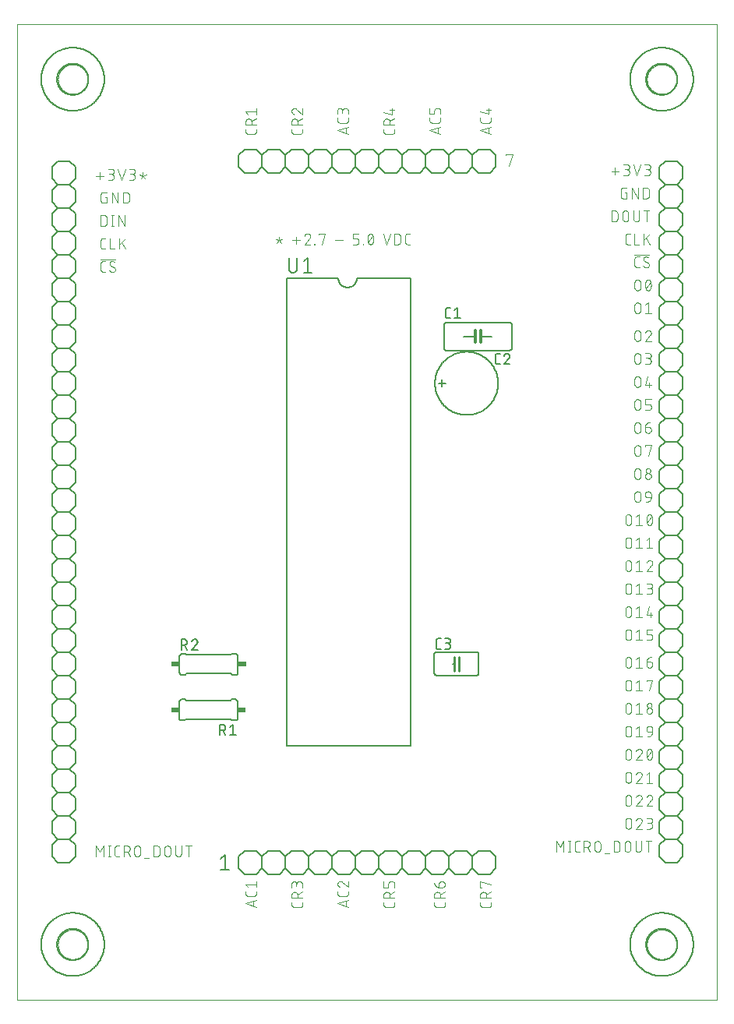
<source format=gto>
G75*
%MOIN*%
%OFA0B0*%
%FSLAX25Y25*%
%IPPOS*%
%LPD*%
%AMOC8*
5,1,8,0,0,1.08239X$1,22.5*
%
%ADD10C,0.00000*%
%ADD11C,0.00400*%
%ADD12C,0.00600*%
%ADD13C,0.01200*%
%ADD14C,0.00500*%
%ADD15R,0.03400X0.02400*%
%ADD16C,0.01000*%
%ADD17C,0.00800*%
D10*
X0032796Y0017048D02*
X0032796Y0434371D01*
X0332009Y0434371D01*
X0332009Y0017048D01*
X0032796Y0017048D01*
X0050119Y0040670D02*
X0050121Y0040828D01*
X0050127Y0040986D01*
X0050137Y0041144D01*
X0050151Y0041302D01*
X0050169Y0041459D01*
X0050190Y0041616D01*
X0050216Y0041772D01*
X0050246Y0041928D01*
X0050279Y0042083D01*
X0050317Y0042236D01*
X0050358Y0042389D01*
X0050403Y0042541D01*
X0050452Y0042692D01*
X0050505Y0042841D01*
X0050561Y0042989D01*
X0050621Y0043135D01*
X0050685Y0043280D01*
X0050753Y0043423D01*
X0050824Y0043565D01*
X0050898Y0043705D01*
X0050976Y0043842D01*
X0051058Y0043978D01*
X0051142Y0044112D01*
X0051231Y0044243D01*
X0051322Y0044372D01*
X0051417Y0044499D01*
X0051514Y0044624D01*
X0051615Y0044746D01*
X0051719Y0044865D01*
X0051826Y0044982D01*
X0051936Y0045096D01*
X0052049Y0045207D01*
X0052164Y0045316D01*
X0052282Y0045421D01*
X0052403Y0045523D01*
X0052526Y0045623D01*
X0052652Y0045719D01*
X0052780Y0045812D01*
X0052910Y0045902D01*
X0053043Y0045988D01*
X0053178Y0046072D01*
X0053314Y0046151D01*
X0053453Y0046228D01*
X0053594Y0046300D01*
X0053736Y0046370D01*
X0053880Y0046435D01*
X0054026Y0046497D01*
X0054173Y0046555D01*
X0054322Y0046610D01*
X0054472Y0046661D01*
X0054623Y0046708D01*
X0054775Y0046751D01*
X0054928Y0046790D01*
X0055083Y0046826D01*
X0055238Y0046857D01*
X0055394Y0046885D01*
X0055550Y0046909D01*
X0055707Y0046929D01*
X0055865Y0046945D01*
X0056022Y0046957D01*
X0056181Y0046965D01*
X0056339Y0046969D01*
X0056497Y0046969D01*
X0056655Y0046965D01*
X0056814Y0046957D01*
X0056971Y0046945D01*
X0057129Y0046929D01*
X0057286Y0046909D01*
X0057442Y0046885D01*
X0057598Y0046857D01*
X0057753Y0046826D01*
X0057908Y0046790D01*
X0058061Y0046751D01*
X0058213Y0046708D01*
X0058364Y0046661D01*
X0058514Y0046610D01*
X0058663Y0046555D01*
X0058810Y0046497D01*
X0058956Y0046435D01*
X0059100Y0046370D01*
X0059242Y0046300D01*
X0059383Y0046228D01*
X0059522Y0046151D01*
X0059658Y0046072D01*
X0059793Y0045988D01*
X0059926Y0045902D01*
X0060056Y0045812D01*
X0060184Y0045719D01*
X0060310Y0045623D01*
X0060433Y0045523D01*
X0060554Y0045421D01*
X0060672Y0045316D01*
X0060787Y0045207D01*
X0060900Y0045096D01*
X0061010Y0044982D01*
X0061117Y0044865D01*
X0061221Y0044746D01*
X0061322Y0044624D01*
X0061419Y0044499D01*
X0061514Y0044372D01*
X0061605Y0044243D01*
X0061694Y0044112D01*
X0061778Y0043978D01*
X0061860Y0043842D01*
X0061938Y0043705D01*
X0062012Y0043565D01*
X0062083Y0043423D01*
X0062151Y0043280D01*
X0062215Y0043135D01*
X0062275Y0042989D01*
X0062331Y0042841D01*
X0062384Y0042692D01*
X0062433Y0042541D01*
X0062478Y0042389D01*
X0062519Y0042236D01*
X0062557Y0042083D01*
X0062590Y0041928D01*
X0062620Y0041772D01*
X0062646Y0041616D01*
X0062667Y0041459D01*
X0062685Y0041302D01*
X0062699Y0041144D01*
X0062709Y0040986D01*
X0062715Y0040828D01*
X0062717Y0040670D01*
X0062715Y0040512D01*
X0062709Y0040354D01*
X0062699Y0040196D01*
X0062685Y0040038D01*
X0062667Y0039881D01*
X0062646Y0039724D01*
X0062620Y0039568D01*
X0062590Y0039412D01*
X0062557Y0039257D01*
X0062519Y0039104D01*
X0062478Y0038951D01*
X0062433Y0038799D01*
X0062384Y0038648D01*
X0062331Y0038499D01*
X0062275Y0038351D01*
X0062215Y0038205D01*
X0062151Y0038060D01*
X0062083Y0037917D01*
X0062012Y0037775D01*
X0061938Y0037635D01*
X0061860Y0037498D01*
X0061778Y0037362D01*
X0061694Y0037228D01*
X0061605Y0037097D01*
X0061514Y0036968D01*
X0061419Y0036841D01*
X0061322Y0036716D01*
X0061221Y0036594D01*
X0061117Y0036475D01*
X0061010Y0036358D01*
X0060900Y0036244D01*
X0060787Y0036133D01*
X0060672Y0036024D01*
X0060554Y0035919D01*
X0060433Y0035817D01*
X0060310Y0035717D01*
X0060184Y0035621D01*
X0060056Y0035528D01*
X0059926Y0035438D01*
X0059793Y0035352D01*
X0059658Y0035268D01*
X0059522Y0035189D01*
X0059383Y0035112D01*
X0059242Y0035040D01*
X0059100Y0034970D01*
X0058956Y0034905D01*
X0058810Y0034843D01*
X0058663Y0034785D01*
X0058514Y0034730D01*
X0058364Y0034679D01*
X0058213Y0034632D01*
X0058061Y0034589D01*
X0057908Y0034550D01*
X0057753Y0034514D01*
X0057598Y0034483D01*
X0057442Y0034455D01*
X0057286Y0034431D01*
X0057129Y0034411D01*
X0056971Y0034395D01*
X0056814Y0034383D01*
X0056655Y0034375D01*
X0056497Y0034371D01*
X0056339Y0034371D01*
X0056181Y0034375D01*
X0056022Y0034383D01*
X0055865Y0034395D01*
X0055707Y0034411D01*
X0055550Y0034431D01*
X0055394Y0034455D01*
X0055238Y0034483D01*
X0055083Y0034514D01*
X0054928Y0034550D01*
X0054775Y0034589D01*
X0054623Y0034632D01*
X0054472Y0034679D01*
X0054322Y0034730D01*
X0054173Y0034785D01*
X0054026Y0034843D01*
X0053880Y0034905D01*
X0053736Y0034970D01*
X0053594Y0035040D01*
X0053453Y0035112D01*
X0053314Y0035189D01*
X0053178Y0035268D01*
X0053043Y0035352D01*
X0052910Y0035438D01*
X0052780Y0035528D01*
X0052652Y0035621D01*
X0052526Y0035717D01*
X0052403Y0035817D01*
X0052282Y0035919D01*
X0052164Y0036024D01*
X0052049Y0036133D01*
X0051936Y0036244D01*
X0051826Y0036358D01*
X0051719Y0036475D01*
X0051615Y0036594D01*
X0051514Y0036716D01*
X0051417Y0036841D01*
X0051322Y0036968D01*
X0051231Y0037097D01*
X0051142Y0037228D01*
X0051058Y0037362D01*
X0050976Y0037498D01*
X0050898Y0037635D01*
X0050824Y0037775D01*
X0050753Y0037917D01*
X0050685Y0038060D01*
X0050621Y0038205D01*
X0050561Y0038351D01*
X0050505Y0038499D01*
X0050452Y0038648D01*
X0050403Y0038799D01*
X0050358Y0038951D01*
X0050317Y0039104D01*
X0050279Y0039257D01*
X0050246Y0039412D01*
X0050216Y0039568D01*
X0050190Y0039724D01*
X0050169Y0039881D01*
X0050151Y0040038D01*
X0050137Y0040196D01*
X0050127Y0040354D01*
X0050121Y0040512D01*
X0050119Y0040670D01*
X0302088Y0040670D02*
X0302090Y0040828D01*
X0302096Y0040986D01*
X0302106Y0041144D01*
X0302120Y0041302D01*
X0302138Y0041459D01*
X0302159Y0041616D01*
X0302185Y0041772D01*
X0302215Y0041928D01*
X0302248Y0042083D01*
X0302286Y0042236D01*
X0302327Y0042389D01*
X0302372Y0042541D01*
X0302421Y0042692D01*
X0302474Y0042841D01*
X0302530Y0042989D01*
X0302590Y0043135D01*
X0302654Y0043280D01*
X0302722Y0043423D01*
X0302793Y0043565D01*
X0302867Y0043705D01*
X0302945Y0043842D01*
X0303027Y0043978D01*
X0303111Y0044112D01*
X0303200Y0044243D01*
X0303291Y0044372D01*
X0303386Y0044499D01*
X0303483Y0044624D01*
X0303584Y0044746D01*
X0303688Y0044865D01*
X0303795Y0044982D01*
X0303905Y0045096D01*
X0304018Y0045207D01*
X0304133Y0045316D01*
X0304251Y0045421D01*
X0304372Y0045523D01*
X0304495Y0045623D01*
X0304621Y0045719D01*
X0304749Y0045812D01*
X0304879Y0045902D01*
X0305012Y0045988D01*
X0305147Y0046072D01*
X0305283Y0046151D01*
X0305422Y0046228D01*
X0305563Y0046300D01*
X0305705Y0046370D01*
X0305849Y0046435D01*
X0305995Y0046497D01*
X0306142Y0046555D01*
X0306291Y0046610D01*
X0306441Y0046661D01*
X0306592Y0046708D01*
X0306744Y0046751D01*
X0306897Y0046790D01*
X0307052Y0046826D01*
X0307207Y0046857D01*
X0307363Y0046885D01*
X0307519Y0046909D01*
X0307676Y0046929D01*
X0307834Y0046945D01*
X0307991Y0046957D01*
X0308150Y0046965D01*
X0308308Y0046969D01*
X0308466Y0046969D01*
X0308624Y0046965D01*
X0308783Y0046957D01*
X0308940Y0046945D01*
X0309098Y0046929D01*
X0309255Y0046909D01*
X0309411Y0046885D01*
X0309567Y0046857D01*
X0309722Y0046826D01*
X0309877Y0046790D01*
X0310030Y0046751D01*
X0310182Y0046708D01*
X0310333Y0046661D01*
X0310483Y0046610D01*
X0310632Y0046555D01*
X0310779Y0046497D01*
X0310925Y0046435D01*
X0311069Y0046370D01*
X0311211Y0046300D01*
X0311352Y0046228D01*
X0311491Y0046151D01*
X0311627Y0046072D01*
X0311762Y0045988D01*
X0311895Y0045902D01*
X0312025Y0045812D01*
X0312153Y0045719D01*
X0312279Y0045623D01*
X0312402Y0045523D01*
X0312523Y0045421D01*
X0312641Y0045316D01*
X0312756Y0045207D01*
X0312869Y0045096D01*
X0312979Y0044982D01*
X0313086Y0044865D01*
X0313190Y0044746D01*
X0313291Y0044624D01*
X0313388Y0044499D01*
X0313483Y0044372D01*
X0313574Y0044243D01*
X0313663Y0044112D01*
X0313747Y0043978D01*
X0313829Y0043842D01*
X0313907Y0043705D01*
X0313981Y0043565D01*
X0314052Y0043423D01*
X0314120Y0043280D01*
X0314184Y0043135D01*
X0314244Y0042989D01*
X0314300Y0042841D01*
X0314353Y0042692D01*
X0314402Y0042541D01*
X0314447Y0042389D01*
X0314488Y0042236D01*
X0314526Y0042083D01*
X0314559Y0041928D01*
X0314589Y0041772D01*
X0314615Y0041616D01*
X0314636Y0041459D01*
X0314654Y0041302D01*
X0314668Y0041144D01*
X0314678Y0040986D01*
X0314684Y0040828D01*
X0314686Y0040670D01*
X0314684Y0040512D01*
X0314678Y0040354D01*
X0314668Y0040196D01*
X0314654Y0040038D01*
X0314636Y0039881D01*
X0314615Y0039724D01*
X0314589Y0039568D01*
X0314559Y0039412D01*
X0314526Y0039257D01*
X0314488Y0039104D01*
X0314447Y0038951D01*
X0314402Y0038799D01*
X0314353Y0038648D01*
X0314300Y0038499D01*
X0314244Y0038351D01*
X0314184Y0038205D01*
X0314120Y0038060D01*
X0314052Y0037917D01*
X0313981Y0037775D01*
X0313907Y0037635D01*
X0313829Y0037498D01*
X0313747Y0037362D01*
X0313663Y0037228D01*
X0313574Y0037097D01*
X0313483Y0036968D01*
X0313388Y0036841D01*
X0313291Y0036716D01*
X0313190Y0036594D01*
X0313086Y0036475D01*
X0312979Y0036358D01*
X0312869Y0036244D01*
X0312756Y0036133D01*
X0312641Y0036024D01*
X0312523Y0035919D01*
X0312402Y0035817D01*
X0312279Y0035717D01*
X0312153Y0035621D01*
X0312025Y0035528D01*
X0311895Y0035438D01*
X0311762Y0035352D01*
X0311627Y0035268D01*
X0311491Y0035189D01*
X0311352Y0035112D01*
X0311211Y0035040D01*
X0311069Y0034970D01*
X0310925Y0034905D01*
X0310779Y0034843D01*
X0310632Y0034785D01*
X0310483Y0034730D01*
X0310333Y0034679D01*
X0310182Y0034632D01*
X0310030Y0034589D01*
X0309877Y0034550D01*
X0309722Y0034514D01*
X0309567Y0034483D01*
X0309411Y0034455D01*
X0309255Y0034431D01*
X0309098Y0034411D01*
X0308940Y0034395D01*
X0308783Y0034383D01*
X0308624Y0034375D01*
X0308466Y0034371D01*
X0308308Y0034371D01*
X0308150Y0034375D01*
X0307991Y0034383D01*
X0307834Y0034395D01*
X0307676Y0034411D01*
X0307519Y0034431D01*
X0307363Y0034455D01*
X0307207Y0034483D01*
X0307052Y0034514D01*
X0306897Y0034550D01*
X0306744Y0034589D01*
X0306592Y0034632D01*
X0306441Y0034679D01*
X0306291Y0034730D01*
X0306142Y0034785D01*
X0305995Y0034843D01*
X0305849Y0034905D01*
X0305705Y0034970D01*
X0305563Y0035040D01*
X0305422Y0035112D01*
X0305283Y0035189D01*
X0305147Y0035268D01*
X0305012Y0035352D01*
X0304879Y0035438D01*
X0304749Y0035528D01*
X0304621Y0035621D01*
X0304495Y0035717D01*
X0304372Y0035817D01*
X0304251Y0035919D01*
X0304133Y0036024D01*
X0304018Y0036133D01*
X0303905Y0036244D01*
X0303795Y0036358D01*
X0303688Y0036475D01*
X0303584Y0036594D01*
X0303483Y0036716D01*
X0303386Y0036841D01*
X0303291Y0036968D01*
X0303200Y0037097D01*
X0303111Y0037228D01*
X0303027Y0037362D01*
X0302945Y0037498D01*
X0302867Y0037635D01*
X0302793Y0037775D01*
X0302722Y0037917D01*
X0302654Y0038060D01*
X0302590Y0038205D01*
X0302530Y0038351D01*
X0302474Y0038499D01*
X0302421Y0038648D01*
X0302372Y0038799D01*
X0302327Y0038951D01*
X0302286Y0039104D01*
X0302248Y0039257D01*
X0302215Y0039412D01*
X0302185Y0039568D01*
X0302159Y0039724D01*
X0302138Y0039881D01*
X0302120Y0040038D01*
X0302106Y0040196D01*
X0302096Y0040354D01*
X0302090Y0040512D01*
X0302088Y0040670D01*
X0302088Y0410749D02*
X0302090Y0410907D01*
X0302096Y0411065D01*
X0302106Y0411223D01*
X0302120Y0411381D01*
X0302138Y0411538D01*
X0302159Y0411695D01*
X0302185Y0411851D01*
X0302215Y0412007D01*
X0302248Y0412162D01*
X0302286Y0412315D01*
X0302327Y0412468D01*
X0302372Y0412620D01*
X0302421Y0412771D01*
X0302474Y0412920D01*
X0302530Y0413068D01*
X0302590Y0413214D01*
X0302654Y0413359D01*
X0302722Y0413502D01*
X0302793Y0413644D01*
X0302867Y0413784D01*
X0302945Y0413921D01*
X0303027Y0414057D01*
X0303111Y0414191D01*
X0303200Y0414322D01*
X0303291Y0414451D01*
X0303386Y0414578D01*
X0303483Y0414703D01*
X0303584Y0414825D01*
X0303688Y0414944D01*
X0303795Y0415061D01*
X0303905Y0415175D01*
X0304018Y0415286D01*
X0304133Y0415395D01*
X0304251Y0415500D01*
X0304372Y0415602D01*
X0304495Y0415702D01*
X0304621Y0415798D01*
X0304749Y0415891D01*
X0304879Y0415981D01*
X0305012Y0416067D01*
X0305147Y0416151D01*
X0305283Y0416230D01*
X0305422Y0416307D01*
X0305563Y0416379D01*
X0305705Y0416449D01*
X0305849Y0416514D01*
X0305995Y0416576D01*
X0306142Y0416634D01*
X0306291Y0416689D01*
X0306441Y0416740D01*
X0306592Y0416787D01*
X0306744Y0416830D01*
X0306897Y0416869D01*
X0307052Y0416905D01*
X0307207Y0416936D01*
X0307363Y0416964D01*
X0307519Y0416988D01*
X0307676Y0417008D01*
X0307834Y0417024D01*
X0307991Y0417036D01*
X0308150Y0417044D01*
X0308308Y0417048D01*
X0308466Y0417048D01*
X0308624Y0417044D01*
X0308783Y0417036D01*
X0308940Y0417024D01*
X0309098Y0417008D01*
X0309255Y0416988D01*
X0309411Y0416964D01*
X0309567Y0416936D01*
X0309722Y0416905D01*
X0309877Y0416869D01*
X0310030Y0416830D01*
X0310182Y0416787D01*
X0310333Y0416740D01*
X0310483Y0416689D01*
X0310632Y0416634D01*
X0310779Y0416576D01*
X0310925Y0416514D01*
X0311069Y0416449D01*
X0311211Y0416379D01*
X0311352Y0416307D01*
X0311491Y0416230D01*
X0311627Y0416151D01*
X0311762Y0416067D01*
X0311895Y0415981D01*
X0312025Y0415891D01*
X0312153Y0415798D01*
X0312279Y0415702D01*
X0312402Y0415602D01*
X0312523Y0415500D01*
X0312641Y0415395D01*
X0312756Y0415286D01*
X0312869Y0415175D01*
X0312979Y0415061D01*
X0313086Y0414944D01*
X0313190Y0414825D01*
X0313291Y0414703D01*
X0313388Y0414578D01*
X0313483Y0414451D01*
X0313574Y0414322D01*
X0313663Y0414191D01*
X0313747Y0414057D01*
X0313829Y0413921D01*
X0313907Y0413784D01*
X0313981Y0413644D01*
X0314052Y0413502D01*
X0314120Y0413359D01*
X0314184Y0413214D01*
X0314244Y0413068D01*
X0314300Y0412920D01*
X0314353Y0412771D01*
X0314402Y0412620D01*
X0314447Y0412468D01*
X0314488Y0412315D01*
X0314526Y0412162D01*
X0314559Y0412007D01*
X0314589Y0411851D01*
X0314615Y0411695D01*
X0314636Y0411538D01*
X0314654Y0411381D01*
X0314668Y0411223D01*
X0314678Y0411065D01*
X0314684Y0410907D01*
X0314686Y0410749D01*
X0314684Y0410591D01*
X0314678Y0410433D01*
X0314668Y0410275D01*
X0314654Y0410117D01*
X0314636Y0409960D01*
X0314615Y0409803D01*
X0314589Y0409647D01*
X0314559Y0409491D01*
X0314526Y0409336D01*
X0314488Y0409183D01*
X0314447Y0409030D01*
X0314402Y0408878D01*
X0314353Y0408727D01*
X0314300Y0408578D01*
X0314244Y0408430D01*
X0314184Y0408284D01*
X0314120Y0408139D01*
X0314052Y0407996D01*
X0313981Y0407854D01*
X0313907Y0407714D01*
X0313829Y0407577D01*
X0313747Y0407441D01*
X0313663Y0407307D01*
X0313574Y0407176D01*
X0313483Y0407047D01*
X0313388Y0406920D01*
X0313291Y0406795D01*
X0313190Y0406673D01*
X0313086Y0406554D01*
X0312979Y0406437D01*
X0312869Y0406323D01*
X0312756Y0406212D01*
X0312641Y0406103D01*
X0312523Y0405998D01*
X0312402Y0405896D01*
X0312279Y0405796D01*
X0312153Y0405700D01*
X0312025Y0405607D01*
X0311895Y0405517D01*
X0311762Y0405431D01*
X0311627Y0405347D01*
X0311491Y0405268D01*
X0311352Y0405191D01*
X0311211Y0405119D01*
X0311069Y0405049D01*
X0310925Y0404984D01*
X0310779Y0404922D01*
X0310632Y0404864D01*
X0310483Y0404809D01*
X0310333Y0404758D01*
X0310182Y0404711D01*
X0310030Y0404668D01*
X0309877Y0404629D01*
X0309722Y0404593D01*
X0309567Y0404562D01*
X0309411Y0404534D01*
X0309255Y0404510D01*
X0309098Y0404490D01*
X0308940Y0404474D01*
X0308783Y0404462D01*
X0308624Y0404454D01*
X0308466Y0404450D01*
X0308308Y0404450D01*
X0308150Y0404454D01*
X0307991Y0404462D01*
X0307834Y0404474D01*
X0307676Y0404490D01*
X0307519Y0404510D01*
X0307363Y0404534D01*
X0307207Y0404562D01*
X0307052Y0404593D01*
X0306897Y0404629D01*
X0306744Y0404668D01*
X0306592Y0404711D01*
X0306441Y0404758D01*
X0306291Y0404809D01*
X0306142Y0404864D01*
X0305995Y0404922D01*
X0305849Y0404984D01*
X0305705Y0405049D01*
X0305563Y0405119D01*
X0305422Y0405191D01*
X0305283Y0405268D01*
X0305147Y0405347D01*
X0305012Y0405431D01*
X0304879Y0405517D01*
X0304749Y0405607D01*
X0304621Y0405700D01*
X0304495Y0405796D01*
X0304372Y0405896D01*
X0304251Y0405998D01*
X0304133Y0406103D01*
X0304018Y0406212D01*
X0303905Y0406323D01*
X0303795Y0406437D01*
X0303688Y0406554D01*
X0303584Y0406673D01*
X0303483Y0406795D01*
X0303386Y0406920D01*
X0303291Y0407047D01*
X0303200Y0407176D01*
X0303111Y0407307D01*
X0303027Y0407441D01*
X0302945Y0407577D01*
X0302867Y0407714D01*
X0302793Y0407854D01*
X0302722Y0407996D01*
X0302654Y0408139D01*
X0302590Y0408284D01*
X0302530Y0408430D01*
X0302474Y0408578D01*
X0302421Y0408727D01*
X0302372Y0408878D01*
X0302327Y0409030D01*
X0302286Y0409183D01*
X0302248Y0409336D01*
X0302215Y0409491D01*
X0302185Y0409647D01*
X0302159Y0409803D01*
X0302138Y0409960D01*
X0302120Y0410117D01*
X0302106Y0410275D01*
X0302096Y0410433D01*
X0302090Y0410591D01*
X0302088Y0410749D01*
X0050119Y0410749D02*
X0050121Y0410907D01*
X0050127Y0411065D01*
X0050137Y0411223D01*
X0050151Y0411381D01*
X0050169Y0411538D01*
X0050190Y0411695D01*
X0050216Y0411851D01*
X0050246Y0412007D01*
X0050279Y0412162D01*
X0050317Y0412315D01*
X0050358Y0412468D01*
X0050403Y0412620D01*
X0050452Y0412771D01*
X0050505Y0412920D01*
X0050561Y0413068D01*
X0050621Y0413214D01*
X0050685Y0413359D01*
X0050753Y0413502D01*
X0050824Y0413644D01*
X0050898Y0413784D01*
X0050976Y0413921D01*
X0051058Y0414057D01*
X0051142Y0414191D01*
X0051231Y0414322D01*
X0051322Y0414451D01*
X0051417Y0414578D01*
X0051514Y0414703D01*
X0051615Y0414825D01*
X0051719Y0414944D01*
X0051826Y0415061D01*
X0051936Y0415175D01*
X0052049Y0415286D01*
X0052164Y0415395D01*
X0052282Y0415500D01*
X0052403Y0415602D01*
X0052526Y0415702D01*
X0052652Y0415798D01*
X0052780Y0415891D01*
X0052910Y0415981D01*
X0053043Y0416067D01*
X0053178Y0416151D01*
X0053314Y0416230D01*
X0053453Y0416307D01*
X0053594Y0416379D01*
X0053736Y0416449D01*
X0053880Y0416514D01*
X0054026Y0416576D01*
X0054173Y0416634D01*
X0054322Y0416689D01*
X0054472Y0416740D01*
X0054623Y0416787D01*
X0054775Y0416830D01*
X0054928Y0416869D01*
X0055083Y0416905D01*
X0055238Y0416936D01*
X0055394Y0416964D01*
X0055550Y0416988D01*
X0055707Y0417008D01*
X0055865Y0417024D01*
X0056022Y0417036D01*
X0056181Y0417044D01*
X0056339Y0417048D01*
X0056497Y0417048D01*
X0056655Y0417044D01*
X0056814Y0417036D01*
X0056971Y0417024D01*
X0057129Y0417008D01*
X0057286Y0416988D01*
X0057442Y0416964D01*
X0057598Y0416936D01*
X0057753Y0416905D01*
X0057908Y0416869D01*
X0058061Y0416830D01*
X0058213Y0416787D01*
X0058364Y0416740D01*
X0058514Y0416689D01*
X0058663Y0416634D01*
X0058810Y0416576D01*
X0058956Y0416514D01*
X0059100Y0416449D01*
X0059242Y0416379D01*
X0059383Y0416307D01*
X0059522Y0416230D01*
X0059658Y0416151D01*
X0059793Y0416067D01*
X0059926Y0415981D01*
X0060056Y0415891D01*
X0060184Y0415798D01*
X0060310Y0415702D01*
X0060433Y0415602D01*
X0060554Y0415500D01*
X0060672Y0415395D01*
X0060787Y0415286D01*
X0060900Y0415175D01*
X0061010Y0415061D01*
X0061117Y0414944D01*
X0061221Y0414825D01*
X0061322Y0414703D01*
X0061419Y0414578D01*
X0061514Y0414451D01*
X0061605Y0414322D01*
X0061694Y0414191D01*
X0061778Y0414057D01*
X0061860Y0413921D01*
X0061938Y0413784D01*
X0062012Y0413644D01*
X0062083Y0413502D01*
X0062151Y0413359D01*
X0062215Y0413214D01*
X0062275Y0413068D01*
X0062331Y0412920D01*
X0062384Y0412771D01*
X0062433Y0412620D01*
X0062478Y0412468D01*
X0062519Y0412315D01*
X0062557Y0412162D01*
X0062590Y0412007D01*
X0062620Y0411851D01*
X0062646Y0411695D01*
X0062667Y0411538D01*
X0062685Y0411381D01*
X0062699Y0411223D01*
X0062709Y0411065D01*
X0062715Y0410907D01*
X0062717Y0410749D01*
X0062715Y0410591D01*
X0062709Y0410433D01*
X0062699Y0410275D01*
X0062685Y0410117D01*
X0062667Y0409960D01*
X0062646Y0409803D01*
X0062620Y0409647D01*
X0062590Y0409491D01*
X0062557Y0409336D01*
X0062519Y0409183D01*
X0062478Y0409030D01*
X0062433Y0408878D01*
X0062384Y0408727D01*
X0062331Y0408578D01*
X0062275Y0408430D01*
X0062215Y0408284D01*
X0062151Y0408139D01*
X0062083Y0407996D01*
X0062012Y0407854D01*
X0061938Y0407714D01*
X0061860Y0407577D01*
X0061778Y0407441D01*
X0061694Y0407307D01*
X0061605Y0407176D01*
X0061514Y0407047D01*
X0061419Y0406920D01*
X0061322Y0406795D01*
X0061221Y0406673D01*
X0061117Y0406554D01*
X0061010Y0406437D01*
X0060900Y0406323D01*
X0060787Y0406212D01*
X0060672Y0406103D01*
X0060554Y0405998D01*
X0060433Y0405896D01*
X0060310Y0405796D01*
X0060184Y0405700D01*
X0060056Y0405607D01*
X0059926Y0405517D01*
X0059793Y0405431D01*
X0059658Y0405347D01*
X0059522Y0405268D01*
X0059383Y0405191D01*
X0059242Y0405119D01*
X0059100Y0405049D01*
X0058956Y0404984D01*
X0058810Y0404922D01*
X0058663Y0404864D01*
X0058514Y0404809D01*
X0058364Y0404758D01*
X0058213Y0404711D01*
X0058061Y0404668D01*
X0057908Y0404629D01*
X0057753Y0404593D01*
X0057598Y0404562D01*
X0057442Y0404534D01*
X0057286Y0404510D01*
X0057129Y0404490D01*
X0056971Y0404474D01*
X0056814Y0404462D01*
X0056655Y0404454D01*
X0056497Y0404450D01*
X0056339Y0404450D01*
X0056181Y0404454D01*
X0056022Y0404462D01*
X0055865Y0404474D01*
X0055707Y0404490D01*
X0055550Y0404510D01*
X0055394Y0404534D01*
X0055238Y0404562D01*
X0055083Y0404593D01*
X0054928Y0404629D01*
X0054775Y0404668D01*
X0054623Y0404711D01*
X0054472Y0404758D01*
X0054322Y0404809D01*
X0054173Y0404864D01*
X0054026Y0404922D01*
X0053880Y0404984D01*
X0053736Y0405049D01*
X0053594Y0405119D01*
X0053453Y0405191D01*
X0053314Y0405268D01*
X0053178Y0405347D01*
X0053043Y0405431D01*
X0052910Y0405517D01*
X0052780Y0405607D01*
X0052652Y0405700D01*
X0052526Y0405796D01*
X0052403Y0405896D01*
X0052282Y0405998D01*
X0052164Y0406103D01*
X0052049Y0406212D01*
X0051936Y0406323D01*
X0051826Y0406437D01*
X0051719Y0406554D01*
X0051615Y0406673D01*
X0051514Y0406795D01*
X0051417Y0406920D01*
X0051322Y0407047D01*
X0051231Y0407176D01*
X0051142Y0407307D01*
X0051058Y0407441D01*
X0050976Y0407577D01*
X0050898Y0407714D01*
X0050824Y0407854D01*
X0050753Y0407996D01*
X0050685Y0408139D01*
X0050621Y0408284D01*
X0050561Y0408430D01*
X0050505Y0408578D01*
X0050452Y0408727D01*
X0050403Y0408878D01*
X0050358Y0409030D01*
X0050317Y0409183D01*
X0050279Y0409336D01*
X0050246Y0409491D01*
X0050216Y0409647D01*
X0050190Y0409803D01*
X0050169Y0409960D01*
X0050151Y0410117D01*
X0050137Y0410275D01*
X0050127Y0410433D01*
X0050121Y0410591D01*
X0050119Y0410749D01*
D11*
X0067994Y0370964D02*
X0067994Y0367897D01*
X0066461Y0369431D02*
X0069527Y0369431D01*
X0072027Y0370197D02*
X0073050Y0370197D01*
X0073050Y0370198D02*
X0073113Y0370200D01*
X0073176Y0370206D01*
X0073238Y0370215D01*
X0073299Y0370229D01*
X0073360Y0370246D01*
X0073419Y0370267D01*
X0073477Y0370292D01*
X0073534Y0370320D01*
X0073588Y0370351D01*
X0073640Y0370386D01*
X0073691Y0370424D01*
X0073739Y0370465D01*
X0073784Y0370509D01*
X0073826Y0370555D01*
X0073866Y0370604D01*
X0073902Y0370655D01*
X0073935Y0370709D01*
X0073965Y0370764D01*
X0073991Y0370822D01*
X0074014Y0370880D01*
X0074033Y0370940D01*
X0074048Y0371001D01*
X0074060Y0371063D01*
X0074068Y0371126D01*
X0074072Y0371189D01*
X0074072Y0371251D01*
X0074068Y0371314D01*
X0074060Y0371377D01*
X0074048Y0371439D01*
X0074033Y0371500D01*
X0074014Y0371560D01*
X0073991Y0371618D01*
X0073965Y0371676D01*
X0073935Y0371731D01*
X0073902Y0371785D01*
X0073866Y0371836D01*
X0073826Y0371885D01*
X0073784Y0371931D01*
X0073739Y0371975D01*
X0073691Y0372016D01*
X0073640Y0372054D01*
X0073588Y0372089D01*
X0073534Y0372120D01*
X0073477Y0372148D01*
X0073419Y0372173D01*
X0073360Y0372194D01*
X0073299Y0372211D01*
X0073238Y0372225D01*
X0073176Y0372234D01*
X0073113Y0372240D01*
X0073050Y0372242D01*
X0071516Y0372242D01*
X0072794Y0370198D02*
X0072864Y0370196D01*
X0072935Y0370190D01*
X0073004Y0370181D01*
X0073073Y0370167D01*
X0073142Y0370150D01*
X0073209Y0370129D01*
X0073275Y0370104D01*
X0073339Y0370076D01*
X0073402Y0370044D01*
X0073463Y0370009D01*
X0073522Y0369970D01*
X0073579Y0369929D01*
X0073633Y0369884D01*
X0073685Y0369836D01*
X0073734Y0369786D01*
X0073781Y0369732D01*
X0073824Y0369677D01*
X0073864Y0369619D01*
X0073901Y0369559D01*
X0073934Y0369497D01*
X0073964Y0369433D01*
X0073991Y0369368D01*
X0074014Y0369302D01*
X0074033Y0369234D01*
X0074048Y0369165D01*
X0074060Y0369096D01*
X0074068Y0369026D01*
X0074072Y0368955D01*
X0074072Y0368885D01*
X0074068Y0368814D01*
X0074060Y0368744D01*
X0074048Y0368675D01*
X0074033Y0368606D01*
X0074014Y0368538D01*
X0073991Y0368472D01*
X0073964Y0368407D01*
X0073934Y0368343D01*
X0073901Y0368281D01*
X0073864Y0368221D01*
X0073824Y0368163D01*
X0073781Y0368108D01*
X0073734Y0368054D01*
X0073685Y0368004D01*
X0073633Y0367956D01*
X0073579Y0367911D01*
X0073522Y0367870D01*
X0073463Y0367831D01*
X0073402Y0367796D01*
X0073339Y0367764D01*
X0073275Y0367736D01*
X0073209Y0367711D01*
X0073142Y0367690D01*
X0073073Y0367673D01*
X0073004Y0367659D01*
X0072935Y0367650D01*
X0072864Y0367644D01*
X0072794Y0367642D01*
X0071516Y0367642D01*
X0070985Y0362399D02*
X0069451Y0362399D01*
X0069389Y0362397D01*
X0069328Y0362392D01*
X0069267Y0362382D01*
X0069206Y0362369D01*
X0069147Y0362353D01*
X0069089Y0362333D01*
X0069032Y0362309D01*
X0068976Y0362282D01*
X0068922Y0362252D01*
X0068870Y0362218D01*
X0068821Y0362181D01*
X0068773Y0362142D01*
X0068728Y0362100D01*
X0068686Y0362055D01*
X0068646Y0362007D01*
X0068610Y0361958D01*
X0068576Y0361906D01*
X0068546Y0361852D01*
X0068519Y0361796D01*
X0068495Y0361739D01*
X0068475Y0361681D01*
X0068459Y0361622D01*
X0068446Y0361561D01*
X0068436Y0361500D01*
X0068431Y0361439D01*
X0068429Y0361377D01*
X0068429Y0358821D01*
X0068431Y0358759D01*
X0068436Y0358698D01*
X0068446Y0358637D01*
X0068459Y0358576D01*
X0068475Y0358517D01*
X0068495Y0358459D01*
X0068519Y0358402D01*
X0068546Y0358346D01*
X0068576Y0358292D01*
X0068610Y0358240D01*
X0068646Y0358191D01*
X0068686Y0358143D01*
X0068728Y0358098D01*
X0068773Y0358056D01*
X0068821Y0358016D01*
X0068870Y0357980D01*
X0068922Y0357946D01*
X0068976Y0357916D01*
X0069032Y0357889D01*
X0069089Y0357865D01*
X0069147Y0357845D01*
X0069206Y0357829D01*
X0069267Y0357816D01*
X0069328Y0357806D01*
X0069389Y0357801D01*
X0069451Y0357799D01*
X0070985Y0357799D01*
X0070985Y0360355D01*
X0070218Y0360355D01*
X0073229Y0362399D02*
X0075785Y0357799D01*
X0075785Y0362399D01*
X0078029Y0362399D02*
X0078029Y0357799D01*
X0079307Y0357799D01*
X0079376Y0357801D01*
X0079445Y0357806D01*
X0079514Y0357816D01*
X0079582Y0357829D01*
X0079649Y0357846D01*
X0079715Y0357866D01*
X0079780Y0357890D01*
X0079844Y0357917D01*
X0079906Y0357948D01*
X0079966Y0357982D01*
X0080024Y0358019D01*
X0080080Y0358060D01*
X0080134Y0358103D01*
X0080186Y0358149D01*
X0080235Y0358198D01*
X0080281Y0358250D01*
X0080324Y0358304D01*
X0080365Y0358360D01*
X0080402Y0358418D01*
X0080436Y0358478D01*
X0080467Y0358540D01*
X0080494Y0358604D01*
X0080518Y0358669D01*
X0080538Y0358735D01*
X0080555Y0358802D01*
X0080568Y0358870D01*
X0080578Y0358939D01*
X0080583Y0359008D01*
X0080585Y0359077D01*
X0080585Y0361121D01*
X0080583Y0361190D01*
X0080578Y0361259D01*
X0080568Y0361328D01*
X0080555Y0361396D01*
X0080538Y0361463D01*
X0080518Y0361529D01*
X0080494Y0361594D01*
X0080467Y0361658D01*
X0080436Y0361720D01*
X0080402Y0361780D01*
X0080365Y0361838D01*
X0080324Y0361894D01*
X0080281Y0361948D01*
X0080235Y0362000D01*
X0080186Y0362049D01*
X0080134Y0362095D01*
X0080080Y0362138D01*
X0080024Y0362179D01*
X0079966Y0362216D01*
X0079906Y0362250D01*
X0079844Y0362281D01*
X0079780Y0362308D01*
X0079715Y0362332D01*
X0079649Y0362352D01*
X0079582Y0362369D01*
X0079514Y0362382D01*
X0079445Y0362392D01*
X0079376Y0362397D01*
X0079307Y0362399D01*
X0078029Y0362399D01*
X0073229Y0362399D02*
X0073229Y0357799D01*
X0073457Y0352557D02*
X0073457Y0347957D01*
X0072946Y0347957D02*
X0073968Y0347957D01*
X0075929Y0347957D02*
X0075929Y0352557D01*
X0078485Y0347957D01*
X0078485Y0352557D01*
X0073968Y0352557D02*
X0072946Y0352557D01*
X0070985Y0351279D02*
X0070985Y0349234D01*
X0070983Y0349165D01*
X0070978Y0349096D01*
X0070968Y0349027D01*
X0070955Y0348959D01*
X0070938Y0348892D01*
X0070918Y0348826D01*
X0070894Y0348761D01*
X0070867Y0348697D01*
X0070836Y0348635D01*
X0070802Y0348575D01*
X0070765Y0348517D01*
X0070724Y0348461D01*
X0070681Y0348407D01*
X0070635Y0348355D01*
X0070586Y0348306D01*
X0070534Y0348260D01*
X0070480Y0348217D01*
X0070424Y0348176D01*
X0070366Y0348139D01*
X0070306Y0348105D01*
X0070244Y0348074D01*
X0070180Y0348047D01*
X0070115Y0348023D01*
X0070049Y0348003D01*
X0069982Y0347986D01*
X0069914Y0347973D01*
X0069845Y0347963D01*
X0069776Y0347958D01*
X0069707Y0347956D01*
X0069707Y0347957D02*
X0068429Y0347957D01*
X0068429Y0352557D01*
X0069707Y0352557D01*
X0069776Y0352555D01*
X0069845Y0352550D01*
X0069914Y0352540D01*
X0069982Y0352527D01*
X0070049Y0352510D01*
X0070115Y0352490D01*
X0070180Y0352466D01*
X0070244Y0352439D01*
X0070306Y0352408D01*
X0070366Y0352374D01*
X0070424Y0352337D01*
X0070480Y0352296D01*
X0070534Y0352253D01*
X0070586Y0352207D01*
X0070635Y0352158D01*
X0070681Y0352106D01*
X0070724Y0352052D01*
X0070765Y0351996D01*
X0070802Y0351938D01*
X0070836Y0351878D01*
X0070867Y0351816D01*
X0070894Y0351752D01*
X0070918Y0351687D01*
X0070938Y0351621D01*
X0070955Y0351554D01*
X0070968Y0351486D01*
X0070978Y0351417D01*
X0070983Y0351348D01*
X0070985Y0351279D01*
X0070474Y0342714D02*
X0069451Y0342714D01*
X0069389Y0342712D01*
X0069328Y0342707D01*
X0069267Y0342697D01*
X0069206Y0342684D01*
X0069147Y0342668D01*
X0069089Y0342648D01*
X0069032Y0342624D01*
X0068976Y0342597D01*
X0068922Y0342567D01*
X0068870Y0342533D01*
X0068821Y0342496D01*
X0068773Y0342457D01*
X0068728Y0342415D01*
X0068686Y0342370D01*
X0068646Y0342322D01*
X0068610Y0342273D01*
X0068576Y0342221D01*
X0068546Y0342167D01*
X0068519Y0342111D01*
X0068495Y0342054D01*
X0068475Y0341996D01*
X0068459Y0341937D01*
X0068446Y0341876D01*
X0068436Y0341815D01*
X0068431Y0341754D01*
X0068429Y0341692D01*
X0068429Y0339136D01*
X0068431Y0339074D01*
X0068436Y0339013D01*
X0068446Y0338952D01*
X0068459Y0338891D01*
X0068475Y0338832D01*
X0068495Y0338774D01*
X0068519Y0338717D01*
X0068546Y0338661D01*
X0068576Y0338607D01*
X0068610Y0338555D01*
X0068646Y0338506D01*
X0068686Y0338458D01*
X0068728Y0338413D01*
X0068773Y0338371D01*
X0068821Y0338331D01*
X0068870Y0338295D01*
X0068922Y0338261D01*
X0068976Y0338231D01*
X0069032Y0338204D01*
X0069089Y0338180D01*
X0069147Y0338160D01*
X0069206Y0338144D01*
X0069267Y0338131D01*
X0069328Y0338121D01*
X0069389Y0338116D01*
X0069451Y0338114D01*
X0070474Y0338114D01*
X0072351Y0338114D02*
X0074396Y0338114D01*
X0076309Y0338114D02*
X0076309Y0342714D01*
X0077331Y0340925D02*
X0078864Y0338114D01*
X0076309Y0339903D02*
X0078864Y0342714D01*
X0072351Y0342714D02*
X0072351Y0338114D01*
X0074798Y0333672D02*
X0068229Y0333672D01*
X0069451Y0332872D02*
X0070474Y0332872D01*
X0069451Y0332871D02*
X0069389Y0332869D01*
X0069328Y0332864D01*
X0069267Y0332854D01*
X0069206Y0332841D01*
X0069147Y0332825D01*
X0069089Y0332805D01*
X0069032Y0332781D01*
X0068976Y0332754D01*
X0068922Y0332724D01*
X0068870Y0332690D01*
X0068821Y0332653D01*
X0068773Y0332614D01*
X0068728Y0332572D01*
X0068686Y0332527D01*
X0068646Y0332479D01*
X0068610Y0332430D01*
X0068576Y0332378D01*
X0068546Y0332324D01*
X0068519Y0332268D01*
X0068495Y0332211D01*
X0068475Y0332153D01*
X0068459Y0332094D01*
X0068446Y0332033D01*
X0068436Y0331972D01*
X0068431Y0331911D01*
X0068429Y0331849D01*
X0068429Y0329294D01*
X0068431Y0329232D01*
X0068436Y0329171D01*
X0068446Y0329110D01*
X0068459Y0329049D01*
X0068475Y0328990D01*
X0068495Y0328932D01*
X0068519Y0328875D01*
X0068546Y0328819D01*
X0068576Y0328765D01*
X0068610Y0328713D01*
X0068646Y0328664D01*
X0068686Y0328616D01*
X0068728Y0328571D01*
X0068773Y0328529D01*
X0068821Y0328489D01*
X0068870Y0328453D01*
X0068922Y0328419D01*
X0068976Y0328389D01*
X0069032Y0328362D01*
X0069089Y0328338D01*
X0069147Y0328318D01*
X0069206Y0328302D01*
X0069267Y0328289D01*
X0069328Y0328279D01*
X0069389Y0328274D01*
X0069451Y0328272D01*
X0070474Y0328272D01*
X0074087Y0330188D02*
X0074141Y0330154D01*
X0074192Y0330117D01*
X0074241Y0330077D01*
X0074288Y0330034D01*
X0074331Y0329988D01*
X0074372Y0329940D01*
X0074410Y0329889D01*
X0074445Y0329836D01*
X0074477Y0329781D01*
X0074505Y0329724D01*
X0074529Y0329666D01*
X0074550Y0329606D01*
X0074567Y0329545D01*
X0074581Y0329483D01*
X0074590Y0329420D01*
X0074596Y0329357D01*
X0074598Y0329294D01*
X0074596Y0329232D01*
X0074591Y0329171D01*
X0074581Y0329110D01*
X0074568Y0329049D01*
X0074552Y0328990D01*
X0074532Y0328932D01*
X0074508Y0328875D01*
X0074481Y0328819D01*
X0074451Y0328765D01*
X0074417Y0328713D01*
X0074381Y0328664D01*
X0074341Y0328616D01*
X0074299Y0328571D01*
X0074254Y0328529D01*
X0074206Y0328489D01*
X0074157Y0328453D01*
X0074105Y0328419D01*
X0074051Y0328389D01*
X0073995Y0328362D01*
X0073938Y0328338D01*
X0073880Y0328318D01*
X0073821Y0328302D01*
X0073760Y0328289D01*
X0073699Y0328279D01*
X0073638Y0328274D01*
X0073576Y0328272D01*
X0074087Y0330188D02*
X0072681Y0330955D01*
X0073192Y0332872D02*
X0073274Y0332870D01*
X0073356Y0332865D01*
X0073438Y0332856D01*
X0073519Y0332844D01*
X0073600Y0332828D01*
X0073680Y0332809D01*
X0073759Y0332786D01*
X0073837Y0332760D01*
X0073914Y0332731D01*
X0073989Y0332698D01*
X0074063Y0332662D01*
X0074136Y0332624D01*
X0074207Y0332582D01*
X0074275Y0332537D01*
X0074342Y0332489D01*
X0072681Y0330955D02*
X0072627Y0330989D01*
X0072576Y0331026D01*
X0072527Y0331066D01*
X0072480Y0331109D01*
X0072437Y0331155D01*
X0072396Y0331203D01*
X0072358Y0331254D01*
X0072323Y0331307D01*
X0072291Y0331362D01*
X0072263Y0331419D01*
X0072239Y0331477D01*
X0072218Y0331537D01*
X0072201Y0331598D01*
X0072187Y0331660D01*
X0072178Y0331723D01*
X0072172Y0331786D01*
X0072170Y0331849D01*
X0072172Y0331911D01*
X0072177Y0331972D01*
X0072187Y0332033D01*
X0072200Y0332094D01*
X0072216Y0332153D01*
X0072236Y0332211D01*
X0072260Y0332268D01*
X0072287Y0332324D01*
X0072317Y0332378D01*
X0072351Y0332430D01*
X0072388Y0332479D01*
X0072427Y0332527D01*
X0072469Y0332572D01*
X0072514Y0332614D01*
X0072562Y0332654D01*
X0072611Y0332690D01*
X0072663Y0332724D01*
X0072717Y0332754D01*
X0072773Y0332781D01*
X0072830Y0332805D01*
X0072888Y0332825D01*
X0072947Y0332841D01*
X0073008Y0332854D01*
X0073069Y0332864D01*
X0073130Y0332869D01*
X0073192Y0332871D01*
X0072043Y0328911D02*
X0072107Y0328848D01*
X0072175Y0328789D01*
X0072244Y0328732D01*
X0072316Y0328678D01*
X0072390Y0328627D01*
X0072466Y0328579D01*
X0072543Y0328535D01*
X0072623Y0328494D01*
X0072704Y0328456D01*
X0072787Y0328421D01*
X0072871Y0328390D01*
X0072957Y0328363D01*
X0073043Y0328339D01*
X0073131Y0328318D01*
X0073219Y0328302D01*
X0073308Y0328289D01*
X0073397Y0328279D01*
X0073486Y0328274D01*
X0073576Y0328272D01*
X0077294Y0367642D02*
X0078827Y0372242D01*
X0080516Y0372242D02*
X0082049Y0372242D01*
X0082112Y0372240D01*
X0082175Y0372234D01*
X0082237Y0372225D01*
X0082298Y0372211D01*
X0082359Y0372194D01*
X0082418Y0372173D01*
X0082476Y0372148D01*
X0082533Y0372120D01*
X0082587Y0372089D01*
X0082639Y0372054D01*
X0082690Y0372016D01*
X0082738Y0371975D01*
X0082783Y0371931D01*
X0082825Y0371885D01*
X0082865Y0371836D01*
X0082901Y0371785D01*
X0082934Y0371731D01*
X0082964Y0371676D01*
X0082990Y0371618D01*
X0083013Y0371560D01*
X0083032Y0371500D01*
X0083047Y0371439D01*
X0083059Y0371377D01*
X0083067Y0371314D01*
X0083071Y0371251D01*
X0083071Y0371189D01*
X0083067Y0371126D01*
X0083059Y0371063D01*
X0083047Y0371001D01*
X0083032Y0370940D01*
X0083013Y0370880D01*
X0082990Y0370822D01*
X0082964Y0370764D01*
X0082934Y0370709D01*
X0082901Y0370655D01*
X0082865Y0370604D01*
X0082825Y0370555D01*
X0082783Y0370509D01*
X0082738Y0370465D01*
X0082690Y0370424D01*
X0082639Y0370386D01*
X0082587Y0370351D01*
X0082533Y0370320D01*
X0082476Y0370292D01*
X0082418Y0370267D01*
X0082359Y0370246D01*
X0082298Y0370229D01*
X0082237Y0370215D01*
X0082175Y0370206D01*
X0082112Y0370200D01*
X0082049Y0370198D01*
X0082049Y0370197D02*
X0081027Y0370197D01*
X0081794Y0370198D02*
X0081864Y0370196D01*
X0081935Y0370190D01*
X0082004Y0370181D01*
X0082073Y0370167D01*
X0082142Y0370150D01*
X0082209Y0370129D01*
X0082275Y0370104D01*
X0082339Y0370076D01*
X0082402Y0370044D01*
X0082463Y0370009D01*
X0082522Y0369970D01*
X0082579Y0369929D01*
X0082633Y0369884D01*
X0082685Y0369836D01*
X0082734Y0369786D01*
X0082781Y0369732D01*
X0082824Y0369677D01*
X0082864Y0369619D01*
X0082901Y0369559D01*
X0082934Y0369497D01*
X0082964Y0369433D01*
X0082991Y0369368D01*
X0083014Y0369302D01*
X0083033Y0369234D01*
X0083048Y0369165D01*
X0083060Y0369096D01*
X0083068Y0369026D01*
X0083072Y0368955D01*
X0083072Y0368885D01*
X0083068Y0368814D01*
X0083060Y0368744D01*
X0083048Y0368675D01*
X0083033Y0368606D01*
X0083014Y0368538D01*
X0082991Y0368472D01*
X0082964Y0368407D01*
X0082934Y0368343D01*
X0082901Y0368281D01*
X0082864Y0368221D01*
X0082824Y0368163D01*
X0082781Y0368108D01*
X0082734Y0368054D01*
X0082685Y0368004D01*
X0082633Y0367956D01*
X0082579Y0367911D01*
X0082522Y0367870D01*
X0082463Y0367831D01*
X0082402Y0367796D01*
X0082339Y0367764D01*
X0082275Y0367736D01*
X0082209Y0367711D01*
X0082142Y0367690D01*
X0082073Y0367673D01*
X0082004Y0367659D01*
X0081935Y0367650D01*
X0081864Y0367644D01*
X0081794Y0367642D01*
X0080516Y0367642D01*
X0077294Y0367642D02*
X0075761Y0372242D01*
X0085038Y0369942D02*
X0086444Y0369431D01*
X0087849Y0369942D01*
X0086444Y0369431D02*
X0085549Y0368281D01*
X0086444Y0369431D02*
X0087338Y0368281D01*
X0086444Y0369431D02*
X0086444Y0370964D01*
X0130358Y0388349D02*
X0130358Y0389371D01*
X0130358Y0388349D02*
X0130360Y0388287D01*
X0130365Y0388226D01*
X0130375Y0388165D01*
X0130388Y0388104D01*
X0130404Y0388045D01*
X0130424Y0387987D01*
X0130448Y0387930D01*
X0130475Y0387874D01*
X0130505Y0387820D01*
X0130539Y0387768D01*
X0130576Y0387719D01*
X0130615Y0387671D01*
X0130657Y0387626D01*
X0130702Y0387584D01*
X0130750Y0387544D01*
X0130799Y0387508D01*
X0130851Y0387474D01*
X0130905Y0387444D01*
X0130961Y0387417D01*
X0131018Y0387393D01*
X0131076Y0387373D01*
X0131135Y0387357D01*
X0131196Y0387344D01*
X0131257Y0387334D01*
X0131318Y0387329D01*
X0131380Y0387327D01*
X0133936Y0387327D01*
X0133998Y0387329D01*
X0134059Y0387334D01*
X0134120Y0387344D01*
X0134181Y0387357D01*
X0134240Y0387373D01*
X0134298Y0387393D01*
X0134355Y0387417D01*
X0134411Y0387444D01*
X0134465Y0387474D01*
X0134517Y0387508D01*
X0134566Y0387544D01*
X0134614Y0387584D01*
X0134659Y0387626D01*
X0134701Y0387671D01*
X0134741Y0387719D01*
X0134777Y0387768D01*
X0134811Y0387820D01*
X0134841Y0387874D01*
X0134868Y0387930D01*
X0134892Y0387987D01*
X0134912Y0388045D01*
X0134928Y0388104D01*
X0134941Y0388165D01*
X0134951Y0388226D01*
X0134956Y0388287D01*
X0134958Y0388349D01*
X0134958Y0389371D01*
X0134958Y0391269D02*
X0130358Y0391269D01*
X0130358Y0392547D01*
X0130360Y0392617D01*
X0130366Y0392688D01*
X0130375Y0392757D01*
X0130389Y0392826D01*
X0130406Y0392895D01*
X0130427Y0392962D01*
X0130452Y0393028D01*
X0130480Y0393092D01*
X0130512Y0393155D01*
X0130547Y0393216D01*
X0130586Y0393275D01*
X0130627Y0393332D01*
X0130672Y0393386D01*
X0130720Y0393438D01*
X0130770Y0393487D01*
X0130824Y0393534D01*
X0130879Y0393577D01*
X0130937Y0393617D01*
X0130997Y0393654D01*
X0131059Y0393687D01*
X0131123Y0393717D01*
X0131188Y0393744D01*
X0131254Y0393767D01*
X0131322Y0393786D01*
X0131391Y0393801D01*
X0131460Y0393813D01*
X0131530Y0393821D01*
X0131601Y0393825D01*
X0131671Y0393825D01*
X0131742Y0393821D01*
X0131812Y0393813D01*
X0131881Y0393801D01*
X0131950Y0393786D01*
X0132018Y0393767D01*
X0132084Y0393744D01*
X0132149Y0393717D01*
X0132213Y0393687D01*
X0132275Y0393654D01*
X0132335Y0393617D01*
X0132393Y0393577D01*
X0132448Y0393534D01*
X0132502Y0393487D01*
X0132552Y0393438D01*
X0132600Y0393386D01*
X0132645Y0393332D01*
X0132686Y0393275D01*
X0132725Y0393216D01*
X0132760Y0393155D01*
X0132792Y0393092D01*
X0132820Y0393028D01*
X0132845Y0392962D01*
X0132866Y0392895D01*
X0132883Y0392826D01*
X0132897Y0392757D01*
X0132906Y0392688D01*
X0132912Y0392617D01*
X0132914Y0392547D01*
X0132914Y0391269D01*
X0132914Y0392802D02*
X0134958Y0393824D01*
X0134958Y0395740D02*
X0134958Y0398295D01*
X0134958Y0397018D02*
X0130358Y0397018D01*
X0131380Y0395740D01*
X0150043Y0392547D02*
X0150043Y0391269D01*
X0154643Y0391269D01*
X0154643Y0389371D02*
X0154643Y0388349D01*
X0154641Y0388287D01*
X0154636Y0388226D01*
X0154626Y0388165D01*
X0154613Y0388104D01*
X0154597Y0388045D01*
X0154577Y0387987D01*
X0154553Y0387930D01*
X0154526Y0387874D01*
X0154496Y0387820D01*
X0154462Y0387768D01*
X0154426Y0387719D01*
X0154386Y0387671D01*
X0154344Y0387626D01*
X0154299Y0387584D01*
X0154251Y0387544D01*
X0154202Y0387508D01*
X0154150Y0387474D01*
X0154096Y0387444D01*
X0154040Y0387417D01*
X0153983Y0387393D01*
X0153925Y0387373D01*
X0153866Y0387357D01*
X0153805Y0387344D01*
X0153744Y0387334D01*
X0153683Y0387329D01*
X0153621Y0387327D01*
X0151066Y0387327D01*
X0151004Y0387329D01*
X0150943Y0387334D01*
X0150882Y0387344D01*
X0150821Y0387357D01*
X0150762Y0387373D01*
X0150704Y0387393D01*
X0150647Y0387417D01*
X0150591Y0387444D01*
X0150537Y0387474D01*
X0150485Y0387508D01*
X0150436Y0387544D01*
X0150388Y0387584D01*
X0150343Y0387626D01*
X0150301Y0387671D01*
X0150262Y0387719D01*
X0150225Y0387768D01*
X0150191Y0387820D01*
X0150161Y0387874D01*
X0150134Y0387930D01*
X0150110Y0387987D01*
X0150090Y0388045D01*
X0150074Y0388104D01*
X0150061Y0388165D01*
X0150051Y0388226D01*
X0150046Y0388287D01*
X0150044Y0388349D01*
X0150043Y0388349D02*
X0150043Y0389371D01*
X0152599Y0391269D02*
X0152599Y0392547D01*
X0152599Y0392802D02*
X0154643Y0393824D01*
X0154643Y0395740D02*
X0154643Y0398295D01*
X0154643Y0395740D02*
X0152088Y0397912D01*
X0150044Y0397145D02*
X0150046Y0397071D01*
X0150051Y0396997D01*
X0150061Y0396923D01*
X0150074Y0396850D01*
X0150090Y0396777D01*
X0150111Y0396706D01*
X0150135Y0396636D01*
X0150162Y0396567D01*
X0150193Y0396499D01*
X0150227Y0396433D01*
X0150264Y0396369D01*
X0150305Y0396307D01*
X0150349Y0396246D01*
X0150395Y0396189D01*
X0150445Y0396133D01*
X0150497Y0396080D01*
X0150552Y0396030D01*
X0150609Y0395983D01*
X0150669Y0395939D01*
X0150731Y0395897D01*
X0150794Y0395859D01*
X0150860Y0395824D01*
X0150927Y0395793D01*
X0150996Y0395765D01*
X0151066Y0395740D01*
X0152087Y0397912D02*
X0152040Y0397959D01*
X0151990Y0398003D01*
X0151938Y0398045D01*
X0151884Y0398084D01*
X0151828Y0398119D01*
X0151770Y0398152D01*
X0151710Y0398182D01*
X0151649Y0398208D01*
X0151586Y0398231D01*
X0151522Y0398250D01*
X0151458Y0398266D01*
X0151392Y0398279D01*
X0151326Y0398288D01*
X0151260Y0398293D01*
X0151193Y0398295D01*
X0151126Y0398293D01*
X0151059Y0398287D01*
X0150993Y0398278D01*
X0150928Y0398264D01*
X0150863Y0398247D01*
X0150800Y0398226D01*
X0150738Y0398201D01*
X0150677Y0398173D01*
X0150618Y0398141D01*
X0150561Y0398106D01*
X0150506Y0398067D01*
X0150454Y0398026D01*
X0150404Y0397981D01*
X0150357Y0397934D01*
X0150312Y0397884D01*
X0150271Y0397832D01*
X0150232Y0397777D01*
X0150197Y0397720D01*
X0150165Y0397661D01*
X0150137Y0397600D01*
X0150112Y0397538D01*
X0150091Y0397475D01*
X0150074Y0397410D01*
X0150060Y0397345D01*
X0150051Y0397279D01*
X0150045Y0397212D01*
X0150043Y0397145D01*
X0150043Y0392547D02*
X0150045Y0392617D01*
X0150051Y0392688D01*
X0150060Y0392757D01*
X0150074Y0392826D01*
X0150091Y0392895D01*
X0150112Y0392962D01*
X0150137Y0393028D01*
X0150165Y0393092D01*
X0150197Y0393155D01*
X0150232Y0393216D01*
X0150271Y0393275D01*
X0150312Y0393332D01*
X0150357Y0393386D01*
X0150405Y0393438D01*
X0150455Y0393487D01*
X0150509Y0393534D01*
X0150564Y0393577D01*
X0150622Y0393617D01*
X0150682Y0393654D01*
X0150744Y0393687D01*
X0150808Y0393717D01*
X0150873Y0393744D01*
X0150939Y0393767D01*
X0151007Y0393786D01*
X0151076Y0393801D01*
X0151145Y0393813D01*
X0151215Y0393821D01*
X0151286Y0393825D01*
X0151356Y0393825D01*
X0151427Y0393821D01*
X0151497Y0393813D01*
X0151566Y0393801D01*
X0151635Y0393786D01*
X0151703Y0393767D01*
X0151769Y0393744D01*
X0151834Y0393717D01*
X0151898Y0393687D01*
X0151960Y0393654D01*
X0152020Y0393617D01*
X0152078Y0393577D01*
X0152133Y0393534D01*
X0152187Y0393487D01*
X0152237Y0393438D01*
X0152285Y0393386D01*
X0152330Y0393332D01*
X0152371Y0393275D01*
X0152410Y0393216D01*
X0152445Y0393155D01*
X0152477Y0393092D01*
X0152505Y0393028D01*
X0152530Y0392962D01*
X0152551Y0392895D01*
X0152568Y0392826D01*
X0152582Y0392757D01*
X0152591Y0392688D01*
X0152597Y0392617D01*
X0152599Y0392547D01*
X0169728Y0393091D02*
X0169728Y0394114D01*
X0169729Y0393091D02*
X0169731Y0393029D01*
X0169736Y0392968D01*
X0169746Y0392907D01*
X0169759Y0392846D01*
X0169775Y0392787D01*
X0169795Y0392729D01*
X0169819Y0392672D01*
X0169846Y0392616D01*
X0169876Y0392562D01*
X0169910Y0392510D01*
X0169947Y0392461D01*
X0169986Y0392413D01*
X0170028Y0392368D01*
X0170073Y0392326D01*
X0170121Y0392286D01*
X0170170Y0392250D01*
X0170222Y0392216D01*
X0170276Y0392186D01*
X0170332Y0392159D01*
X0170389Y0392135D01*
X0170447Y0392115D01*
X0170506Y0392099D01*
X0170567Y0392086D01*
X0170628Y0392076D01*
X0170689Y0392071D01*
X0170751Y0392069D01*
X0173306Y0392069D01*
X0173368Y0392071D01*
X0173429Y0392076D01*
X0173490Y0392086D01*
X0173551Y0392099D01*
X0173610Y0392115D01*
X0173668Y0392135D01*
X0173725Y0392159D01*
X0173781Y0392186D01*
X0173835Y0392216D01*
X0173887Y0392250D01*
X0173936Y0392286D01*
X0173984Y0392326D01*
X0174029Y0392368D01*
X0174071Y0392413D01*
X0174111Y0392461D01*
X0174147Y0392510D01*
X0174181Y0392562D01*
X0174211Y0392616D01*
X0174238Y0392672D01*
X0174262Y0392729D01*
X0174282Y0392787D01*
X0174298Y0392846D01*
X0174311Y0392907D01*
X0174321Y0392968D01*
X0174326Y0393029D01*
X0174328Y0393091D01*
X0174328Y0394114D01*
X0174328Y0395832D02*
X0174328Y0397110D01*
X0174329Y0397110D02*
X0174327Y0397180D01*
X0174321Y0397251D01*
X0174312Y0397320D01*
X0174298Y0397389D01*
X0174281Y0397458D01*
X0174260Y0397525D01*
X0174235Y0397591D01*
X0174207Y0397655D01*
X0174175Y0397718D01*
X0174140Y0397779D01*
X0174101Y0397838D01*
X0174060Y0397895D01*
X0174015Y0397949D01*
X0173967Y0398001D01*
X0173917Y0398050D01*
X0173863Y0398097D01*
X0173808Y0398140D01*
X0173750Y0398180D01*
X0173690Y0398217D01*
X0173628Y0398250D01*
X0173564Y0398280D01*
X0173499Y0398307D01*
X0173433Y0398330D01*
X0173365Y0398349D01*
X0173296Y0398364D01*
X0173227Y0398376D01*
X0173157Y0398384D01*
X0173086Y0398388D01*
X0173016Y0398388D01*
X0172945Y0398384D01*
X0172875Y0398376D01*
X0172806Y0398364D01*
X0172737Y0398349D01*
X0172669Y0398330D01*
X0172603Y0398307D01*
X0172538Y0398280D01*
X0172474Y0398250D01*
X0172412Y0398217D01*
X0172352Y0398180D01*
X0172294Y0398140D01*
X0172239Y0398097D01*
X0172185Y0398050D01*
X0172135Y0398001D01*
X0172087Y0397949D01*
X0172042Y0397895D01*
X0172001Y0397838D01*
X0171962Y0397779D01*
X0171927Y0397718D01*
X0171895Y0397655D01*
X0171867Y0397591D01*
X0171842Y0397525D01*
X0171821Y0397458D01*
X0171804Y0397389D01*
X0171790Y0397320D01*
X0171781Y0397251D01*
X0171775Y0397180D01*
X0171773Y0397110D01*
X0171773Y0397366D02*
X0171773Y0396343D01*
X0171773Y0397366D02*
X0171771Y0397429D01*
X0171765Y0397492D01*
X0171756Y0397554D01*
X0171742Y0397615D01*
X0171725Y0397676D01*
X0171704Y0397735D01*
X0171679Y0397793D01*
X0171651Y0397850D01*
X0171620Y0397904D01*
X0171585Y0397956D01*
X0171547Y0398007D01*
X0171506Y0398055D01*
X0171462Y0398100D01*
X0171416Y0398142D01*
X0171367Y0398182D01*
X0171316Y0398218D01*
X0171262Y0398251D01*
X0171207Y0398281D01*
X0171149Y0398307D01*
X0171091Y0398330D01*
X0171031Y0398349D01*
X0170970Y0398364D01*
X0170908Y0398376D01*
X0170845Y0398384D01*
X0170782Y0398388D01*
X0170720Y0398388D01*
X0170657Y0398384D01*
X0170594Y0398376D01*
X0170532Y0398364D01*
X0170471Y0398349D01*
X0170411Y0398330D01*
X0170353Y0398307D01*
X0170295Y0398281D01*
X0170240Y0398251D01*
X0170186Y0398218D01*
X0170135Y0398182D01*
X0170086Y0398142D01*
X0170040Y0398100D01*
X0169996Y0398055D01*
X0169955Y0398007D01*
X0169917Y0397956D01*
X0169882Y0397904D01*
X0169851Y0397850D01*
X0169823Y0397793D01*
X0169798Y0397735D01*
X0169777Y0397676D01*
X0169760Y0397615D01*
X0169746Y0397554D01*
X0169737Y0397492D01*
X0169731Y0397429D01*
X0169729Y0397366D01*
X0169728Y0397366D02*
X0169728Y0395832D01*
X0173178Y0390010D02*
X0173178Y0387710D01*
X0174328Y0387327D02*
X0169728Y0388860D01*
X0174328Y0390393D01*
X0189413Y0391269D02*
X0189413Y0392547D01*
X0189415Y0392617D01*
X0189421Y0392688D01*
X0189430Y0392757D01*
X0189444Y0392826D01*
X0189461Y0392895D01*
X0189482Y0392962D01*
X0189507Y0393028D01*
X0189535Y0393092D01*
X0189567Y0393155D01*
X0189602Y0393216D01*
X0189641Y0393275D01*
X0189682Y0393332D01*
X0189727Y0393386D01*
X0189775Y0393438D01*
X0189825Y0393487D01*
X0189879Y0393534D01*
X0189934Y0393577D01*
X0189992Y0393617D01*
X0190052Y0393654D01*
X0190114Y0393687D01*
X0190178Y0393717D01*
X0190243Y0393744D01*
X0190309Y0393767D01*
X0190377Y0393786D01*
X0190446Y0393801D01*
X0190515Y0393813D01*
X0190585Y0393821D01*
X0190656Y0393825D01*
X0190726Y0393825D01*
X0190797Y0393821D01*
X0190867Y0393813D01*
X0190936Y0393801D01*
X0191005Y0393786D01*
X0191073Y0393767D01*
X0191139Y0393744D01*
X0191204Y0393717D01*
X0191268Y0393687D01*
X0191330Y0393654D01*
X0191390Y0393617D01*
X0191448Y0393577D01*
X0191503Y0393534D01*
X0191557Y0393487D01*
X0191607Y0393438D01*
X0191655Y0393386D01*
X0191700Y0393332D01*
X0191741Y0393275D01*
X0191780Y0393216D01*
X0191815Y0393155D01*
X0191847Y0393092D01*
X0191875Y0393028D01*
X0191900Y0392962D01*
X0191921Y0392895D01*
X0191938Y0392826D01*
X0191952Y0392757D01*
X0191961Y0392688D01*
X0191967Y0392617D01*
X0191969Y0392547D01*
X0191969Y0391269D01*
X0191969Y0392802D02*
X0194013Y0393824D01*
X0192991Y0395740D02*
X0192991Y0398295D01*
X0191969Y0397529D02*
X0194013Y0397529D01*
X0192991Y0395740D02*
X0189413Y0396762D01*
X0189413Y0391269D02*
X0194013Y0391269D01*
X0194013Y0389371D02*
X0194013Y0388349D01*
X0194011Y0388287D01*
X0194006Y0388226D01*
X0193996Y0388165D01*
X0193983Y0388104D01*
X0193967Y0388045D01*
X0193947Y0387987D01*
X0193923Y0387930D01*
X0193896Y0387874D01*
X0193866Y0387820D01*
X0193832Y0387768D01*
X0193796Y0387719D01*
X0193756Y0387671D01*
X0193714Y0387626D01*
X0193669Y0387584D01*
X0193621Y0387544D01*
X0193572Y0387508D01*
X0193520Y0387474D01*
X0193466Y0387444D01*
X0193410Y0387417D01*
X0193353Y0387393D01*
X0193295Y0387373D01*
X0193236Y0387357D01*
X0193175Y0387344D01*
X0193114Y0387334D01*
X0193053Y0387329D01*
X0192991Y0387327D01*
X0190436Y0387327D01*
X0190374Y0387329D01*
X0190313Y0387334D01*
X0190252Y0387344D01*
X0190191Y0387357D01*
X0190132Y0387373D01*
X0190074Y0387393D01*
X0190017Y0387417D01*
X0189961Y0387444D01*
X0189907Y0387474D01*
X0189855Y0387508D01*
X0189806Y0387544D01*
X0189758Y0387584D01*
X0189713Y0387626D01*
X0189671Y0387671D01*
X0189632Y0387719D01*
X0189595Y0387768D01*
X0189561Y0387820D01*
X0189531Y0387874D01*
X0189504Y0387930D01*
X0189480Y0387987D01*
X0189460Y0388045D01*
X0189444Y0388104D01*
X0189431Y0388165D01*
X0189421Y0388226D01*
X0189416Y0388287D01*
X0189414Y0388349D01*
X0189413Y0388349D02*
X0189413Y0389371D01*
X0209098Y0388860D02*
X0213698Y0390393D01*
X0212548Y0390010D02*
X0212548Y0387710D01*
X0213698Y0387327D02*
X0209098Y0388860D01*
X0210121Y0392069D02*
X0212676Y0392069D01*
X0212738Y0392071D01*
X0212799Y0392076D01*
X0212860Y0392086D01*
X0212921Y0392099D01*
X0212980Y0392115D01*
X0213038Y0392135D01*
X0213095Y0392159D01*
X0213151Y0392186D01*
X0213205Y0392216D01*
X0213257Y0392250D01*
X0213306Y0392286D01*
X0213354Y0392326D01*
X0213399Y0392368D01*
X0213441Y0392413D01*
X0213481Y0392461D01*
X0213517Y0392510D01*
X0213551Y0392562D01*
X0213581Y0392616D01*
X0213608Y0392672D01*
X0213632Y0392729D01*
X0213652Y0392787D01*
X0213668Y0392846D01*
X0213681Y0392907D01*
X0213691Y0392968D01*
X0213696Y0393029D01*
X0213698Y0393091D01*
X0213698Y0394114D01*
X0213698Y0395832D02*
X0213698Y0397366D01*
X0213696Y0397428D01*
X0213691Y0397489D01*
X0213681Y0397550D01*
X0213668Y0397611D01*
X0213652Y0397670D01*
X0213632Y0397728D01*
X0213608Y0397785D01*
X0213581Y0397841D01*
X0213551Y0397895D01*
X0213517Y0397947D01*
X0213481Y0397996D01*
X0213441Y0398044D01*
X0213399Y0398089D01*
X0213354Y0398131D01*
X0213306Y0398171D01*
X0213257Y0398207D01*
X0213205Y0398241D01*
X0213151Y0398271D01*
X0213095Y0398298D01*
X0213038Y0398322D01*
X0212980Y0398342D01*
X0212921Y0398358D01*
X0212860Y0398371D01*
X0212799Y0398381D01*
X0212738Y0398386D01*
X0212676Y0398388D01*
X0212165Y0398388D01*
X0212103Y0398386D01*
X0212042Y0398381D01*
X0211981Y0398371D01*
X0211920Y0398358D01*
X0211861Y0398342D01*
X0211803Y0398322D01*
X0211746Y0398298D01*
X0211690Y0398271D01*
X0211636Y0398241D01*
X0211584Y0398207D01*
X0211535Y0398171D01*
X0211487Y0398131D01*
X0211442Y0398089D01*
X0211400Y0398044D01*
X0211360Y0397996D01*
X0211324Y0397947D01*
X0211290Y0397895D01*
X0211260Y0397841D01*
X0211233Y0397785D01*
X0211209Y0397728D01*
X0211189Y0397670D01*
X0211173Y0397611D01*
X0211160Y0397550D01*
X0211150Y0397489D01*
X0211145Y0397428D01*
X0211143Y0397366D01*
X0211143Y0395832D01*
X0209098Y0395832D01*
X0209098Y0398388D01*
X0209098Y0394114D02*
X0209098Y0393091D01*
X0209099Y0393091D02*
X0209101Y0393029D01*
X0209106Y0392968D01*
X0209116Y0392907D01*
X0209129Y0392846D01*
X0209145Y0392787D01*
X0209165Y0392729D01*
X0209189Y0392672D01*
X0209216Y0392616D01*
X0209246Y0392562D01*
X0209280Y0392510D01*
X0209317Y0392461D01*
X0209356Y0392413D01*
X0209398Y0392368D01*
X0209443Y0392326D01*
X0209491Y0392286D01*
X0209540Y0392250D01*
X0209592Y0392216D01*
X0209646Y0392186D01*
X0209702Y0392159D01*
X0209759Y0392135D01*
X0209817Y0392115D01*
X0209876Y0392099D01*
X0209937Y0392086D01*
X0209998Y0392076D01*
X0210059Y0392071D01*
X0210121Y0392069D01*
X0230752Y0393091D02*
X0230752Y0394114D01*
X0230752Y0393091D02*
X0230754Y0393029D01*
X0230759Y0392968D01*
X0230769Y0392907D01*
X0230782Y0392846D01*
X0230798Y0392787D01*
X0230818Y0392729D01*
X0230842Y0392672D01*
X0230869Y0392616D01*
X0230899Y0392562D01*
X0230933Y0392510D01*
X0230970Y0392461D01*
X0231009Y0392413D01*
X0231051Y0392368D01*
X0231096Y0392326D01*
X0231144Y0392286D01*
X0231193Y0392250D01*
X0231245Y0392216D01*
X0231299Y0392186D01*
X0231355Y0392159D01*
X0231412Y0392135D01*
X0231470Y0392115D01*
X0231529Y0392099D01*
X0231590Y0392086D01*
X0231651Y0392076D01*
X0231712Y0392071D01*
X0231774Y0392069D01*
X0234330Y0392069D01*
X0234392Y0392071D01*
X0234453Y0392076D01*
X0234514Y0392086D01*
X0234575Y0392099D01*
X0234634Y0392115D01*
X0234692Y0392135D01*
X0234749Y0392159D01*
X0234805Y0392186D01*
X0234859Y0392216D01*
X0234911Y0392250D01*
X0234960Y0392286D01*
X0235008Y0392326D01*
X0235053Y0392368D01*
X0235095Y0392413D01*
X0235135Y0392461D01*
X0235171Y0392510D01*
X0235205Y0392562D01*
X0235235Y0392616D01*
X0235262Y0392672D01*
X0235286Y0392729D01*
X0235306Y0392787D01*
X0235322Y0392846D01*
X0235335Y0392907D01*
X0235345Y0392968D01*
X0235350Y0393029D01*
X0235352Y0393091D01*
X0235352Y0394114D01*
X0234330Y0395832D02*
X0234330Y0398388D01*
X0233308Y0397621D02*
X0235352Y0397621D01*
X0234330Y0395832D02*
X0230752Y0396855D01*
X0234202Y0390010D02*
X0234202Y0387710D01*
X0235352Y0387327D02*
X0230752Y0388860D01*
X0235352Y0390393D01*
X0241657Y0378747D02*
X0244546Y0378747D01*
X0243102Y0373547D01*
X0241657Y0378169D02*
X0241657Y0378747D01*
X0200741Y0344683D02*
X0199719Y0344683D01*
X0199719Y0344682D02*
X0199657Y0344680D01*
X0199596Y0344675D01*
X0199535Y0344665D01*
X0199474Y0344652D01*
X0199415Y0344636D01*
X0199357Y0344616D01*
X0199300Y0344592D01*
X0199244Y0344565D01*
X0199190Y0344535D01*
X0199138Y0344501D01*
X0199089Y0344464D01*
X0199041Y0344425D01*
X0198996Y0344383D01*
X0198954Y0344338D01*
X0198914Y0344290D01*
X0198878Y0344241D01*
X0198844Y0344189D01*
X0198814Y0344135D01*
X0198787Y0344079D01*
X0198763Y0344022D01*
X0198743Y0343964D01*
X0198727Y0343905D01*
X0198714Y0343844D01*
X0198704Y0343783D01*
X0198699Y0343722D01*
X0198697Y0343660D01*
X0198697Y0341105D01*
X0198699Y0341043D01*
X0198704Y0340982D01*
X0198714Y0340921D01*
X0198727Y0340860D01*
X0198743Y0340801D01*
X0198763Y0340743D01*
X0198787Y0340686D01*
X0198814Y0340630D01*
X0198844Y0340576D01*
X0198878Y0340524D01*
X0198914Y0340475D01*
X0198954Y0340427D01*
X0198996Y0340382D01*
X0199041Y0340340D01*
X0199089Y0340300D01*
X0199138Y0340264D01*
X0199190Y0340230D01*
X0199244Y0340200D01*
X0199300Y0340173D01*
X0199357Y0340149D01*
X0199415Y0340129D01*
X0199474Y0340113D01*
X0199535Y0340100D01*
X0199596Y0340090D01*
X0199657Y0340085D01*
X0199719Y0340083D01*
X0200741Y0340083D01*
X0196616Y0341360D02*
X0196616Y0343405D01*
X0196614Y0343474D01*
X0196609Y0343543D01*
X0196599Y0343612D01*
X0196586Y0343680D01*
X0196569Y0343747D01*
X0196549Y0343813D01*
X0196525Y0343878D01*
X0196498Y0343942D01*
X0196467Y0344004D01*
X0196433Y0344064D01*
X0196396Y0344122D01*
X0196355Y0344178D01*
X0196312Y0344232D01*
X0196266Y0344284D01*
X0196217Y0344333D01*
X0196165Y0344379D01*
X0196111Y0344422D01*
X0196055Y0344463D01*
X0195997Y0344500D01*
X0195937Y0344534D01*
X0195875Y0344565D01*
X0195811Y0344592D01*
X0195746Y0344616D01*
X0195680Y0344636D01*
X0195613Y0344653D01*
X0195545Y0344666D01*
X0195476Y0344676D01*
X0195407Y0344681D01*
X0195338Y0344683D01*
X0194060Y0344683D01*
X0194060Y0340083D01*
X0195338Y0340083D01*
X0195338Y0340082D02*
X0195407Y0340084D01*
X0195476Y0340089D01*
X0195545Y0340099D01*
X0195613Y0340112D01*
X0195680Y0340129D01*
X0195746Y0340149D01*
X0195811Y0340173D01*
X0195875Y0340200D01*
X0195937Y0340231D01*
X0195997Y0340265D01*
X0196055Y0340302D01*
X0196111Y0340343D01*
X0196165Y0340386D01*
X0196217Y0340432D01*
X0196266Y0340481D01*
X0196312Y0340533D01*
X0196355Y0340587D01*
X0196396Y0340643D01*
X0196433Y0340701D01*
X0196467Y0340761D01*
X0196498Y0340823D01*
X0196525Y0340887D01*
X0196549Y0340952D01*
X0196569Y0341018D01*
X0196586Y0341085D01*
X0196599Y0341153D01*
X0196609Y0341222D01*
X0196614Y0341291D01*
X0196616Y0341360D01*
X0192221Y0344683D02*
X0190688Y0340083D01*
X0189154Y0344683D01*
X0182510Y0342383D02*
X0182512Y0342268D01*
X0182517Y0342154D01*
X0182526Y0342040D01*
X0182538Y0341926D01*
X0182553Y0341812D01*
X0182572Y0341699D01*
X0182595Y0341587D01*
X0182620Y0341475D01*
X0182650Y0341364D01*
X0182682Y0341254D01*
X0182718Y0341145D01*
X0182757Y0341037D01*
X0182799Y0340931D01*
X0182845Y0340826D01*
X0182893Y0340722D01*
X0182766Y0341105D02*
X0184810Y0343660D01*
X0184683Y0344044D02*
X0184662Y0344099D01*
X0184638Y0344152D01*
X0184611Y0344204D01*
X0184580Y0344254D01*
X0184547Y0344302D01*
X0184510Y0344348D01*
X0184471Y0344392D01*
X0184429Y0344433D01*
X0184385Y0344471D01*
X0184338Y0344507D01*
X0184289Y0344539D01*
X0184238Y0344569D01*
X0184186Y0344595D01*
X0184132Y0344618D01*
X0184077Y0344638D01*
X0184020Y0344654D01*
X0183963Y0344667D01*
X0183905Y0344676D01*
X0183847Y0344681D01*
X0183788Y0344683D01*
X0183729Y0344681D01*
X0183671Y0344676D01*
X0183613Y0344667D01*
X0183556Y0344654D01*
X0183499Y0344638D01*
X0183444Y0344618D01*
X0183390Y0344595D01*
X0183338Y0344569D01*
X0183287Y0344539D01*
X0183238Y0344507D01*
X0183191Y0344471D01*
X0183147Y0344433D01*
X0183105Y0344392D01*
X0183066Y0344348D01*
X0183029Y0344302D01*
X0182996Y0344254D01*
X0182965Y0344204D01*
X0182938Y0344152D01*
X0182914Y0344099D01*
X0182893Y0344044D01*
X0184683Y0344044D02*
X0184731Y0343940D01*
X0184777Y0343835D01*
X0184819Y0343729D01*
X0184858Y0343621D01*
X0184894Y0343512D01*
X0184926Y0343402D01*
X0184956Y0343291D01*
X0184981Y0343179D01*
X0185004Y0343067D01*
X0185023Y0342954D01*
X0185038Y0342840D01*
X0185050Y0342726D01*
X0185059Y0342612D01*
X0185064Y0342498D01*
X0185066Y0342383D01*
X0182510Y0342383D02*
X0182512Y0342498D01*
X0182517Y0342612D01*
X0182526Y0342726D01*
X0182538Y0342840D01*
X0182553Y0342954D01*
X0182572Y0343067D01*
X0182595Y0343179D01*
X0182620Y0343291D01*
X0182650Y0343402D01*
X0182682Y0343512D01*
X0182718Y0343621D01*
X0182757Y0343729D01*
X0182799Y0343835D01*
X0182845Y0343940D01*
X0182893Y0344044D01*
X0185066Y0342383D02*
X0185064Y0342268D01*
X0185059Y0342154D01*
X0185050Y0342040D01*
X0185038Y0341926D01*
X0185023Y0341812D01*
X0185004Y0341699D01*
X0184981Y0341587D01*
X0184956Y0341475D01*
X0184926Y0341364D01*
X0184894Y0341254D01*
X0184858Y0341145D01*
X0184819Y0341037D01*
X0184777Y0340931D01*
X0184731Y0340826D01*
X0184683Y0340722D01*
X0184683Y0340721D02*
X0184662Y0340666D01*
X0184638Y0340613D01*
X0184611Y0340561D01*
X0184580Y0340511D01*
X0184547Y0340463D01*
X0184510Y0340417D01*
X0184471Y0340373D01*
X0184429Y0340332D01*
X0184385Y0340294D01*
X0184338Y0340258D01*
X0184289Y0340226D01*
X0184238Y0340196D01*
X0184186Y0340170D01*
X0184132Y0340147D01*
X0184077Y0340127D01*
X0184020Y0340111D01*
X0183963Y0340098D01*
X0183905Y0340089D01*
X0183847Y0340084D01*
X0183788Y0340082D01*
X0183729Y0340084D01*
X0183671Y0340089D01*
X0183613Y0340098D01*
X0183556Y0340111D01*
X0183499Y0340127D01*
X0183444Y0340147D01*
X0183390Y0340170D01*
X0183338Y0340196D01*
X0183287Y0340226D01*
X0183238Y0340258D01*
X0183191Y0340294D01*
X0183147Y0340332D01*
X0183105Y0340373D01*
X0183066Y0340417D01*
X0183029Y0340463D01*
X0182996Y0340511D01*
X0182965Y0340561D01*
X0182938Y0340613D01*
X0182914Y0340666D01*
X0182893Y0340721D01*
X0180766Y0340338D02*
X0180766Y0340083D01*
X0180510Y0340083D01*
X0180510Y0340338D01*
X0180766Y0340338D01*
X0178766Y0341105D02*
X0178766Y0341616D01*
X0178765Y0341616D02*
X0178763Y0341678D01*
X0178758Y0341739D01*
X0178748Y0341800D01*
X0178735Y0341861D01*
X0178719Y0341920D01*
X0178699Y0341978D01*
X0178675Y0342035D01*
X0178648Y0342091D01*
X0178618Y0342145D01*
X0178584Y0342197D01*
X0178548Y0342246D01*
X0178508Y0342294D01*
X0178466Y0342339D01*
X0178421Y0342381D01*
X0178373Y0342421D01*
X0178324Y0342457D01*
X0178272Y0342491D01*
X0178218Y0342521D01*
X0178162Y0342548D01*
X0178105Y0342572D01*
X0178047Y0342592D01*
X0177988Y0342608D01*
X0177927Y0342621D01*
X0177866Y0342631D01*
X0177805Y0342636D01*
X0177743Y0342638D01*
X0176210Y0342638D01*
X0176210Y0344683D01*
X0178766Y0344683D01*
X0178765Y0341105D02*
X0178763Y0341043D01*
X0178758Y0340982D01*
X0178748Y0340921D01*
X0178735Y0340860D01*
X0178719Y0340801D01*
X0178699Y0340743D01*
X0178675Y0340686D01*
X0178648Y0340630D01*
X0178618Y0340576D01*
X0178584Y0340524D01*
X0178548Y0340475D01*
X0178508Y0340427D01*
X0178466Y0340382D01*
X0178421Y0340340D01*
X0178373Y0340300D01*
X0178324Y0340264D01*
X0178272Y0340230D01*
X0178218Y0340200D01*
X0178162Y0340173D01*
X0178105Y0340149D01*
X0178047Y0340129D01*
X0177988Y0340113D01*
X0177927Y0340100D01*
X0177866Y0340090D01*
X0177805Y0340085D01*
X0177743Y0340083D01*
X0176210Y0340083D01*
X0171821Y0341872D02*
X0168754Y0341872D01*
X0164366Y0344683D02*
X0163088Y0340083D01*
X0160066Y0340083D02*
X0159810Y0340083D01*
X0159810Y0340338D01*
X0160066Y0340338D01*
X0160066Y0340083D01*
X0158066Y0340083D02*
X0155510Y0340083D01*
X0157682Y0342638D01*
X0156916Y0344682D02*
X0156842Y0344680D01*
X0156768Y0344675D01*
X0156694Y0344665D01*
X0156621Y0344652D01*
X0156548Y0344636D01*
X0156477Y0344615D01*
X0156407Y0344591D01*
X0156338Y0344564D01*
X0156270Y0344533D01*
X0156204Y0344499D01*
X0156140Y0344462D01*
X0156078Y0344421D01*
X0156018Y0344377D01*
X0155960Y0344331D01*
X0155904Y0344281D01*
X0155851Y0344229D01*
X0155801Y0344174D01*
X0155754Y0344117D01*
X0155710Y0344057D01*
X0155668Y0343995D01*
X0155630Y0343932D01*
X0155595Y0343866D01*
X0155564Y0343799D01*
X0155536Y0343730D01*
X0155511Y0343660D01*
X0157682Y0342639D02*
X0157729Y0342686D01*
X0157773Y0342736D01*
X0157815Y0342788D01*
X0157854Y0342842D01*
X0157889Y0342898D01*
X0157922Y0342956D01*
X0157952Y0343016D01*
X0157978Y0343077D01*
X0158001Y0343140D01*
X0158020Y0343204D01*
X0158036Y0343268D01*
X0158049Y0343334D01*
X0158058Y0343400D01*
X0158063Y0343466D01*
X0158065Y0343533D01*
X0158066Y0343533D02*
X0158064Y0343600D01*
X0158058Y0343667D01*
X0158049Y0343733D01*
X0158035Y0343798D01*
X0158018Y0343863D01*
X0157997Y0343926D01*
X0157972Y0343988D01*
X0157944Y0344049D01*
X0157912Y0344108D01*
X0157877Y0344165D01*
X0157838Y0344220D01*
X0157797Y0344272D01*
X0157752Y0344322D01*
X0157705Y0344369D01*
X0157655Y0344414D01*
X0157603Y0344455D01*
X0157548Y0344494D01*
X0157491Y0344529D01*
X0157432Y0344561D01*
X0157371Y0344589D01*
X0157309Y0344614D01*
X0157246Y0344635D01*
X0157181Y0344652D01*
X0157116Y0344666D01*
X0157050Y0344675D01*
X0156983Y0344681D01*
X0156916Y0344683D01*
X0153521Y0341872D02*
X0150455Y0341872D01*
X0151988Y0343405D02*
X0151988Y0340338D01*
X0146043Y0342383D02*
X0144638Y0341872D01*
X0143232Y0342383D01*
X0144638Y0341872D02*
X0143743Y0340722D01*
X0144638Y0341872D02*
X0145532Y0340722D01*
X0144638Y0341872D02*
X0144638Y0343405D01*
X0161810Y0344172D02*
X0161810Y0344683D01*
X0164366Y0344683D01*
X0286933Y0349925D02*
X0288211Y0349925D01*
X0286933Y0349925D02*
X0286933Y0354525D01*
X0288211Y0354525D01*
X0288280Y0354523D01*
X0288349Y0354518D01*
X0288418Y0354508D01*
X0288486Y0354495D01*
X0288553Y0354478D01*
X0288619Y0354458D01*
X0288684Y0354434D01*
X0288748Y0354407D01*
X0288810Y0354376D01*
X0288870Y0354342D01*
X0288928Y0354305D01*
X0288984Y0354264D01*
X0289038Y0354221D01*
X0289090Y0354175D01*
X0289139Y0354126D01*
X0289185Y0354074D01*
X0289228Y0354020D01*
X0289269Y0353964D01*
X0289306Y0353906D01*
X0289340Y0353846D01*
X0289371Y0353784D01*
X0289398Y0353720D01*
X0289422Y0353655D01*
X0289442Y0353589D01*
X0289459Y0353522D01*
X0289472Y0353454D01*
X0289482Y0353385D01*
X0289487Y0353316D01*
X0289489Y0353247D01*
X0289489Y0351203D01*
X0289487Y0351134D01*
X0289482Y0351065D01*
X0289472Y0350996D01*
X0289459Y0350928D01*
X0289442Y0350861D01*
X0289422Y0350795D01*
X0289398Y0350730D01*
X0289371Y0350666D01*
X0289340Y0350604D01*
X0289306Y0350544D01*
X0289269Y0350486D01*
X0289228Y0350430D01*
X0289185Y0350376D01*
X0289139Y0350324D01*
X0289090Y0350275D01*
X0289038Y0350229D01*
X0288984Y0350186D01*
X0288928Y0350145D01*
X0288870Y0350108D01*
X0288810Y0350074D01*
X0288748Y0350043D01*
X0288684Y0350016D01*
X0288619Y0349992D01*
X0288553Y0349972D01*
X0288486Y0349955D01*
X0288418Y0349942D01*
X0288349Y0349932D01*
X0288280Y0349927D01*
X0288211Y0349925D01*
X0291583Y0351203D02*
X0291583Y0353247D01*
X0291585Y0353317D01*
X0291591Y0353388D01*
X0291600Y0353457D01*
X0291614Y0353526D01*
X0291631Y0353595D01*
X0291652Y0353662D01*
X0291677Y0353728D01*
X0291705Y0353792D01*
X0291737Y0353855D01*
X0291772Y0353916D01*
X0291811Y0353975D01*
X0291852Y0354032D01*
X0291897Y0354086D01*
X0291945Y0354138D01*
X0291995Y0354187D01*
X0292049Y0354234D01*
X0292104Y0354277D01*
X0292162Y0354317D01*
X0292222Y0354354D01*
X0292284Y0354387D01*
X0292348Y0354417D01*
X0292413Y0354444D01*
X0292479Y0354467D01*
X0292547Y0354486D01*
X0292616Y0354501D01*
X0292685Y0354513D01*
X0292755Y0354521D01*
X0292826Y0354525D01*
X0292896Y0354525D01*
X0292967Y0354521D01*
X0293037Y0354513D01*
X0293106Y0354501D01*
X0293175Y0354486D01*
X0293243Y0354467D01*
X0293309Y0354444D01*
X0293374Y0354417D01*
X0293438Y0354387D01*
X0293500Y0354354D01*
X0293560Y0354317D01*
X0293618Y0354277D01*
X0293673Y0354234D01*
X0293727Y0354187D01*
X0293777Y0354138D01*
X0293825Y0354086D01*
X0293870Y0354032D01*
X0293911Y0353975D01*
X0293950Y0353916D01*
X0293985Y0353855D01*
X0294017Y0353792D01*
X0294045Y0353728D01*
X0294070Y0353662D01*
X0294091Y0353595D01*
X0294108Y0353526D01*
X0294122Y0353457D01*
X0294131Y0353388D01*
X0294137Y0353317D01*
X0294139Y0353247D01*
X0294139Y0351203D01*
X0294137Y0351133D01*
X0294131Y0351062D01*
X0294122Y0350993D01*
X0294108Y0350924D01*
X0294091Y0350855D01*
X0294070Y0350788D01*
X0294045Y0350722D01*
X0294017Y0350658D01*
X0293985Y0350595D01*
X0293950Y0350534D01*
X0293911Y0350475D01*
X0293870Y0350418D01*
X0293825Y0350364D01*
X0293777Y0350312D01*
X0293727Y0350263D01*
X0293673Y0350216D01*
X0293618Y0350173D01*
X0293560Y0350133D01*
X0293500Y0350096D01*
X0293438Y0350063D01*
X0293374Y0350033D01*
X0293309Y0350006D01*
X0293243Y0349983D01*
X0293175Y0349964D01*
X0293106Y0349949D01*
X0293037Y0349937D01*
X0292967Y0349929D01*
X0292896Y0349925D01*
X0292826Y0349925D01*
X0292755Y0349929D01*
X0292685Y0349937D01*
X0292616Y0349949D01*
X0292547Y0349964D01*
X0292479Y0349983D01*
X0292413Y0350006D01*
X0292348Y0350033D01*
X0292284Y0350063D01*
X0292222Y0350096D01*
X0292162Y0350133D01*
X0292104Y0350173D01*
X0292049Y0350216D01*
X0291995Y0350263D01*
X0291945Y0350312D01*
X0291897Y0350364D01*
X0291852Y0350418D01*
X0291811Y0350475D01*
X0291772Y0350534D01*
X0291737Y0350595D01*
X0291705Y0350658D01*
X0291677Y0350722D01*
X0291652Y0350788D01*
X0291631Y0350855D01*
X0291614Y0350924D01*
X0291600Y0350993D01*
X0291591Y0351062D01*
X0291585Y0351133D01*
X0291583Y0351203D01*
X0296233Y0351203D02*
X0296233Y0354525D01*
X0298789Y0354525D02*
X0298789Y0351203D01*
X0298787Y0351133D01*
X0298781Y0351062D01*
X0298772Y0350993D01*
X0298758Y0350924D01*
X0298741Y0350855D01*
X0298720Y0350788D01*
X0298695Y0350722D01*
X0298667Y0350658D01*
X0298635Y0350595D01*
X0298600Y0350534D01*
X0298561Y0350475D01*
X0298520Y0350418D01*
X0298475Y0350364D01*
X0298427Y0350312D01*
X0298377Y0350263D01*
X0298323Y0350216D01*
X0298268Y0350173D01*
X0298210Y0350133D01*
X0298150Y0350096D01*
X0298088Y0350063D01*
X0298024Y0350033D01*
X0297959Y0350006D01*
X0297893Y0349983D01*
X0297825Y0349964D01*
X0297756Y0349949D01*
X0297687Y0349937D01*
X0297617Y0349929D01*
X0297546Y0349925D01*
X0297476Y0349925D01*
X0297405Y0349929D01*
X0297335Y0349937D01*
X0297266Y0349949D01*
X0297197Y0349964D01*
X0297129Y0349983D01*
X0297063Y0350006D01*
X0296998Y0350033D01*
X0296934Y0350063D01*
X0296872Y0350096D01*
X0296812Y0350133D01*
X0296754Y0350173D01*
X0296699Y0350216D01*
X0296645Y0350263D01*
X0296595Y0350312D01*
X0296547Y0350364D01*
X0296502Y0350418D01*
X0296461Y0350475D01*
X0296422Y0350534D01*
X0296387Y0350595D01*
X0296355Y0350658D01*
X0296327Y0350722D01*
X0296302Y0350788D01*
X0296281Y0350855D01*
X0296264Y0350924D01*
X0296250Y0350993D01*
X0296241Y0351062D01*
X0296235Y0351133D01*
X0296233Y0351203D01*
X0300583Y0354525D02*
X0303139Y0354525D01*
X0301861Y0354525D02*
X0301861Y0349925D01*
X0300718Y0344683D02*
X0300718Y0340083D01*
X0300718Y0341872D02*
X0303274Y0344683D01*
X0301741Y0342894D02*
X0303274Y0340083D01*
X0303144Y0335640D02*
X0296576Y0335640D01*
X0297798Y0334840D02*
X0298820Y0334840D01*
X0297798Y0334840D02*
X0297736Y0334838D01*
X0297675Y0334833D01*
X0297614Y0334823D01*
X0297553Y0334810D01*
X0297494Y0334794D01*
X0297436Y0334774D01*
X0297379Y0334750D01*
X0297323Y0334723D01*
X0297269Y0334693D01*
X0297217Y0334659D01*
X0297168Y0334622D01*
X0297120Y0334583D01*
X0297075Y0334541D01*
X0297033Y0334496D01*
X0296993Y0334448D01*
X0296957Y0334399D01*
X0296923Y0334347D01*
X0296893Y0334293D01*
X0296866Y0334237D01*
X0296842Y0334180D01*
X0296822Y0334122D01*
X0296806Y0334063D01*
X0296793Y0334002D01*
X0296783Y0333941D01*
X0296778Y0333880D01*
X0296776Y0333818D01*
X0296776Y0331262D01*
X0296778Y0331200D01*
X0296783Y0331139D01*
X0296793Y0331078D01*
X0296806Y0331017D01*
X0296822Y0330958D01*
X0296842Y0330900D01*
X0296866Y0330843D01*
X0296893Y0330787D01*
X0296923Y0330733D01*
X0296957Y0330681D01*
X0296993Y0330632D01*
X0297033Y0330584D01*
X0297075Y0330539D01*
X0297120Y0330497D01*
X0297168Y0330457D01*
X0297217Y0330421D01*
X0297269Y0330387D01*
X0297323Y0330357D01*
X0297379Y0330330D01*
X0297436Y0330306D01*
X0297494Y0330286D01*
X0297553Y0330270D01*
X0297614Y0330257D01*
X0297675Y0330247D01*
X0297736Y0330242D01*
X0297798Y0330240D01*
X0298820Y0330240D01*
X0302433Y0332156D02*
X0302487Y0332122D01*
X0302538Y0332085D01*
X0302587Y0332045D01*
X0302634Y0332002D01*
X0302677Y0331956D01*
X0302718Y0331908D01*
X0302756Y0331857D01*
X0302791Y0331804D01*
X0302823Y0331749D01*
X0302851Y0331692D01*
X0302875Y0331634D01*
X0302896Y0331574D01*
X0302913Y0331513D01*
X0302927Y0331451D01*
X0302936Y0331388D01*
X0302942Y0331325D01*
X0302944Y0331262D01*
X0302942Y0331200D01*
X0302937Y0331139D01*
X0302927Y0331078D01*
X0302914Y0331017D01*
X0302898Y0330958D01*
X0302878Y0330900D01*
X0302854Y0330843D01*
X0302827Y0330787D01*
X0302797Y0330733D01*
X0302763Y0330681D01*
X0302727Y0330632D01*
X0302687Y0330584D01*
X0302645Y0330539D01*
X0302600Y0330497D01*
X0302552Y0330457D01*
X0302503Y0330421D01*
X0302451Y0330387D01*
X0302397Y0330357D01*
X0302341Y0330330D01*
X0302284Y0330306D01*
X0302226Y0330286D01*
X0302167Y0330270D01*
X0302106Y0330257D01*
X0302045Y0330247D01*
X0301984Y0330242D01*
X0301922Y0330240D01*
X0302433Y0332157D02*
X0301028Y0332923D01*
X0301539Y0334840D02*
X0301621Y0334838D01*
X0301703Y0334833D01*
X0301785Y0334824D01*
X0301866Y0334812D01*
X0301947Y0334796D01*
X0302027Y0334777D01*
X0302106Y0334754D01*
X0302184Y0334728D01*
X0302261Y0334699D01*
X0302336Y0334666D01*
X0302410Y0334630D01*
X0302483Y0334592D01*
X0302554Y0334550D01*
X0302622Y0334505D01*
X0302689Y0334457D01*
X0301028Y0332924D02*
X0300974Y0332958D01*
X0300923Y0332995D01*
X0300874Y0333035D01*
X0300827Y0333078D01*
X0300784Y0333124D01*
X0300743Y0333172D01*
X0300705Y0333223D01*
X0300670Y0333276D01*
X0300638Y0333331D01*
X0300610Y0333388D01*
X0300586Y0333446D01*
X0300565Y0333506D01*
X0300548Y0333567D01*
X0300534Y0333629D01*
X0300525Y0333692D01*
X0300519Y0333755D01*
X0300517Y0333818D01*
X0300519Y0333880D01*
X0300524Y0333941D01*
X0300534Y0334002D01*
X0300547Y0334063D01*
X0300563Y0334122D01*
X0300583Y0334180D01*
X0300607Y0334237D01*
X0300634Y0334293D01*
X0300664Y0334347D01*
X0300698Y0334399D01*
X0300735Y0334448D01*
X0300774Y0334496D01*
X0300816Y0334541D01*
X0300861Y0334583D01*
X0300909Y0334623D01*
X0300958Y0334659D01*
X0301010Y0334693D01*
X0301064Y0334723D01*
X0301120Y0334750D01*
X0301177Y0334774D01*
X0301235Y0334794D01*
X0301294Y0334810D01*
X0301355Y0334823D01*
X0301416Y0334833D01*
X0301477Y0334838D01*
X0301539Y0334840D01*
X0300389Y0330880D02*
X0300453Y0330817D01*
X0300521Y0330758D01*
X0300590Y0330701D01*
X0300662Y0330647D01*
X0300736Y0330596D01*
X0300812Y0330548D01*
X0300889Y0330504D01*
X0300969Y0330463D01*
X0301050Y0330425D01*
X0301133Y0330390D01*
X0301217Y0330359D01*
X0301303Y0330332D01*
X0301389Y0330308D01*
X0301477Y0330287D01*
X0301565Y0330271D01*
X0301654Y0330258D01*
X0301743Y0330248D01*
X0301832Y0330243D01*
X0301922Y0330241D01*
X0302553Y0324998D02*
X0302612Y0324996D01*
X0302670Y0324991D01*
X0302728Y0324982D01*
X0302785Y0324969D01*
X0302842Y0324953D01*
X0302897Y0324933D01*
X0302951Y0324910D01*
X0303003Y0324884D01*
X0303054Y0324854D01*
X0303103Y0324822D01*
X0303150Y0324786D01*
X0303194Y0324748D01*
X0303236Y0324707D01*
X0303275Y0324663D01*
X0303312Y0324617D01*
X0303345Y0324569D01*
X0303376Y0324519D01*
X0303403Y0324467D01*
X0303427Y0324414D01*
X0303448Y0324359D01*
X0303576Y0323975D02*
X0301531Y0321420D01*
X0302553Y0320397D02*
X0302612Y0320399D01*
X0302670Y0320404D01*
X0302728Y0320413D01*
X0302785Y0320426D01*
X0302842Y0320442D01*
X0302897Y0320462D01*
X0302951Y0320485D01*
X0303003Y0320511D01*
X0303054Y0320541D01*
X0303103Y0320573D01*
X0303150Y0320609D01*
X0303194Y0320647D01*
X0303236Y0320688D01*
X0303275Y0320732D01*
X0303312Y0320778D01*
X0303345Y0320826D01*
X0303376Y0320876D01*
X0303403Y0320928D01*
X0303427Y0320981D01*
X0303448Y0321036D01*
X0302553Y0320397D02*
X0302494Y0320399D01*
X0302436Y0320404D01*
X0302378Y0320413D01*
X0302321Y0320426D01*
X0302264Y0320442D01*
X0302209Y0320462D01*
X0302155Y0320485D01*
X0302103Y0320511D01*
X0302052Y0320541D01*
X0302003Y0320573D01*
X0301956Y0320609D01*
X0301912Y0320647D01*
X0301870Y0320688D01*
X0301831Y0320732D01*
X0301794Y0320778D01*
X0301761Y0320826D01*
X0301730Y0320876D01*
X0301703Y0320928D01*
X0301679Y0320981D01*
X0301658Y0321036D01*
X0303831Y0322698D02*
X0303829Y0322813D01*
X0303824Y0322927D01*
X0303815Y0323041D01*
X0303803Y0323155D01*
X0303788Y0323269D01*
X0303769Y0323382D01*
X0303746Y0323494D01*
X0303721Y0323606D01*
X0303691Y0323717D01*
X0303659Y0323827D01*
X0303623Y0323936D01*
X0303584Y0324044D01*
X0303542Y0324150D01*
X0303496Y0324255D01*
X0303448Y0324359D01*
X0302553Y0324998D02*
X0302494Y0324996D01*
X0302436Y0324991D01*
X0302378Y0324982D01*
X0302321Y0324969D01*
X0302264Y0324953D01*
X0302209Y0324933D01*
X0302155Y0324910D01*
X0302103Y0324884D01*
X0302052Y0324854D01*
X0302003Y0324822D01*
X0301956Y0324786D01*
X0301912Y0324748D01*
X0301870Y0324707D01*
X0301831Y0324663D01*
X0301794Y0324617D01*
X0301761Y0324569D01*
X0301730Y0324519D01*
X0301703Y0324467D01*
X0301679Y0324414D01*
X0301658Y0324359D01*
X0303831Y0322698D02*
X0303829Y0322583D01*
X0303824Y0322469D01*
X0303815Y0322355D01*
X0303803Y0322241D01*
X0303788Y0322127D01*
X0303769Y0322014D01*
X0303746Y0321902D01*
X0303721Y0321790D01*
X0303691Y0321679D01*
X0303659Y0321569D01*
X0303623Y0321460D01*
X0303584Y0321352D01*
X0303542Y0321246D01*
X0303496Y0321141D01*
X0303448Y0321037D01*
X0301275Y0322698D02*
X0301277Y0322813D01*
X0301282Y0322927D01*
X0301291Y0323041D01*
X0301303Y0323155D01*
X0301318Y0323269D01*
X0301337Y0323382D01*
X0301360Y0323494D01*
X0301385Y0323606D01*
X0301415Y0323717D01*
X0301447Y0323827D01*
X0301483Y0323936D01*
X0301522Y0324044D01*
X0301564Y0324150D01*
X0301610Y0324255D01*
X0301658Y0324359D01*
X0299331Y0323720D02*
X0299331Y0321675D01*
X0299329Y0321605D01*
X0299323Y0321534D01*
X0299314Y0321465D01*
X0299300Y0321396D01*
X0299283Y0321327D01*
X0299262Y0321260D01*
X0299237Y0321194D01*
X0299209Y0321130D01*
X0299177Y0321067D01*
X0299142Y0321006D01*
X0299103Y0320947D01*
X0299062Y0320890D01*
X0299017Y0320836D01*
X0298969Y0320784D01*
X0298919Y0320735D01*
X0298865Y0320688D01*
X0298810Y0320645D01*
X0298752Y0320605D01*
X0298692Y0320568D01*
X0298630Y0320535D01*
X0298566Y0320505D01*
X0298501Y0320478D01*
X0298435Y0320455D01*
X0298367Y0320436D01*
X0298298Y0320421D01*
X0298229Y0320409D01*
X0298159Y0320401D01*
X0298088Y0320397D01*
X0298018Y0320397D01*
X0297947Y0320401D01*
X0297877Y0320409D01*
X0297808Y0320421D01*
X0297739Y0320436D01*
X0297671Y0320455D01*
X0297605Y0320478D01*
X0297540Y0320505D01*
X0297476Y0320535D01*
X0297414Y0320568D01*
X0297354Y0320605D01*
X0297296Y0320645D01*
X0297241Y0320688D01*
X0297187Y0320735D01*
X0297137Y0320784D01*
X0297089Y0320836D01*
X0297044Y0320890D01*
X0297003Y0320947D01*
X0296964Y0321006D01*
X0296929Y0321067D01*
X0296897Y0321130D01*
X0296869Y0321194D01*
X0296844Y0321260D01*
X0296823Y0321327D01*
X0296806Y0321396D01*
X0296792Y0321465D01*
X0296783Y0321534D01*
X0296777Y0321605D01*
X0296775Y0321675D01*
X0296776Y0321675D02*
X0296776Y0323720D01*
X0296775Y0323720D02*
X0296777Y0323790D01*
X0296783Y0323861D01*
X0296792Y0323930D01*
X0296806Y0323999D01*
X0296823Y0324068D01*
X0296844Y0324135D01*
X0296869Y0324201D01*
X0296897Y0324265D01*
X0296929Y0324328D01*
X0296964Y0324389D01*
X0297003Y0324448D01*
X0297044Y0324505D01*
X0297089Y0324559D01*
X0297137Y0324611D01*
X0297187Y0324660D01*
X0297241Y0324707D01*
X0297296Y0324750D01*
X0297354Y0324790D01*
X0297414Y0324827D01*
X0297476Y0324860D01*
X0297540Y0324890D01*
X0297605Y0324917D01*
X0297671Y0324940D01*
X0297739Y0324959D01*
X0297808Y0324974D01*
X0297877Y0324986D01*
X0297947Y0324994D01*
X0298018Y0324998D01*
X0298088Y0324998D01*
X0298159Y0324994D01*
X0298229Y0324986D01*
X0298298Y0324974D01*
X0298367Y0324959D01*
X0298435Y0324940D01*
X0298501Y0324917D01*
X0298566Y0324890D01*
X0298630Y0324860D01*
X0298692Y0324827D01*
X0298752Y0324790D01*
X0298810Y0324750D01*
X0298865Y0324707D01*
X0298919Y0324660D01*
X0298969Y0324611D01*
X0299017Y0324559D01*
X0299062Y0324505D01*
X0299103Y0324448D01*
X0299142Y0324389D01*
X0299177Y0324328D01*
X0299209Y0324265D01*
X0299237Y0324201D01*
X0299262Y0324135D01*
X0299283Y0324068D01*
X0299300Y0323999D01*
X0299314Y0323930D01*
X0299323Y0323861D01*
X0299329Y0323790D01*
X0299331Y0323720D01*
X0301275Y0322698D02*
X0301277Y0322583D01*
X0301282Y0322469D01*
X0301291Y0322355D01*
X0301303Y0322241D01*
X0301318Y0322127D01*
X0301337Y0322014D01*
X0301360Y0321902D01*
X0301385Y0321790D01*
X0301415Y0321679D01*
X0301447Y0321569D01*
X0301483Y0321460D01*
X0301522Y0321352D01*
X0301564Y0321246D01*
X0301610Y0321141D01*
X0301658Y0321037D01*
X0302553Y0315155D02*
X0302553Y0310555D01*
X0301276Y0310555D02*
X0303831Y0310555D01*
X0301276Y0314133D02*
X0302553Y0315155D01*
X0299331Y0313877D02*
X0299331Y0311833D01*
X0299329Y0311763D01*
X0299323Y0311692D01*
X0299314Y0311623D01*
X0299300Y0311554D01*
X0299283Y0311485D01*
X0299262Y0311418D01*
X0299237Y0311352D01*
X0299209Y0311288D01*
X0299177Y0311225D01*
X0299142Y0311164D01*
X0299103Y0311105D01*
X0299062Y0311048D01*
X0299017Y0310994D01*
X0298969Y0310942D01*
X0298919Y0310893D01*
X0298865Y0310846D01*
X0298810Y0310803D01*
X0298752Y0310763D01*
X0298692Y0310726D01*
X0298630Y0310693D01*
X0298566Y0310663D01*
X0298501Y0310636D01*
X0298435Y0310613D01*
X0298367Y0310594D01*
X0298298Y0310579D01*
X0298229Y0310567D01*
X0298159Y0310559D01*
X0298088Y0310555D01*
X0298018Y0310555D01*
X0297947Y0310559D01*
X0297877Y0310567D01*
X0297808Y0310579D01*
X0297739Y0310594D01*
X0297671Y0310613D01*
X0297605Y0310636D01*
X0297540Y0310663D01*
X0297476Y0310693D01*
X0297414Y0310726D01*
X0297354Y0310763D01*
X0297296Y0310803D01*
X0297241Y0310846D01*
X0297187Y0310893D01*
X0297137Y0310942D01*
X0297089Y0310994D01*
X0297044Y0311048D01*
X0297003Y0311105D01*
X0296964Y0311164D01*
X0296929Y0311225D01*
X0296897Y0311288D01*
X0296869Y0311352D01*
X0296844Y0311418D01*
X0296823Y0311485D01*
X0296806Y0311554D01*
X0296792Y0311623D01*
X0296783Y0311692D01*
X0296777Y0311763D01*
X0296775Y0311833D01*
X0296776Y0311833D02*
X0296776Y0313877D01*
X0296775Y0313877D02*
X0296777Y0313947D01*
X0296783Y0314018D01*
X0296792Y0314087D01*
X0296806Y0314156D01*
X0296823Y0314225D01*
X0296844Y0314292D01*
X0296869Y0314358D01*
X0296897Y0314422D01*
X0296929Y0314485D01*
X0296964Y0314546D01*
X0297003Y0314605D01*
X0297044Y0314662D01*
X0297089Y0314716D01*
X0297137Y0314768D01*
X0297187Y0314817D01*
X0297241Y0314864D01*
X0297296Y0314907D01*
X0297354Y0314947D01*
X0297414Y0314984D01*
X0297476Y0315017D01*
X0297540Y0315047D01*
X0297605Y0315074D01*
X0297671Y0315097D01*
X0297739Y0315116D01*
X0297808Y0315131D01*
X0297877Y0315143D01*
X0297947Y0315151D01*
X0298018Y0315155D01*
X0298088Y0315155D01*
X0298159Y0315151D01*
X0298229Y0315143D01*
X0298298Y0315131D01*
X0298367Y0315116D01*
X0298435Y0315097D01*
X0298501Y0315074D01*
X0298566Y0315047D01*
X0298630Y0315017D01*
X0298692Y0314984D01*
X0298752Y0314947D01*
X0298810Y0314907D01*
X0298865Y0314864D01*
X0298919Y0314817D01*
X0298969Y0314768D01*
X0299017Y0314716D01*
X0299062Y0314662D01*
X0299103Y0314605D01*
X0299142Y0314546D01*
X0299177Y0314485D01*
X0299209Y0314422D01*
X0299237Y0314358D01*
X0299262Y0314292D01*
X0299283Y0314225D01*
X0299300Y0314156D01*
X0299314Y0314087D01*
X0299323Y0314018D01*
X0299329Y0313947D01*
X0299331Y0313877D01*
X0299331Y0302066D02*
X0299331Y0300022D01*
X0299329Y0299952D01*
X0299323Y0299881D01*
X0299314Y0299812D01*
X0299300Y0299743D01*
X0299283Y0299674D01*
X0299262Y0299607D01*
X0299237Y0299541D01*
X0299209Y0299477D01*
X0299177Y0299414D01*
X0299142Y0299353D01*
X0299103Y0299294D01*
X0299062Y0299237D01*
X0299017Y0299183D01*
X0298969Y0299131D01*
X0298919Y0299082D01*
X0298865Y0299035D01*
X0298810Y0298992D01*
X0298752Y0298952D01*
X0298692Y0298915D01*
X0298630Y0298882D01*
X0298566Y0298852D01*
X0298501Y0298825D01*
X0298435Y0298802D01*
X0298367Y0298783D01*
X0298298Y0298768D01*
X0298229Y0298756D01*
X0298159Y0298748D01*
X0298088Y0298744D01*
X0298018Y0298744D01*
X0297947Y0298748D01*
X0297877Y0298756D01*
X0297808Y0298768D01*
X0297739Y0298783D01*
X0297671Y0298802D01*
X0297605Y0298825D01*
X0297540Y0298852D01*
X0297476Y0298882D01*
X0297414Y0298915D01*
X0297354Y0298952D01*
X0297296Y0298992D01*
X0297241Y0299035D01*
X0297187Y0299082D01*
X0297137Y0299131D01*
X0297089Y0299183D01*
X0297044Y0299237D01*
X0297003Y0299294D01*
X0296964Y0299353D01*
X0296929Y0299414D01*
X0296897Y0299477D01*
X0296869Y0299541D01*
X0296844Y0299607D01*
X0296823Y0299674D01*
X0296806Y0299743D01*
X0296792Y0299812D01*
X0296783Y0299881D01*
X0296777Y0299952D01*
X0296775Y0300022D01*
X0296776Y0300022D02*
X0296776Y0302066D01*
X0296775Y0302066D02*
X0296777Y0302136D01*
X0296783Y0302207D01*
X0296792Y0302276D01*
X0296806Y0302345D01*
X0296823Y0302414D01*
X0296844Y0302481D01*
X0296869Y0302547D01*
X0296897Y0302611D01*
X0296929Y0302674D01*
X0296964Y0302735D01*
X0297003Y0302794D01*
X0297044Y0302851D01*
X0297089Y0302905D01*
X0297137Y0302957D01*
X0297187Y0303006D01*
X0297241Y0303053D01*
X0297296Y0303096D01*
X0297354Y0303136D01*
X0297414Y0303173D01*
X0297476Y0303206D01*
X0297540Y0303236D01*
X0297605Y0303263D01*
X0297671Y0303286D01*
X0297739Y0303305D01*
X0297808Y0303320D01*
X0297877Y0303332D01*
X0297947Y0303340D01*
X0298018Y0303344D01*
X0298088Y0303344D01*
X0298159Y0303340D01*
X0298229Y0303332D01*
X0298298Y0303320D01*
X0298367Y0303305D01*
X0298435Y0303286D01*
X0298501Y0303263D01*
X0298566Y0303236D01*
X0298630Y0303206D01*
X0298692Y0303173D01*
X0298752Y0303136D01*
X0298810Y0303096D01*
X0298865Y0303053D01*
X0298919Y0303006D01*
X0298969Y0302957D01*
X0299017Y0302905D01*
X0299062Y0302851D01*
X0299103Y0302794D01*
X0299142Y0302735D01*
X0299177Y0302674D01*
X0299209Y0302611D01*
X0299237Y0302547D01*
X0299262Y0302481D01*
X0299283Y0302414D01*
X0299300Y0302345D01*
X0299314Y0302276D01*
X0299323Y0302207D01*
X0299329Y0302136D01*
X0299331Y0302066D01*
X0303448Y0301300D02*
X0303495Y0301347D01*
X0303539Y0301397D01*
X0303581Y0301449D01*
X0303620Y0301503D01*
X0303655Y0301559D01*
X0303688Y0301617D01*
X0303718Y0301677D01*
X0303744Y0301738D01*
X0303767Y0301801D01*
X0303786Y0301865D01*
X0303802Y0301929D01*
X0303815Y0301995D01*
X0303824Y0302061D01*
X0303829Y0302127D01*
X0303831Y0302194D01*
X0303448Y0301300D02*
X0301276Y0298744D01*
X0303831Y0298744D01*
X0301276Y0302322D02*
X0301301Y0302392D01*
X0301329Y0302461D01*
X0301360Y0302528D01*
X0301395Y0302594D01*
X0301433Y0302657D01*
X0301475Y0302719D01*
X0301519Y0302779D01*
X0301566Y0302836D01*
X0301616Y0302891D01*
X0301669Y0302943D01*
X0301725Y0302993D01*
X0301783Y0303039D01*
X0301843Y0303083D01*
X0301905Y0303124D01*
X0301969Y0303161D01*
X0302035Y0303195D01*
X0302103Y0303226D01*
X0302172Y0303253D01*
X0302242Y0303277D01*
X0302313Y0303298D01*
X0302386Y0303314D01*
X0302459Y0303327D01*
X0302533Y0303337D01*
X0302607Y0303342D01*
X0302681Y0303344D01*
X0302748Y0303342D01*
X0302815Y0303336D01*
X0302881Y0303327D01*
X0302946Y0303313D01*
X0303011Y0303296D01*
X0303074Y0303275D01*
X0303136Y0303250D01*
X0303197Y0303222D01*
X0303256Y0303190D01*
X0303313Y0303155D01*
X0303368Y0303116D01*
X0303420Y0303075D01*
X0303470Y0303030D01*
X0303517Y0302983D01*
X0303562Y0302933D01*
X0303603Y0302881D01*
X0303642Y0302826D01*
X0303677Y0302769D01*
X0303709Y0302710D01*
X0303737Y0302649D01*
X0303762Y0302587D01*
X0303783Y0302524D01*
X0303800Y0302459D01*
X0303814Y0302394D01*
X0303823Y0302328D01*
X0303829Y0302261D01*
X0303831Y0302194D01*
X0302809Y0293502D02*
X0301276Y0293502D01*
X0302809Y0293501D02*
X0302872Y0293499D01*
X0302935Y0293493D01*
X0302997Y0293484D01*
X0303058Y0293470D01*
X0303119Y0293453D01*
X0303178Y0293432D01*
X0303236Y0293407D01*
X0303293Y0293379D01*
X0303347Y0293348D01*
X0303399Y0293313D01*
X0303450Y0293275D01*
X0303498Y0293234D01*
X0303543Y0293190D01*
X0303585Y0293144D01*
X0303625Y0293095D01*
X0303661Y0293044D01*
X0303694Y0292990D01*
X0303724Y0292935D01*
X0303750Y0292877D01*
X0303773Y0292819D01*
X0303792Y0292759D01*
X0303807Y0292698D01*
X0303819Y0292636D01*
X0303827Y0292573D01*
X0303831Y0292510D01*
X0303831Y0292448D01*
X0303827Y0292385D01*
X0303819Y0292322D01*
X0303807Y0292260D01*
X0303792Y0292199D01*
X0303773Y0292139D01*
X0303750Y0292081D01*
X0303724Y0292023D01*
X0303694Y0291968D01*
X0303661Y0291914D01*
X0303625Y0291863D01*
X0303585Y0291814D01*
X0303543Y0291768D01*
X0303498Y0291724D01*
X0303450Y0291683D01*
X0303399Y0291645D01*
X0303347Y0291610D01*
X0303293Y0291579D01*
X0303236Y0291551D01*
X0303178Y0291526D01*
X0303119Y0291505D01*
X0303058Y0291488D01*
X0302997Y0291474D01*
X0302935Y0291465D01*
X0302872Y0291459D01*
X0302809Y0291457D01*
X0301787Y0291457D01*
X0302553Y0291457D02*
X0302623Y0291455D01*
X0302694Y0291449D01*
X0302763Y0291440D01*
X0302832Y0291426D01*
X0302901Y0291409D01*
X0302968Y0291388D01*
X0303034Y0291363D01*
X0303098Y0291335D01*
X0303161Y0291303D01*
X0303222Y0291268D01*
X0303281Y0291229D01*
X0303338Y0291188D01*
X0303392Y0291143D01*
X0303444Y0291095D01*
X0303493Y0291045D01*
X0303540Y0290991D01*
X0303583Y0290936D01*
X0303623Y0290878D01*
X0303660Y0290818D01*
X0303693Y0290756D01*
X0303723Y0290692D01*
X0303750Y0290627D01*
X0303773Y0290561D01*
X0303792Y0290493D01*
X0303807Y0290424D01*
X0303819Y0290355D01*
X0303827Y0290285D01*
X0303831Y0290214D01*
X0303831Y0290144D01*
X0303827Y0290073D01*
X0303819Y0290003D01*
X0303807Y0289934D01*
X0303792Y0289865D01*
X0303773Y0289797D01*
X0303750Y0289731D01*
X0303723Y0289666D01*
X0303693Y0289602D01*
X0303660Y0289540D01*
X0303623Y0289480D01*
X0303583Y0289422D01*
X0303540Y0289367D01*
X0303493Y0289313D01*
X0303444Y0289263D01*
X0303392Y0289215D01*
X0303338Y0289170D01*
X0303281Y0289129D01*
X0303222Y0289090D01*
X0303161Y0289055D01*
X0303098Y0289023D01*
X0303034Y0288995D01*
X0302968Y0288970D01*
X0302901Y0288949D01*
X0302832Y0288932D01*
X0302763Y0288918D01*
X0302694Y0288909D01*
X0302623Y0288903D01*
X0302553Y0288901D01*
X0302553Y0288902D02*
X0301276Y0288902D01*
X0299331Y0290179D02*
X0299331Y0292224D01*
X0299329Y0292294D01*
X0299323Y0292365D01*
X0299314Y0292434D01*
X0299300Y0292503D01*
X0299283Y0292572D01*
X0299262Y0292639D01*
X0299237Y0292705D01*
X0299209Y0292769D01*
X0299177Y0292832D01*
X0299142Y0292893D01*
X0299103Y0292952D01*
X0299062Y0293009D01*
X0299017Y0293063D01*
X0298969Y0293115D01*
X0298919Y0293164D01*
X0298865Y0293211D01*
X0298810Y0293254D01*
X0298752Y0293294D01*
X0298692Y0293331D01*
X0298630Y0293364D01*
X0298566Y0293394D01*
X0298501Y0293421D01*
X0298435Y0293444D01*
X0298367Y0293463D01*
X0298298Y0293478D01*
X0298229Y0293490D01*
X0298159Y0293498D01*
X0298088Y0293502D01*
X0298018Y0293502D01*
X0297947Y0293498D01*
X0297877Y0293490D01*
X0297808Y0293478D01*
X0297739Y0293463D01*
X0297671Y0293444D01*
X0297605Y0293421D01*
X0297540Y0293394D01*
X0297476Y0293364D01*
X0297414Y0293331D01*
X0297354Y0293294D01*
X0297296Y0293254D01*
X0297241Y0293211D01*
X0297187Y0293164D01*
X0297137Y0293115D01*
X0297089Y0293063D01*
X0297044Y0293009D01*
X0297003Y0292952D01*
X0296964Y0292893D01*
X0296929Y0292832D01*
X0296897Y0292769D01*
X0296869Y0292705D01*
X0296844Y0292639D01*
X0296823Y0292572D01*
X0296806Y0292503D01*
X0296792Y0292434D01*
X0296783Y0292365D01*
X0296777Y0292294D01*
X0296775Y0292224D01*
X0296776Y0292224D02*
X0296776Y0290179D01*
X0296775Y0290179D02*
X0296777Y0290109D01*
X0296783Y0290038D01*
X0296792Y0289969D01*
X0296806Y0289900D01*
X0296823Y0289831D01*
X0296844Y0289764D01*
X0296869Y0289698D01*
X0296897Y0289634D01*
X0296929Y0289571D01*
X0296964Y0289510D01*
X0297003Y0289451D01*
X0297044Y0289394D01*
X0297089Y0289340D01*
X0297137Y0289288D01*
X0297187Y0289239D01*
X0297241Y0289192D01*
X0297296Y0289149D01*
X0297354Y0289109D01*
X0297414Y0289072D01*
X0297476Y0289039D01*
X0297540Y0289009D01*
X0297605Y0288982D01*
X0297671Y0288959D01*
X0297739Y0288940D01*
X0297808Y0288925D01*
X0297877Y0288913D01*
X0297947Y0288905D01*
X0298018Y0288901D01*
X0298088Y0288901D01*
X0298159Y0288905D01*
X0298229Y0288913D01*
X0298298Y0288925D01*
X0298367Y0288940D01*
X0298435Y0288959D01*
X0298501Y0288982D01*
X0298566Y0289009D01*
X0298630Y0289039D01*
X0298692Y0289072D01*
X0298752Y0289109D01*
X0298810Y0289149D01*
X0298865Y0289192D01*
X0298919Y0289239D01*
X0298969Y0289288D01*
X0299017Y0289340D01*
X0299062Y0289394D01*
X0299103Y0289451D01*
X0299142Y0289510D01*
X0299177Y0289571D01*
X0299209Y0289634D01*
X0299237Y0289698D01*
X0299262Y0289764D01*
X0299283Y0289831D01*
X0299300Y0289900D01*
X0299314Y0289969D01*
X0299323Y0290038D01*
X0299329Y0290109D01*
X0299331Y0290179D01*
X0302298Y0283659D02*
X0301276Y0280081D01*
X0303831Y0280081D01*
X0303064Y0281103D02*
X0303064Y0279059D01*
X0299331Y0280337D02*
X0299331Y0282381D01*
X0299329Y0282451D01*
X0299323Y0282522D01*
X0299314Y0282591D01*
X0299300Y0282660D01*
X0299283Y0282729D01*
X0299262Y0282796D01*
X0299237Y0282862D01*
X0299209Y0282926D01*
X0299177Y0282989D01*
X0299142Y0283050D01*
X0299103Y0283109D01*
X0299062Y0283166D01*
X0299017Y0283220D01*
X0298969Y0283272D01*
X0298919Y0283321D01*
X0298865Y0283368D01*
X0298810Y0283411D01*
X0298752Y0283451D01*
X0298692Y0283488D01*
X0298630Y0283521D01*
X0298566Y0283551D01*
X0298501Y0283578D01*
X0298435Y0283601D01*
X0298367Y0283620D01*
X0298298Y0283635D01*
X0298229Y0283647D01*
X0298159Y0283655D01*
X0298088Y0283659D01*
X0298018Y0283659D01*
X0297947Y0283655D01*
X0297877Y0283647D01*
X0297808Y0283635D01*
X0297739Y0283620D01*
X0297671Y0283601D01*
X0297605Y0283578D01*
X0297540Y0283551D01*
X0297476Y0283521D01*
X0297414Y0283488D01*
X0297354Y0283451D01*
X0297296Y0283411D01*
X0297241Y0283368D01*
X0297187Y0283321D01*
X0297137Y0283272D01*
X0297089Y0283220D01*
X0297044Y0283166D01*
X0297003Y0283109D01*
X0296964Y0283050D01*
X0296929Y0282989D01*
X0296897Y0282926D01*
X0296869Y0282862D01*
X0296844Y0282796D01*
X0296823Y0282729D01*
X0296806Y0282660D01*
X0296792Y0282591D01*
X0296783Y0282522D01*
X0296777Y0282451D01*
X0296775Y0282381D01*
X0296776Y0282381D02*
X0296776Y0280337D01*
X0296775Y0280337D02*
X0296777Y0280267D01*
X0296783Y0280196D01*
X0296792Y0280127D01*
X0296806Y0280058D01*
X0296823Y0279989D01*
X0296844Y0279922D01*
X0296869Y0279856D01*
X0296897Y0279792D01*
X0296929Y0279729D01*
X0296964Y0279668D01*
X0297003Y0279609D01*
X0297044Y0279552D01*
X0297089Y0279498D01*
X0297137Y0279446D01*
X0297187Y0279397D01*
X0297241Y0279350D01*
X0297296Y0279307D01*
X0297354Y0279267D01*
X0297414Y0279230D01*
X0297476Y0279197D01*
X0297540Y0279167D01*
X0297605Y0279140D01*
X0297671Y0279117D01*
X0297739Y0279098D01*
X0297808Y0279083D01*
X0297877Y0279071D01*
X0297947Y0279063D01*
X0298018Y0279059D01*
X0298088Y0279059D01*
X0298159Y0279063D01*
X0298229Y0279071D01*
X0298298Y0279083D01*
X0298367Y0279098D01*
X0298435Y0279117D01*
X0298501Y0279140D01*
X0298566Y0279167D01*
X0298630Y0279197D01*
X0298692Y0279230D01*
X0298752Y0279267D01*
X0298810Y0279307D01*
X0298865Y0279350D01*
X0298919Y0279397D01*
X0298969Y0279446D01*
X0299017Y0279498D01*
X0299062Y0279552D01*
X0299103Y0279609D01*
X0299142Y0279668D01*
X0299177Y0279729D01*
X0299209Y0279792D01*
X0299237Y0279856D01*
X0299262Y0279922D01*
X0299283Y0279989D01*
X0299300Y0280058D01*
X0299314Y0280127D01*
X0299323Y0280196D01*
X0299329Y0280267D01*
X0299331Y0280337D01*
X0301276Y0273817D02*
X0303831Y0273817D01*
X0302809Y0271772D02*
X0301276Y0271772D01*
X0301276Y0273817D01*
X0299331Y0272539D02*
X0299331Y0270494D01*
X0299329Y0270424D01*
X0299323Y0270353D01*
X0299314Y0270284D01*
X0299300Y0270215D01*
X0299283Y0270146D01*
X0299262Y0270079D01*
X0299237Y0270013D01*
X0299209Y0269949D01*
X0299177Y0269886D01*
X0299142Y0269825D01*
X0299103Y0269766D01*
X0299062Y0269709D01*
X0299017Y0269655D01*
X0298969Y0269603D01*
X0298919Y0269554D01*
X0298865Y0269507D01*
X0298810Y0269464D01*
X0298752Y0269424D01*
X0298692Y0269387D01*
X0298630Y0269354D01*
X0298566Y0269324D01*
X0298501Y0269297D01*
X0298435Y0269274D01*
X0298367Y0269255D01*
X0298298Y0269240D01*
X0298229Y0269228D01*
X0298159Y0269220D01*
X0298088Y0269216D01*
X0298018Y0269216D01*
X0297947Y0269220D01*
X0297877Y0269228D01*
X0297808Y0269240D01*
X0297739Y0269255D01*
X0297671Y0269274D01*
X0297605Y0269297D01*
X0297540Y0269324D01*
X0297476Y0269354D01*
X0297414Y0269387D01*
X0297354Y0269424D01*
X0297296Y0269464D01*
X0297241Y0269507D01*
X0297187Y0269554D01*
X0297137Y0269603D01*
X0297089Y0269655D01*
X0297044Y0269709D01*
X0297003Y0269766D01*
X0296964Y0269825D01*
X0296929Y0269886D01*
X0296897Y0269949D01*
X0296869Y0270013D01*
X0296844Y0270079D01*
X0296823Y0270146D01*
X0296806Y0270215D01*
X0296792Y0270284D01*
X0296783Y0270353D01*
X0296777Y0270424D01*
X0296775Y0270494D01*
X0296776Y0270494D02*
X0296776Y0272539D01*
X0296775Y0272539D02*
X0296777Y0272609D01*
X0296783Y0272680D01*
X0296792Y0272749D01*
X0296806Y0272818D01*
X0296823Y0272887D01*
X0296844Y0272954D01*
X0296869Y0273020D01*
X0296897Y0273084D01*
X0296929Y0273147D01*
X0296964Y0273208D01*
X0297003Y0273267D01*
X0297044Y0273324D01*
X0297089Y0273378D01*
X0297137Y0273430D01*
X0297187Y0273479D01*
X0297241Y0273526D01*
X0297296Y0273569D01*
X0297354Y0273609D01*
X0297414Y0273646D01*
X0297476Y0273679D01*
X0297540Y0273709D01*
X0297605Y0273736D01*
X0297671Y0273759D01*
X0297739Y0273778D01*
X0297808Y0273793D01*
X0297877Y0273805D01*
X0297947Y0273813D01*
X0298018Y0273817D01*
X0298088Y0273817D01*
X0298159Y0273813D01*
X0298229Y0273805D01*
X0298298Y0273793D01*
X0298367Y0273778D01*
X0298435Y0273759D01*
X0298501Y0273736D01*
X0298566Y0273709D01*
X0298630Y0273679D01*
X0298692Y0273646D01*
X0298752Y0273609D01*
X0298810Y0273569D01*
X0298865Y0273526D01*
X0298919Y0273479D01*
X0298969Y0273430D01*
X0299017Y0273378D01*
X0299062Y0273324D01*
X0299103Y0273267D01*
X0299142Y0273208D01*
X0299177Y0273147D01*
X0299209Y0273084D01*
X0299237Y0273020D01*
X0299262Y0272954D01*
X0299283Y0272887D01*
X0299300Y0272818D01*
X0299314Y0272749D01*
X0299323Y0272680D01*
X0299329Y0272609D01*
X0299331Y0272539D01*
X0301276Y0269217D02*
X0302809Y0269217D01*
X0302871Y0269219D01*
X0302932Y0269224D01*
X0302993Y0269234D01*
X0303054Y0269247D01*
X0303113Y0269263D01*
X0303171Y0269283D01*
X0303228Y0269307D01*
X0303284Y0269334D01*
X0303338Y0269364D01*
X0303390Y0269398D01*
X0303439Y0269434D01*
X0303487Y0269474D01*
X0303532Y0269516D01*
X0303574Y0269561D01*
X0303614Y0269609D01*
X0303650Y0269658D01*
X0303684Y0269710D01*
X0303714Y0269764D01*
X0303741Y0269820D01*
X0303765Y0269877D01*
X0303785Y0269935D01*
X0303801Y0269994D01*
X0303814Y0270055D01*
X0303824Y0270116D01*
X0303829Y0270177D01*
X0303831Y0270239D01*
X0303831Y0270750D01*
X0303829Y0270812D01*
X0303824Y0270873D01*
X0303814Y0270934D01*
X0303801Y0270995D01*
X0303785Y0271054D01*
X0303765Y0271112D01*
X0303741Y0271169D01*
X0303714Y0271225D01*
X0303684Y0271279D01*
X0303650Y0271331D01*
X0303614Y0271380D01*
X0303574Y0271428D01*
X0303532Y0271473D01*
X0303487Y0271515D01*
X0303439Y0271555D01*
X0303390Y0271591D01*
X0303338Y0271625D01*
X0303284Y0271655D01*
X0303228Y0271682D01*
X0303171Y0271706D01*
X0303113Y0271726D01*
X0303054Y0271742D01*
X0302993Y0271755D01*
X0302932Y0271765D01*
X0302871Y0271770D01*
X0302809Y0271772D01*
X0299331Y0262696D02*
X0299331Y0260652D01*
X0299329Y0260582D01*
X0299323Y0260511D01*
X0299314Y0260442D01*
X0299300Y0260373D01*
X0299283Y0260304D01*
X0299262Y0260237D01*
X0299237Y0260171D01*
X0299209Y0260107D01*
X0299177Y0260044D01*
X0299142Y0259983D01*
X0299103Y0259924D01*
X0299062Y0259867D01*
X0299017Y0259813D01*
X0298969Y0259761D01*
X0298919Y0259712D01*
X0298865Y0259665D01*
X0298810Y0259622D01*
X0298752Y0259582D01*
X0298692Y0259545D01*
X0298630Y0259512D01*
X0298566Y0259482D01*
X0298501Y0259455D01*
X0298435Y0259432D01*
X0298367Y0259413D01*
X0298298Y0259398D01*
X0298229Y0259386D01*
X0298159Y0259378D01*
X0298088Y0259374D01*
X0298018Y0259374D01*
X0297947Y0259378D01*
X0297877Y0259386D01*
X0297808Y0259398D01*
X0297739Y0259413D01*
X0297671Y0259432D01*
X0297605Y0259455D01*
X0297540Y0259482D01*
X0297476Y0259512D01*
X0297414Y0259545D01*
X0297354Y0259582D01*
X0297296Y0259622D01*
X0297241Y0259665D01*
X0297187Y0259712D01*
X0297137Y0259761D01*
X0297089Y0259813D01*
X0297044Y0259867D01*
X0297003Y0259924D01*
X0296964Y0259983D01*
X0296929Y0260044D01*
X0296897Y0260107D01*
X0296869Y0260171D01*
X0296844Y0260237D01*
X0296823Y0260304D01*
X0296806Y0260373D01*
X0296792Y0260442D01*
X0296783Y0260511D01*
X0296777Y0260582D01*
X0296775Y0260652D01*
X0296776Y0260652D02*
X0296776Y0262696D01*
X0296775Y0262696D02*
X0296777Y0262766D01*
X0296783Y0262837D01*
X0296792Y0262906D01*
X0296806Y0262975D01*
X0296823Y0263044D01*
X0296844Y0263111D01*
X0296869Y0263177D01*
X0296897Y0263241D01*
X0296929Y0263304D01*
X0296964Y0263365D01*
X0297003Y0263424D01*
X0297044Y0263481D01*
X0297089Y0263535D01*
X0297137Y0263587D01*
X0297187Y0263636D01*
X0297241Y0263683D01*
X0297296Y0263726D01*
X0297354Y0263766D01*
X0297414Y0263803D01*
X0297476Y0263836D01*
X0297540Y0263866D01*
X0297605Y0263893D01*
X0297671Y0263916D01*
X0297739Y0263935D01*
X0297808Y0263950D01*
X0297877Y0263962D01*
X0297947Y0263970D01*
X0298018Y0263974D01*
X0298088Y0263974D01*
X0298159Y0263970D01*
X0298229Y0263962D01*
X0298298Y0263950D01*
X0298367Y0263935D01*
X0298435Y0263916D01*
X0298501Y0263893D01*
X0298566Y0263866D01*
X0298630Y0263836D01*
X0298692Y0263803D01*
X0298752Y0263766D01*
X0298810Y0263726D01*
X0298865Y0263683D01*
X0298919Y0263636D01*
X0298969Y0263587D01*
X0299017Y0263535D01*
X0299062Y0263481D01*
X0299103Y0263424D01*
X0299142Y0263365D01*
X0299177Y0263304D01*
X0299209Y0263241D01*
X0299237Y0263177D01*
X0299262Y0263111D01*
X0299283Y0263044D01*
X0299300Y0262975D01*
X0299314Y0262906D01*
X0299323Y0262837D01*
X0299329Y0262766D01*
X0299331Y0262696D01*
X0301276Y0261930D02*
X0301276Y0260652D01*
X0301275Y0260652D02*
X0301277Y0260582D01*
X0301283Y0260511D01*
X0301292Y0260442D01*
X0301306Y0260373D01*
X0301323Y0260304D01*
X0301344Y0260237D01*
X0301369Y0260171D01*
X0301397Y0260107D01*
X0301429Y0260044D01*
X0301464Y0259983D01*
X0301503Y0259924D01*
X0301544Y0259867D01*
X0301589Y0259813D01*
X0301637Y0259761D01*
X0301687Y0259712D01*
X0301741Y0259665D01*
X0301796Y0259622D01*
X0301854Y0259582D01*
X0301914Y0259545D01*
X0301976Y0259512D01*
X0302040Y0259482D01*
X0302105Y0259455D01*
X0302171Y0259432D01*
X0302239Y0259413D01*
X0302308Y0259398D01*
X0302377Y0259386D01*
X0302447Y0259378D01*
X0302518Y0259374D01*
X0302588Y0259374D01*
X0302659Y0259378D01*
X0302729Y0259386D01*
X0302798Y0259398D01*
X0302867Y0259413D01*
X0302935Y0259432D01*
X0303001Y0259455D01*
X0303066Y0259482D01*
X0303130Y0259512D01*
X0303192Y0259545D01*
X0303252Y0259582D01*
X0303310Y0259622D01*
X0303365Y0259665D01*
X0303419Y0259712D01*
X0303469Y0259761D01*
X0303517Y0259813D01*
X0303562Y0259867D01*
X0303603Y0259924D01*
X0303642Y0259983D01*
X0303677Y0260044D01*
X0303709Y0260107D01*
X0303737Y0260171D01*
X0303762Y0260237D01*
X0303783Y0260304D01*
X0303800Y0260373D01*
X0303814Y0260442D01*
X0303823Y0260511D01*
X0303829Y0260582D01*
X0303831Y0260652D01*
X0303831Y0260907D01*
X0303829Y0260969D01*
X0303824Y0261030D01*
X0303814Y0261091D01*
X0303801Y0261152D01*
X0303785Y0261211D01*
X0303765Y0261269D01*
X0303741Y0261326D01*
X0303714Y0261382D01*
X0303684Y0261436D01*
X0303650Y0261488D01*
X0303614Y0261537D01*
X0303574Y0261585D01*
X0303532Y0261630D01*
X0303487Y0261672D01*
X0303439Y0261712D01*
X0303390Y0261748D01*
X0303338Y0261782D01*
X0303284Y0261812D01*
X0303228Y0261839D01*
X0303171Y0261863D01*
X0303113Y0261883D01*
X0303054Y0261899D01*
X0302993Y0261912D01*
X0302932Y0261922D01*
X0302871Y0261927D01*
X0302809Y0261929D01*
X0302809Y0261930D02*
X0301276Y0261930D01*
X0301278Y0262019D01*
X0301284Y0262108D01*
X0301293Y0262197D01*
X0301307Y0262285D01*
X0301324Y0262372D01*
X0301346Y0262459D01*
X0301371Y0262545D01*
X0301399Y0262629D01*
X0301432Y0262712D01*
X0301468Y0262794D01*
X0301507Y0262874D01*
X0301550Y0262952D01*
X0301596Y0263028D01*
X0301646Y0263102D01*
X0301698Y0263174D01*
X0301754Y0263244D01*
X0301813Y0263311D01*
X0301875Y0263375D01*
X0301939Y0263437D01*
X0302006Y0263496D01*
X0302076Y0263552D01*
X0302148Y0263604D01*
X0302222Y0263654D01*
X0302298Y0263700D01*
X0302376Y0263743D01*
X0302456Y0263782D01*
X0302538Y0263818D01*
X0302621Y0263851D01*
X0302705Y0263879D01*
X0302791Y0263904D01*
X0302878Y0263926D01*
X0302965Y0263943D01*
X0303053Y0263957D01*
X0303142Y0263966D01*
X0303231Y0263972D01*
X0303320Y0263974D01*
X0303831Y0254131D02*
X0302553Y0249531D01*
X0299331Y0250809D02*
X0299331Y0252854D01*
X0299329Y0252924D01*
X0299323Y0252995D01*
X0299314Y0253064D01*
X0299300Y0253133D01*
X0299283Y0253202D01*
X0299262Y0253269D01*
X0299237Y0253335D01*
X0299209Y0253399D01*
X0299177Y0253462D01*
X0299142Y0253523D01*
X0299103Y0253582D01*
X0299062Y0253639D01*
X0299017Y0253693D01*
X0298969Y0253745D01*
X0298919Y0253794D01*
X0298865Y0253841D01*
X0298810Y0253884D01*
X0298752Y0253924D01*
X0298692Y0253961D01*
X0298630Y0253994D01*
X0298566Y0254024D01*
X0298501Y0254051D01*
X0298435Y0254074D01*
X0298367Y0254093D01*
X0298298Y0254108D01*
X0298229Y0254120D01*
X0298159Y0254128D01*
X0298088Y0254132D01*
X0298018Y0254132D01*
X0297947Y0254128D01*
X0297877Y0254120D01*
X0297808Y0254108D01*
X0297739Y0254093D01*
X0297671Y0254074D01*
X0297605Y0254051D01*
X0297540Y0254024D01*
X0297476Y0253994D01*
X0297414Y0253961D01*
X0297354Y0253924D01*
X0297296Y0253884D01*
X0297241Y0253841D01*
X0297187Y0253794D01*
X0297137Y0253745D01*
X0297089Y0253693D01*
X0297044Y0253639D01*
X0297003Y0253582D01*
X0296964Y0253523D01*
X0296929Y0253462D01*
X0296897Y0253399D01*
X0296869Y0253335D01*
X0296844Y0253269D01*
X0296823Y0253202D01*
X0296806Y0253133D01*
X0296792Y0253064D01*
X0296783Y0252995D01*
X0296777Y0252924D01*
X0296775Y0252854D01*
X0296776Y0252854D02*
X0296776Y0250809D01*
X0296775Y0250809D02*
X0296777Y0250739D01*
X0296783Y0250668D01*
X0296792Y0250599D01*
X0296806Y0250530D01*
X0296823Y0250461D01*
X0296844Y0250394D01*
X0296869Y0250328D01*
X0296897Y0250264D01*
X0296929Y0250201D01*
X0296964Y0250140D01*
X0297003Y0250081D01*
X0297044Y0250024D01*
X0297089Y0249970D01*
X0297137Y0249918D01*
X0297187Y0249869D01*
X0297241Y0249822D01*
X0297296Y0249779D01*
X0297354Y0249739D01*
X0297414Y0249702D01*
X0297476Y0249669D01*
X0297540Y0249639D01*
X0297605Y0249612D01*
X0297671Y0249589D01*
X0297739Y0249570D01*
X0297808Y0249555D01*
X0297877Y0249543D01*
X0297947Y0249535D01*
X0298018Y0249531D01*
X0298088Y0249531D01*
X0298159Y0249535D01*
X0298229Y0249543D01*
X0298298Y0249555D01*
X0298367Y0249570D01*
X0298435Y0249589D01*
X0298501Y0249612D01*
X0298566Y0249639D01*
X0298630Y0249669D01*
X0298692Y0249702D01*
X0298752Y0249739D01*
X0298810Y0249779D01*
X0298865Y0249822D01*
X0298919Y0249869D01*
X0298969Y0249918D01*
X0299017Y0249970D01*
X0299062Y0250024D01*
X0299103Y0250081D01*
X0299142Y0250140D01*
X0299177Y0250201D01*
X0299209Y0250264D01*
X0299237Y0250328D01*
X0299262Y0250394D01*
X0299283Y0250461D01*
X0299300Y0250530D01*
X0299314Y0250599D01*
X0299323Y0250668D01*
X0299329Y0250739D01*
X0299331Y0250809D01*
X0301276Y0253620D02*
X0301276Y0254131D01*
X0303831Y0254131D01*
X0303575Y0243267D02*
X0303573Y0243204D01*
X0303567Y0243141D01*
X0303558Y0243079D01*
X0303544Y0243018D01*
X0303527Y0242957D01*
X0303506Y0242898D01*
X0303481Y0242840D01*
X0303453Y0242783D01*
X0303422Y0242729D01*
X0303387Y0242677D01*
X0303349Y0242626D01*
X0303308Y0242578D01*
X0303264Y0242533D01*
X0303218Y0242491D01*
X0303169Y0242451D01*
X0303118Y0242415D01*
X0303064Y0242382D01*
X0303009Y0242352D01*
X0302951Y0242326D01*
X0302893Y0242303D01*
X0302833Y0242284D01*
X0302772Y0242269D01*
X0302710Y0242257D01*
X0302647Y0242249D01*
X0302584Y0242245D01*
X0302522Y0242245D01*
X0302459Y0242249D01*
X0302396Y0242257D01*
X0302334Y0242269D01*
X0302273Y0242284D01*
X0302213Y0242303D01*
X0302155Y0242326D01*
X0302097Y0242352D01*
X0302042Y0242382D01*
X0301988Y0242415D01*
X0301937Y0242451D01*
X0301888Y0242491D01*
X0301842Y0242533D01*
X0301798Y0242578D01*
X0301757Y0242626D01*
X0301719Y0242677D01*
X0301684Y0242729D01*
X0301653Y0242783D01*
X0301625Y0242840D01*
X0301600Y0242898D01*
X0301579Y0242957D01*
X0301562Y0243018D01*
X0301548Y0243079D01*
X0301539Y0243141D01*
X0301533Y0243204D01*
X0301531Y0243267D01*
X0301533Y0243330D01*
X0301539Y0243393D01*
X0301548Y0243455D01*
X0301562Y0243516D01*
X0301579Y0243577D01*
X0301600Y0243636D01*
X0301625Y0243694D01*
X0301653Y0243751D01*
X0301684Y0243805D01*
X0301719Y0243857D01*
X0301757Y0243908D01*
X0301798Y0243956D01*
X0301842Y0244001D01*
X0301888Y0244043D01*
X0301937Y0244083D01*
X0301988Y0244119D01*
X0302042Y0244152D01*
X0302097Y0244182D01*
X0302155Y0244208D01*
X0302213Y0244231D01*
X0302273Y0244250D01*
X0302334Y0244265D01*
X0302396Y0244277D01*
X0302459Y0244285D01*
X0302522Y0244289D01*
X0302584Y0244289D01*
X0302647Y0244285D01*
X0302710Y0244277D01*
X0302772Y0244265D01*
X0302833Y0244250D01*
X0302893Y0244231D01*
X0302951Y0244208D01*
X0303009Y0244182D01*
X0303064Y0244152D01*
X0303118Y0244119D01*
X0303169Y0244083D01*
X0303218Y0244043D01*
X0303264Y0244001D01*
X0303308Y0243956D01*
X0303349Y0243908D01*
X0303387Y0243857D01*
X0303422Y0243805D01*
X0303453Y0243751D01*
X0303481Y0243694D01*
X0303506Y0243636D01*
X0303527Y0243577D01*
X0303544Y0243516D01*
X0303558Y0243455D01*
X0303567Y0243393D01*
X0303573Y0243330D01*
X0303575Y0243267D01*
X0303831Y0240967D02*
X0303829Y0240897D01*
X0303823Y0240826D01*
X0303814Y0240757D01*
X0303800Y0240688D01*
X0303783Y0240619D01*
X0303762Y0240552D01*
X0303737Y0240486D01*
X0303709Y0240422D01*
X0303677Y0240359D01*
X0303642Y0240298D01*
X0303603Y0240239D01*
X0303562Y0240182D01*
X0303517Y0240128D01*
X0303469Y0240076D01*
X0303419Y0240027D01*
X0303365Y0239980D01*
X0303310Y0239937D01*
X0303252Y0239897D01*
X0303192Y0239860D01*
X0303130Y0239827D01*
X0303066Y0239797D01*
X0303001Y0239770D01*
X0302935Y0239747D01*
X0302867Y0239728D01*
X0302798Y0239713D01*
X0302729Y0239701D01*
X0302659Y0239693D01*
X0302588Y0239689D01*
X0302518Y0239689D01*
X0302447Y0239693D01*
X0302377Y0239701D01*
X0302308Y0239713D01*
X0302239Y0239728D01*
X0302171Y0239747D01*
X0302105Y0239770D01*
X0302040Y0239797D01*
X0301976Y0239827D01*
X0301914Y0239860D01*
X0301854Y0239897D01*
X0301796Y0239937D01*
X0301741Y0239980D01*
X0301687Y0240027D01*
X0301637Y0240076D01*
X0301589Y0240128D01*
X0301544Y0240182D01*
X0301503Y0240239D01*
X0301464Y0240298D01*
X0301429Y0240359D01*
X0301397Y0240422D01*
X0301369Y0240486D01*
X0301344Y0240552D01*
X0301323Y0240619D01*
X0301306Y0240688D01*
X0301292Y0240757D01*
X0301283Y0240826D01*
X0301277Y0240897D01*
X0301275Y0240967D01*
X0301277Y0241037D01*
X0301283Y0241108D01*
X0301292Y0241177D01*
X0301306Y0241246D01*
X0301323Y0241315D01*
X0301344Y0241382D01*
X0301369Y0241448D01*
X0301397Y0241512D01*
X0301429Y0241575D01*
X0301464Y0241636D01*
X0301503Y0241695D01*
X0301544Y0241752D01*
X0301589Y0241806D01*
X0301637Y0241858D01*
X0301687Y0241907D01*
X0301741Y0241954D01*
X0301796Y0241997D01*
X0301854Y0242037D01*
X0301914Y0242074D01*
X0301976Y0242107D01*
X0302040Y0242137D01*
X0302105Y0242164D01*
X0302171Y0242187D01*
X0302239Y0242206D01*
X0302308Y0242221D01*
X0302377Y0242233D01*
X0302447Y0242241D01*
X0302518Y0242245D01*
X0302588Y0242245D01*
X0302659Y0242241D01*
X0302729Y0242233D01*
X0302798Y0242221D01*
X0302867Y0242206D01*
X0302935Y0242187D01*
X0303001Y0242164D01*
X0303066Y0242137D01*
X0303130Y0242107D01*
X0303192Y0242074D01*
X0303252Y0242037D01*
X0303310Y0241997D01*
X0303365Y0241954D01*
X0303419Y0241907D01*
X0303469Y0241858D01*
X0303517Y0241806D01*
X0303562Y0241752D01*
X0303603Y0241695D01*
X0303642Y0241636D01*
X0303677Y0241575D01*
X0303709Y0241512D01*
X0303737Y0241448D01*
X0303762Y0241382D01*
X0303783Y0241315D01*
X0303800Y0241246D01*
X0303814Y0241177D01*
X0303823Y0241108D01*
X0303829Y0241037D01*
X0303831Y0240967D01*
X0299331Y0240967D02*
X0299331Y0243011D01*
X0299329Y0243081D01*
X0299323Y0243152D01*
X0299314Y0243221D01*
X0299300Y0243290D01*
X0299283Y0243359D01*
X0299262Y0243426D01*
X0299237Y0243492D01*
X0299209Y0243556D01*
X0299177Y0243619D01*
X0299142Y0243680D01*
X0299103Y0243739D01*
X0299062Y0243796D01*
X0299017Y0243850D01*
X0298969Y0243902D01*
X0298919Y0243951D01*
X0298865Y0243998D01*
X0298810Y0244041D01*
X0298752Y0244081D01*
X0298692Y0244118D01*
X0298630Y0244151D01*
X0298566Y0244181D01*
X0298501Y0244208D01*
X0298435Y0244231D01*
X0298367Y0244250D01*
X0298298Y0244265D01*
X0298229Y0244277D01*
X0298159Y0244285D01*
X0298088Y0244289D01*
X0298018Y0244289D01*
X0297947Y0244285D01*
X0297877Y0244277D01*
X0297808Y0244265D01*
X0297739Y0244250D01*
X0297671Y0244231D01*
X0297605Y0244208D01*
X0297540Y0244181D01*
X0297476Y0244151D01*
X0297414Y0244118D01*
X0297354Y0244081D01*
X0297296Y0244041D01*
X0297241Y0243998D01*
X0297187Y0243951D01*
X0297137Y0243902D01*
X0297089Y0243850D01*
X0297044Y0243796D01*
X0297003Y0243739D01*
X0296964Y0243680D01*
X0296929Y0243619D01*
X0296897Y0243556D01*
X0296869Y0243492D01*
X0296844Y0243426D01*
X0296823Y0243359D01*
X0296806Y0243290D01*
X0296792Y0243221D01*
X0296783Y0243152D01*
X0296777Y0243081D01*
X0296775Y0243011D01*
X0296776Y0243011D02*
X0296776Y0240967D01*
X0296775Y0240967D02*
X0296777Y0240897D01*
X0296783Y0240826D01*
X0296792Y0240757D01*
X0296806Y0240688D01*
X0296823Y0240619D01*
X0296844Y0240552D01*
X0296869Y0240486D01*
X0296897Y0240422D01*
X0296929Y0240359D01*
X0296964Y0240298D01*
X0297003Y0240239D01*
X0297044Y0240182D01*
X0297089Y0240128D01*
X0297137Y0240076D01*
X0297187Y0240027D01*
X0297241Y0239980D01*
X0297296Y0239937D01*
X0297354Y0239897D01*
X0297414Y0239860D01*
X0297476Y0239827D01*
X0297540Y0239797D01*
X0297605Y0239770D01*
X0297671Y0239747D01*
X0297739Y0239728D01*
X0297808Y0239713D01*
X0297877Y0239701D01*
X0297947Y0239693D01*
X0298018Y0239689D01*
X0298088Y0239689D01*
X0298159Y0239693D01*
X0298229Y0239701D01*
X0298298Y0239713D01*
X0298367Y0239728D01*
X0298435Y0239747D01*
X0298501Y0239770D01*
X0298566Y0239797D01*
X0298630Y0239827D01*
X0298692Y0239860D01*
X0298752Y0239897D01*
X0298810Y0239937D01*
X0298865Y0239980D01*
X0298919Y0240027D01*
X0298969Y0240076D01*
X0299017Y0240128D01*
X0299062Y0240182D01*
X0299103Y0240239D01*
X0299142Y0240298D01*
X0299177Y0240359D01*
X0299209Y0240422D01*
X0299237Y0240486D01*
X0299262Y0240552D01*
X0299283Y0240619D01*
X0299300Y0240688D01*
X0299314Y0240757D01*
X0299323Y0240826D01*
X0299329Y0240897D01*
X0299331Y0240967D01*
X0299331Y0233169D02*
X0299331Y0231124D01*
X0299329Y0231054D01*
X0299323Y0230983D01*
X0299314Y0230914D01*
X0299300Y0230845D01*
X0299283Y0230776D01*
X0299262Y0230709D01*
X0299237Y0230643D01*
X0299209Y0230579D01*
X0299177Y0230516D01*
X0299142Y0230455D01*
X0299103Y0230396D01*
X0299062Y0230339D01*
X0299017Y0230285D01*
X0298969Y0230233D01*
X0298919Y0230184D01*
X0298865Y0230137D01*
X0298810Y0230094D01*
X0298752Y0230054D01*
X0298692Y0230017D01*
X0298630Y0229984D01*
X0298566Y0229954D01*
X0298501Y0229927D01*
X0298435Y0229904D01*
X0298367Y0229885D01*
X0298298Y0229870D01*
X0298229Y0229858D01*
X0298159Y0229850D01*
X0298088Y0229846D01*
X0298018Y0229846D01*
X0297947Y0229850D01*
X0297877Y0229858D01*
X0297808Y0229870D01*
X0297739Y0229885D01*
X0297671Y0229904D01*
X0297605Y0229927D01*
X0297540Y0229954D01*
X0297476Y0229984D01*
X0297414Y0230017D01*
X0297354Y0230054D01*
X0297296Y0230094D01*
X0297241Y0230137D01*
X0297187Y0230184D01*
X0297137Y0230233D01*
X0297089Y0230285D01*
X0297044Y0230339D01*
X0297003Y0230396D01*
X0296964Y0230455D01*
X0296929Y0230516D01*
X0296897Y0230579D01*
X0296869Y0230643D01*
X0296844Y0230709D01*
X0296823Y0230776D01*
X0296806Y0230845D01*
X0296792Y0230914D01*
X0296783Y0230983D01*
X0296777Y0231054D01*
X0296775Y0231124D01*
X0296776Y0231124D02*
X0296776Y0233169D01*
X0296775Y0233169D02*
X0296777Y0233239D01*
X0296783Y0233310D01*
X0296792Y0233379D01*
X0296806Y0233448D01*
X0296823Y0233517D01*
X0296844Y0233584D01*
X0296869Y0233650D01*
X0296897Y0233714D01*
X0296929Y0233777D01*
X0296964Y0233838D01*
X0297003Y0233897D01*
X0297044Y0233954D01*
X0297089Y0234008D01*
X0297137Y0234060D01*
X0297187Y0234109D01*
X0297241Y0234156D01*
X0297296Y0234199D01*
X0297354Y0234239D01*
X0297414Y0234276D01*
X0297476Y0234309D01*
X0297540Y0234339D01*
X0297605Y0234366D01*
X0297671Y0234389D01*
X0297739Y0234408D01*
X0297808Y0234423D01*
X0297877Y0234435D01*
X0297947Y0234443D01*
X0298018Y0234447D01*
X0298088Y0234447D01*
X0298159Y0234443D01*
X0298229Y0234435D01*
X0298298Y0234423D01*
X0298367Y0234408D01*
X0298435Y0234389D01*
X0298501Y0234366D01*
X0298566Y0234339D01*
X0298630Y0234309D01*
X0298692Y0234276D01*
X0298752Y0234239D01*
X0298810Y0234199D01*
X0298865Y0234156D01*
X0298919Y0234109D01*
X0298969Y0234060D01*
X0299017Y0234008D01*
X0299062Y0233954D01*
X0299103Y0233897D01*
X0299142Y0233838D01*
X0299177Y0233777D01*
X0299209Y0233714D01*
X0299237Y0233650D01*
X0299262Y0233584D01*
X0299283Y0233517D01*
X0299300Y0233448D01*
X0299314Y0233379D01*
X0299323Y0233310D01*
X0299329Y0233239D01*
X0299331Y0233169D01*
X0301276Y0233169D02*
X0301276Y0232913D01*
X0301278Y0232851D01*
X0301283Y0232790D01*
X0301293Y0232729D01*
X0301306Y0232668D01*
X0301322Y0232609D01*
X0301342Y0232551D01*
X0301366Y0232494D01*
X0301393Y0232438D01*
X0301423Y0232384D01*
X0301457Y0232332D01*
X0301493Y0232283D01*
X0301533Y0232235D01*
X0301575Y0232190D01*
X0301620Y0232148D01*
X0301668Y0232108D01*
X0301717Y0232072D01*
X0301769Y0232038D01*
X0301823Y0232008D01*
X0301879Y0231981D01*
X0301936Y0231957D01*
X0301994Y0231937D01*
X0302053Y0231921D01*
X0302114Y0231908D01*
X0302175Y0231898D01*
X0302236Y0231893D01*
X0302298Y0231891D01*
X0303831Y0231891D01*
X0303831Y0233169D01*
X0303829Y0233239D01*
X0303823Y0233310D01*
X0303814Y0233379D01*
X0303800Y0233448D01*
X0303783Y0233517D01*
X0303762Y0233584D01*
X0303737Y0233650D01*
X0303709Y0233714D01*
X0303677Y0233777D01*
X0303642Y0233838D01*
X0303603Y0233897D01*
X0303562Y0233954D01*
X0303517Y0234008D01*
X0303469Y0234060D01*
X0303419Y0234109D01*
X0303365Y0234156D01*
X0303310Y0234199D01*
X0303252Y0234239D01*
X0303192Y0234276D01*
X0303130Y0234309D01*
X0303066Y0234339D01*
X0303001Y0234366D01*
X0302935Y0234389D01*
X0302867Y0234408D01*
X0302798Y0234423D01*
X0302729Y0234435D01*
X0302659Y0234443D01*
X0302588Y0234447D01*
X0302518Y0234447D01*
X0302447Y0234443D01*
X0302377Y0234435D01*
X0302308Y0234423D01*
X0302239Y0234408D01*
X0302171Y0234389D01*
X0302105Y0234366D01*
X0302040Y0234339D01*
X0301976Y0234309D01*
X0301914Y0234276D01*
X0301854Y0234239D01*
X0301796Y0234199D01*
X0301741Y0234156D01*
X0301687Y0234109D01*
X0301637Y0234060D01*
X0301589Y0234008D01*
X0301544Y0233954D01*
X0301503Y0233897D01*
X0301464Y0233838D01*
X0301429Y0233777D01*
X0301397Y0233714D01*
X0301369Y0233650D01*
X0301344Y0233584D01*
X0301323Y0233517D01*
X0301306Y0233448D01*
X0301292Y0233379D01*
X0301283Y0233310D01*
X0301277Y0233239D01*
X0301275Y0233169D01*
X0303831Y0231891D02*
X0303829Y0231802D01*
X0303823Y0231713D01*
X0303814Y0231624D01*
X0303800Y0231536D01*
X0303783Y0231449D01*
X0303761Y0231362D01*
X0303736Y0231276D01*
X0303708Y0231192D01*
X0303675Y0231109D01*
X0303639Y0231027D01*
X0303600Y0230947D01*
X0303557Y0230869D01*
X0303511Y0230793D01*
X0303461Y0230719D01*
X0303409Y0230647D01*
X0303353Y0230577D01*
X0303294Y0230510D01*
X0303232Y0230446D01*
X0303168Y0230384D01*
X0303101Y0230325D01*
X0303031Y0230269D01*
X0302959Y0230217D01*
X0302885Y0230167D01*
X0302809Y0230121D01*
X0302731Y0230078D01*
X0302651Y0230039D01*
X0302569Y0230003D01*
X0302486Y0229970D01*
X0302402Y0229942D01*
X0302316Y0229917D01*
X0302229Y0229895D01*
X0302142Y0229878D01*
X0302054Y0229864D01*
X0301965Y0229855D01*
X0301876Y0229849D01*
X0301787Y0229847D01*
X0298616Y0224604D02*
X0298616Y0220004D01*
X0297339Y0220004D02*
X0299894Y0220004D01*
X0304011Y0220643D02*
X0304059Y0220747D01*
X0304105Y0220852D01*
X0304147Y0220958D01*
X0304186Y0221066D01*
X0304222Y0221175D01*
X0304254Y0221285D01*
X0304284Y0221396D01*
X0304309Y0221508D01*
X0304332Y0221620D01*
X0304351Y0221733D01*
X0304366Y0221847D01*
X0304378Y0221961D01*
X0304387Y0222075D01*
X0304392Y0222189D01*
X0304394Y0222304D01*
X0301838Y0222304D02*
X0301840Y0222419D01*
X0301845Y0222533D01*
X0301854Y0222647D01*
X0301866Y0222761D01*
X0301881Y0222875D01*
X0301900Y0222988D01*
X0301923Y0223100D01*
X0301948Y0223212D01*
X0301978Y0223323D01*
X0302010Y0223433D01*
X0302046Y0223542D01*
X0302085Y0223650D01*
X0302127Y0223756D01*
X0302173Y0223861D01*
X0302221Y0223965D01*
X0303116Y0224604D02*
X0303175Y0224602D01*
X0303233Y0224597D01*
X0303291Y0224588D01*
X0303348Y0224575D01*
X0303405Y0224559D01*
X0303460Y0224539D01*
X0303514Y0224516D01*
X0303566Y0224490D01*
X0303617Y0224460D01*
X0303666Y0224428D01*
X0303713Y0224392D01*
X0303757Y0224354D01*
X0303799Y0224313D01*
X0303838Y0224269D01*
X0303875Y0224223D01*
X0303908Y0224175D01*
X0303939Y0224125D01*
X0303966Y0224073D01*
X0303990Y0224020D01*
X0304011Y0223965D01*
X0304139Y0223582D02*
X0302094Y0221026D01*
X0303116Y0220003D02*
X0303175Y0220005D01*
X0303233Y0220010D01*
X0303291Y0220019D01*
X0303348Y0220032D01*
X0303405Y0220048D01*
X0303460Y0220068D01*
X0303514Y0220091D01*
X0303566Y0220117D01*
X0303617Y0220147D01*
X0303666Y0220179D01*
X0303713Y0220215D01*
X0303757Y0220253D01*
X0303799Y0220294D01*
X0303838Y0220338D01*
X0303875Y0220384D01*
X0303908Y0220432D01*
X0303939Y0220482D01*
X0303966Y0220534D01*
X0303990Y0220587D01*
X0304011Y0220642D01*
X0303116Y0220003D02*
X0303057Y0220005D01*
X0302999Y0220010D01*
X0302941Y0220019D01*
X0302884Y0220032D01*
X0302827Y0220048D01*
X0302772Y0220068D01*
X0302718Y0220091D01*
X0302666Y0220117D01*
X0302615Y0220147D01*
X0302566Y0220179D01*
X0302519Y0220215D01*
X0302475Y0220253D01*
X0302433Y0220294D01*
X0302394Y0220338D01*
X0302357Y0220384D01*
X0302324Y0220432D01*
X0302293Y0220482D01*
X0302266Y0220534D01*
X0302242Y0220587D01*
X0302221Y0220642D01*
X0304394Y0222304D02*
X0304392Y0222419D01*
X0304387Y0222533D01*
X0304378Y0222647D01*
X0304366Y0222761D01*
X0304351Y0222875D01*
X0304332Y0222988D01*
X0304309Y0223100D01*
X0304284Y0223212D01*
X0304254Y0223323D01*
X0304222Y0223433D01*
X0304186Y0223542D01*
X0304147Y0223650D01*
X0304105Y0223756D01*
X0304059Y0223861D01*
X0304011Y0223965D01*
X0303116Y0224604D02*
X0303057Y0224602D01*
X0302999Y0224597D01*
X0302941Y0224588D01*
X0302884Y0224575D01*
X0302827Y0224559D01*
X0302772Y0224539D01*
X0302718Y0224516D01*
X0302666Y0224490D01*
X0302615Y0224460D01*
X0302566Y0224428D01*
X0302519Y0224392D01*
X0302475Y0224354D01*
X0302433Y0224313D01*
X0302394Y0224269D01*
X0302357Y0224223D01*
X0302324Y0224175D01*
X0302293Y0224125D01*
X0302266Y0224073D01*
X0302242Y0224020D01*
X0302221Y0223965D01*
X0298616Y0224604D02*
X0297339Y0223582D01*
X0295394Y0223326D02*
X0295394Y0221282D01*
X0295392Y0221212D01*
X0295386Y0221141D01*
X0295377Y0221072D01*
X0295363Y0221003D01*
X0295346Y0220934D01*
X0295325Y0220867D01*
X0295300Y0220801D01*
X0295272Y0220737D01*
X0295240Y0220674D01*
X0295205Y0220613D01*
X0295166Y0220554D01*
X0295125Y0220497D01*
X0295080Y0220443D01*
X0295032Y0220391D01*
X0294982Y0220342D01*
X0294928Y0220295D01*
X0294873Y0220252D01*
X0294815Y0220212D01*
X0294755Y0220175D01*
X0294693Y0220142D01*
X0294629Y0220112D01*
X0294564Y0220085D01*
X0294498Y0220062D01*
X0294430Y0220043D01*
X0294361Y0220028D01*
X0294292Y0220016D01*
X0294222Y0220008D01*
X0294151Y0220004D01*
X0294081Y0220004D01*
X0294010Y0220008D01*
X0293940Y0220016D01*
X0293871Y0220028D01*
X0293802Y0220043D01*
X0293734Y0220062D01*
X0293668Y0220085D01*
X0293603Y0220112D01*
X0293539Y0220142D01*
X0293477Y0220175D01*
X0293417Y0220212D01*
X0293359Y0220252D01*
X0293304Y0220295D01*
X0293250Y0220342D01*
X0293200Y0220391D01*
X0293152Y0220443D01*
X0293107Y0220497D01*
X0293066Y0220554D01*
X0293027Y0220613D01*
X0292992Y0220674D01*
X0292960Y0220737D01*
X0292932Y0220801D01*
X0292907Y0220867D01*
X0292886Y0220934D01*
X0292869Y0221003D01*
X0292855Y0221072D01*
X0292846Y0221141D01*
X0292840Y0221212D01*
X0292838Y0221282D01*
X0292839Y0221282D02*
X0292839Y0223326D01*
X0292838Y0223326D02*
X0292840Y0223396D01*
X0292846Y0223467D01*
X0292855Y0223536D01*
X0292869Y0223605D01*
X0292886Y0223674D01*
X0292907Y0223741D01*
X0292932Y0223807D01*
X0292960Y0223871D01*
X0292992Y0223934D01*
X0293027Y0223995D01*
X0293066Y0224054D01*
X0293107Y0224111D01*
X0293152Y0224165D01*
X0293200Y0224217D01*
X0293250Y0224266D01*
X0293304Y0224313D01*
X0293359Y0224356D01*
X0293417Y0224396D01*
X0293477Y0224433D01*
X0293539Y0224466D01*
X0293603Y0224496D01*
X0293668Y0224523D01*
X0293734Y0224546D01*
X0293802Y0224565D01*
X0293871Y0224580D01*
X0293940Y0224592D01*
X0294010Y0224600D01*
X0294081Y0224604D01*
X0294151Y0224604D01*
X0294222Y0224600D01*
X0294292Y0224592D01*
X0294361Y0224580D01*
X0294430Y0224565D01*
X0294498Y0224546D01*
X0294564Y0224523D01*
X0294629Y0224496D01*
X0294693Y0224466D01*
X0294755Y0224433D01*
X0294815Y0224396D01*
X0294873Y0224356D01*
X0294928Y0224313D01*
X0294982Y0224266D01*
X0295032Y0224217D01*
X0295080Y0224165D01*
X0295125Y0224111D01*
X0295166Y0224054D01*
X0295205Y0223995D01*
X0295240Y0223934D01*
X0295272Y0223871D01*
X0295300Y0223807D01*
X0295325Y0223741D01*
X0295346Y0223674D01*
X0295363Y0223605D01*
X0295377Y0223536D01*
X0295386Y0223467D01*
X0295392Y0223396D01*
X0295394Y0223326D01*
X0298616Y0214761D02*
X0298616Y0210161D01*
X0297339Y0210161D02*
X0299894Y0210161D01*
X0301839Y0210161D02*
X0304394Y0210161D01*
X0303116Y0210161D02*
X0303116Y0214761D01*
X0301839Y0213739D01*
X0298616Y0214761D02*
X0297339Y0213739D01*
X0295394Y0213484D02*
X0295394Y0211439D01*
X0295392Y0211369D01*
X0295386Y0211298D01*
X0295377Y0211229D01*
X0295363Y0211160D01*
X0295346Y0211091D01*
X0295325Y0211024D01*
X0295300Y0210958D01*
X0295272Y0210894D01*
X0295240Y0210831D01*
X0295205Y0210770D01*
X0295166Y0210711D01*
X0295125Y0210654D01*
X0295080Y0210600D01*
X0295032Y0210548D01*
X0294982Y0210499D01*
X0294928Y0210452D01*
X0294873Y0210409D01*
X0294815Y0210369D01*
X0294755Y0210332D01*
X0294693Y0210299D01*
X0294629Y0210269D01*
X0294564Y0210242D01*
X0294498Y0210219D01*
X0294430Y0210200D01*
X0294361Y0210185D01*
X0294292Y0210173D01*
X0294222Y0210165D01*
X0294151Y0210161D01*
X0294081Y0210161D01*
X0294010Y0210165D01*
X0293940Y0210173D01*
X0293871Y0210185D01*
X0293802Y0210200D01*
X0293734Y0210219D01*
X0293668Y0210242D01*
X0293603Y0210269D01*
X0293539Y0210299D01*
X0293477Y0210332D01*
X0293417Y0210369D01*
X0293359Y0210409D01*
X0293304Y0210452D01*
X0293250Y0210499D01*
X0293200Y0210548D01*
X0293152Y0210600D01*
X0293107Y0210654D01*
X0293066Y0210711D01*
X0293027Y0210770D01*
X0292992Y0210831D01*
X0292960Y0210894D01*
X0292932Y0210958D01*
X0292907Y0211024D01*
X0292886Y0211091D01*
X0292869Y0211160D01*
X0292855Y0211229D01*
X0292846Y0211298D01*
X0292840Y0211369D01*
X0292838Y0211439D01*
X0292839Y0211439D02*
X0292839Y0213484D01*
X0292838Y0213484D02*
X0292840Y0213554D01*
X0292846Y0213625D01*
X0292855Y0213694D01*
X0292869Y0213763D01*
X0292886Y0213832D01*
X0292907Y0213899D01*
X0292932Y0213965D01*
X0292960Y0214029D01*
X0292992Y0214092D01*
X0293027Y0214153D01*
X0293066Y0214212D01*
X0293107Y0214269D01*
X0293152Y0214323D01*
X0293200Y0214375D01*
X0293250Y0214424D01*
X0293304Y0214471D01*
X0293359Y0214514D01*
X0293417Y0214554D01*
X0293477Y0214591D01*
X0293539Y0214624D01*
X0293603Y0214654D01*
X0293668Y0214681D01*
X0293734Y0214704D01*
X0293802Y0214723D01*
X0293871Y0214738D01*
X0293940Y0214750D01*
X0294010Y0214758D01*
X0294081Y0214762D01*
X0294151Y0214762D01*
X0294222Y0214758D01*
X0294292Y0214750D01*
X0294361Y0214738D01*
X0294430Y0214723D01*
X0294498Y0214704D01*
X0294564Y0214681D01*
X0294629Y0214654D01*
X0294693Y0214624D01*
X0294755Y0214591D01*
X0294815Y0214554D01*
X0294873Y0214514D01*
X0294928Y0214471D01*
X0294982Y0214424D01*
X0295032Y0214375D01*
X0295080Y0214323D01*
X0295125Y0214269D01*
X0295166Y0214212D01*
X0295205Y0214153D01*
X0295240Y0214092D01*
X0295272Y0214029D01*
X0295300Y0213965D01*
X0295325Y0213899D01*
X0295346Y0213832D01*
X0295363Y0213763D01*
X0295377Y0213694D01*
X0295386Y0213625D01*
X0295392Y0213554D01*
X0295394Y0213484D01*
X0298616Y0204919D02*
X0298616Y0200319D01*
X0297339Y0200319D02*
X0299894Y0200319D01*
X0301839Y0200319D02*
X0304011Y0202874D01*
X0303244Y0204918D02*
X0303170Y0204916D01*
X0303096Y0204911D01*
X0303022Y0204901D01*
X0302949Y0204888D01*
X0302876Y0204872D01*
X0302805Y0204851D01*
X0302735Y0204827D01*
X0302666Y0204800D01*
X0302598Y0204769D01*
X0302532Y0204735D01*
X0302468Y0204698D01*
X0302406Y0204657D01*
X0302346Y0204613D01*
X0302288Y0204567D01*
X0302232Y0204517D01*
X0302179Y0204465D01*
X0302129Y0204410D01*
X0302082Y0204353D01*
X0302038Y0204293D01*
X0301996Y0204231D01*
X0301958Y0204168D01*
X0301923Y0204102D01*
X0301892Y0204035D01*
X0301864Y0203966D01*
X0301839Y0203896D01*
X0304011Y0202875D02*
X0304058Y0202922D01*
X0304102Y0202972D01*
X0304144Y0203024D01*
X0304183Y0203078D01*
X0304218Y0203134D01*
X0304251Y0203192D01*
X0304281Y0203252D01*
X0304307Y0203313D01*
X0304330Y0203376D01*
X0304349Y0203440D01*
X0304365Y0203504D01*
X0304378Y0203570D01*
X0304387Y0203636D01*
X0304392Y0203702D01*
X0304394Y0203769D01*
X0304392Y0203836D01*
X0304386Y0203903D01*
X0304377Y0203969D01*
X0304363Y0204034D01*
X0304346Y0204099D01*
X0304325Y0204162D01*
X0304300Y0204224D01*
X0304272Y0204285D01*
X0304240Y0204344D01*
X0304205Y0204401D01*
X0304166Y0204456D01*
X0304125Y0204508D01*
X0304080Y0204558D01*
X0304033Y0204605D01*
X0303983Y0204650D01*
X0303931Y0204691D01*
X0303876Y0204730D01*
X0303819Y0204765D01*
X0303760Y0204797D01*
X0303699Y0204825D01*
X0303637Y0204850D01*
X0303574Y0204871D01*
X0303509Y0204888D01*
X0303444Y0204902D01*
X0303378Y0204911D01*
X0303311Y0204917D01*
X0303244Y0204919D01*
X0298616Y0204919D02*
X0297339Y0203897D01*
X0295394Y0203641D02*
X0295394Y0201597D01*
X0295392Y0201527D01*
X0295386Y0201456D01*
X0295377Y0201387D01*
X0295363Y0201318D01*
X0295346Y0201249D01*
X0295325Y0201182D01*
X0295300Y0201116D01*
X0295272Y0201052D01*
X0295240Y0200989D01*
X0295205Y0200928D01*
X0295166Y0200869D01*
X0295125Y0200812D01*
X0295080Y0200758D01*
X0295032Y0200706D01*
X0294982Y0200657D01*
X0294928Y0200610D01*
X0294873Y0200567D01*
X0294815Y0200527D01*
X0294755Y0200490D01*
X0294693Y0200457D01*
X0294629Y0200427D01*
X0294564Y0200400D01*
X0294498Y0200377D01*
X0294430Y0200358D01*
X0294361Y0200343D01*
X0294292Y0200331D01*
X0294222Y0200323D01*
X0294151Y0200319D01*
X0294081Y0200319D01*
X0294010Y0200323D01*
X0293940Y0200331D01*
X0293871Y0200343D01*
X0293802Y0200358D01*
X0293734Y0200377D01*
X0293668Y0200400D01*
X0293603Y0200427D01*
X0293539Y0200457D01*
X0293477Y0200490D01*
X0293417Y0200527D01*
X0293359Y0200567D01*
X0293304Y0200610D01*
X0293250Y0200657D01*
X0293200Y0200706D01*
X0293152Y0200758D01*
X0293107Y0200812D01*
X0293066Y0200869D01*
X0293027Y0200928D01*
X0292992Y0200989D01*
X0292960Y0201052D01*
X0292932Y0201116D01*
X0292907Y0201182D01*
X0292886Y0201249D01*
X0292869Y0201318D01*
X0292855Y0201387D01*
X0292846Y0201456D01*
X0292840Y0201527D01*
X0292838Y0201597D01*
X0292839Y0201597D02*
X0292839Y0203641D01*
X0292838Y0203641D02*
X0292840Y0203711D01*
X0292846Y0203782D01*
X0292855Y0203851D01*
X0292869Y0203920D01*
X0292886Y0203989D01*
X0292907Y0204056D01*
X0292932Y0204122D01*
X0292960Y0204186D01*
X0292992Y0204249D01*
X0293027Y0204310D01*
X0293066Y0204369D01*
X0293107Y0204426D01*
X0293152Y0204480D01*
X0293200Y0204532D01*
X0293250Y0204581D01*
X0293304Y0204628D01*
X0293359Y0204671D01*
X0293417Y0204711D01*
X0293477Y0204748D01*
X0293539Y0204781D01*
X0293603Y0204811D01*
X0293668Y0204838D01*
X0293734Y0204861D01*
X0293802Y0204880D01*
X0293871Y0204895D01*
X0293940Y0204907D01*
X0294010Y0204915D01*
X0294081Y0204919D01*
X0294151Y0204919D01*
X0294222Y0204915D01*
X0294292Y0204907D01*
X0294361Y0204895D01*
X0294430Y0204880D01*
X0294498Y0204861D01*
X0294564Y0204838D01*
X0294629Y0204811D01*
X0294693Y0204781D01*
X0294755Y0204748D01*
X0294815Y0204711D01*
X0294873Y0204671D01*
X0294928Y0204628D01*
X0294982Y0204581D01*
X0295032Y0204532D01*
X0295080Y0204480D01*
X0295125Y0204426D01*
X0295166Y0204369D01*
X0295205Y0204310D01*
X0295240Y0204249D01*
X0295272Y0204186D01*
X0295300Y0204122D01*
X0295325Y0204056D01*
X0295346Y0203989D01*
X0295363Y0203920D01*
X0295377Y0203851D01*
X0295386Y0203782D01*
X0295392Y0203711D01*
X0295394Y0203641D01*
X0301839Y0200319D02*
X0304394Y0200319D01*
X0303372Y0195076D02*
X0301839Y0195076D01*
X0303372Y0195076D02*
X0303435Y0195074D01*
X0303498Y0195068D01*
X0303560Y0195059D01*
X0303621Y0195045D01*
X0303682Y0195028D01*
X0303741Y0195007D01*
X0303799Y0194982D01*
X0303856Y0194954D01*
X0303910Y0194923D01*
X0303962Y0194888D01*
X0304013Y0194850D01*
X0304061Y0194809D01*
X0304106Y0194765D01*
X0304148Y0194719D01*
X0304188Y0194670D01*
X0304224Y0194619D01*
X0304257Y0194565D01*
X0304287Y0194510D01*
X0304313Y0194452D01*
X0304336Y0194394D01*
X0304355Y0194334D01*
X0304370Y0194273D01*
X0304382Y0194211D01*
X0304390Y0194148D01*
X0304394Y0194085D01*
X0304394Y0194023D01*
X0304390Y0193960D01*
X0304382Y0193897D01*
X0304370Y0193835D01*
X0304355Y0193774D01*
X0304336Y0193714D01*
X0304313Y0193656D01*
X0304287Y0193598D01*
X0304257Y0193543D01*
X0304224Y0193489D01*
X0304188Y0193438D01*
X0304148Y0193389D01*
X0304106Y0193343D01*
X0304061Y0193299D01*
X0304013Y0193258D01*
X0303962Y0193220D01*
X0303910Y0193185D01*
X0303856Y0193154D01*
X0303799Y0193126D01*
X0303741Y0193101D01*
X0303682Y0193080D01*
X0303621Y0193063D01*
X0303560Y0193049D01*
X0303498Y0193040D01*
X0303435Y0193034D01*
X0303372Y0193032D01*
X0302350Y0193032D01*
X0303116Y0193032D02*
X0303186Y0193030D01*
X0303257Y0193024D01*
X0303326Y0193015D01*
X0303395Y0193001D01*
X0303464Y0192984D01*
X0303531Y0192963D01*
X0303597Y0192938D01*
X0303661Y0192910D01*
X0303724Y0192878D01*
X0303785Y0192843D01*
X0303844Y0192804D01*
X0303901Y0192763D01*
X0303955Y0192718D01*
X0304007Y0192670D01*
X0304056Y0192620D01*
X0304103Y0192566D01*
X0304146Y0192511D01*
X0304186Y0192453D01*
X0304223Y0192393D01*
X0304256Y0192331D01*
X0304286Y0192267D01*
X0304313Y0192202D01*
X0304336Y0192136D01*
X0304355Y0192068D01*
X0304370Y0191999D01*
X0304382Y0191930D01*
X0304390Y0191860D01*
X0304394Y0191789D01*
X0304394Y0191719D01*
X0304390Y0191648D01*
X0304382Y0191578D01*
X0304370Y0191509D01*
X0304355Y0191440D01*
X0304336Y0191372D01*
X0304313Y0191306D01*
X0304286Y0191241D01*
X0304256Y0191177D01*
X0304223Y0191115D01*
X0304186Y0191055D01*
X0304146Y0190997D01*
X0304103Y0190942D01*
X0304056Y0190888D01*
X0304007Y0190838D01*
X0303955Y0190790D01*
X0303901Y0190745D01*
X0303844Y0190704D01*
X0303785Y0190665D01*
X0303724Y0190630D01*
X0303661Y0190598D01*
X0303597Y0190570D01*
X0303531Y0190545D01*
X0303464Y0190524D01*
X0303395Y0190507D01*
X0303326Y0190493D01*
X0303257Y0190484D01*
X0303186Y0190478D01*
X0303116Y0190476D01*
X0301839Y0190476D01*
X0299894Y0190476D02*
X0297339Y0190476D01*
X0298616Y0190476D02*
X0298616Y0195076D01*
X0297339Y0194054D01*
X0295394Y0193799D02*
X0295394Y0191754D01*
X0295392Y0191684D01*
X0295386Y0191613D01*
X0295377Y0191544D01*
X0295363Y0191475D01*
X0295346Y0191406D01*
X0295325Y0191339D01*
X0295300Y0191273D01*
X0295272Y0191209D01*
X0295240Y0191146D01*
X0295205Y0191085D01*
X0295166Y0191026D01*
X0295125Y0190969D01*
X0295080Y0190915D01*
X0295032Y0190863D01*
X0294982Y0190814D01*
X0294928Y0190767D01*
X0294873Y0190724D01*
X0294815Y0190684D01*
X0294755Y0190647D01*
X0294693Y0190614D01*
X0294629Y0190584D01*
X0294564Y0190557D01*
X0294498Y0190534D01*
X0294430Y0190515D01*
X0294361Y0190500D01*
X0294292Y0190488D01*
X0294222Y0190480D01*
X0294151Y0190476D01*
X0294081Y0190476D01*
X0294010Y0190480D01*
X0293940Y0190488D01*
X0293871Y0190500D01*
X0293802Y0190515D01*
X0293734Y0190534D01*
X0293668Y0190557D01*
X0293603Y0190584D01*
X0293539Y0190614D01*
X0293477Y0190647D01*
X0293417Y0190684D01*
X0293359Y0190724D01*
X0293304Y0190767D01*
X0293250Y0190814D01*
X0293200Y0190863D01*
X0293152Y0190915D01*
X0293107Y0190969D01*
X0293066Y0191026D01*
X0293027Y0191085D01*
X0292992Y0191146D01*
X0292960Y0191209D01*
X0292932Y0191273D01*
X0292907Y0191339D01*
X0292886Y0191406D01*
X0292869Y0191475D01*
X0292855Y0191544D01*
X0292846Y0191613D01*
X0292840Y0191684D01*
X0292838Y0191754D01*
X0292839Y0191754D02*
X0292839Y0193799D01*
X0292838Y0193799D02*
X0292840Y0193869D01*
X0292846Y0193940D01*
X0292855Y0194009D01*
X0292869Y0194078D01*
X0292886Y0194147D01*
X0292907Y0194214D01*
X0292932Y0194280D01*
X0292960Y0194344D01*
X0292992Y0194407D01*
X0293027Y0194468D01*
X0293066Y0194527D01*
X0293107Y0194584D01*
X0293152Y0194638D01*
X0293200Y0194690D01*
X0293250Y0194739D01*
X0293304Y0194786D01*
X0293359Y0194829D01*
X0293417Y0194869D01*
X0293477Y0194906D01*
X0293539Y0194939D01*
X0293603Y0194969D01*
X0293668Y0194996D01*
X0293734Y0195019D01*
X0293802Y0195038D01*
X0293871Y0195053D01*
X0293940Y0195065D01*
X0294010Y0195073D01*
X0294081Y0195077D01*
X0294151Y0195077D01*
X0294222Y0195073D01*
X0294292Y0195065D01*
X0294361Y0195053D01*
X0294430Y0195038D01*
X0294498Y0195019D01*
X0294564Y0194996D01*
X0294629Y0194969D01*
X0294693Y0194939D01*
X0294755Y0194906D01*
X0294815Y0194869D01*
X0294873Y0194829D01*
X0294928Y0194786D01*
X0294982Y0194739D01*
X0295032Y0194690D01*
X0295080Y0194638D01*
X0295125Y0194584D01*
X0295166Y0194527D01*
X0295205Y0194468D01*
X0295240Y0194407D01*
X0295272Y0194344D01*
X0295300Y0194280D01*
X0295325Y0194214D01*
X0295346Y0194147D01*
X0295363Y0194078D01*
X0295377Y0194009D01*
X0295386Y0193940D01*
X0295392Y0193869D01*
X0295394Y0193799D01*
X0298616Y0185234D02*
X0297339Y0184212D01*
X0298616Y0185234D02*
X0298616Y0180634D01*
X0297339Y0180634D02*
X0299894Y0180634D01*
X0301839Y0181656D02*
X0302861Y0185234D01*
X0303627Y0182678D02*
X0303627Y0180634D01*
X0304394Y0181656D02*
X0301839Y0181656D01*
X0301839Y0175391D02*
X0304394Y0175391D01*
X0303372Y0173347D02*
X0301839Y0173347D01*
X0301839Y0175391D01*
X0298616Y0175391D02*
X0298616Y0170791D01*
X0297339Y0170791D02*
X0299894Y0170791D01*
X0301839Y0170791D02*
X0303372Y0170791D01*
X0303372Y0170792D02*
X0303434Y0170794D01*
X0303495Y0170799D01*
X0303556Y0170809D01*
X0303617Y0170822D01*
X0303676Y0170838D01*
X0303734Y0170858D01*
X0303791Y0170882D01*
X0303847Y0170909D01*
X0303901Y0170939D01*
X0303953Y0170973D01*
X0304002Y0171009D01*
X0304050Y0171049D01*
X0304095Y0171091D01*
X0304137Y0171136D01*
X0304177Y0171184D01*
X0304213Y0171233D01*
X0304247Y0171285D01*
X0304277Y0171339D01*
X0304304Y0171395D01*
X0304328Y0171452D01*
X0304348Y0171510D01*
X0304364Y0171569D01*
X0304377Y0171630D01*
X0304387Y0171691D01*
X0304392Y0171752D01*
X0304394Y0171814D01*
X0304394Y0172325D01*
X0304392Y0172387D01*
X0304387Y0172448D01*
X0304377Y0172509D01*
X0304364Y0172570D01*
X0304348Y0172629D01*
X0304328Y0172687D01*
X0304304Y0172744D01*
X0304277Y0172800D01*
X0304247Y0172854D01*
X0304213Y0172906D01*
X0304177Y0172955D01*
X0304137Y0173003D01*
X0304095Y0173048D01*
X0304050Y0173090D01*
X0304002Y0173130D01*
X0303953Y0173166D01*
X0303901Y0173200D01*
X0303847Y0173230D01*
X0303791Y0173257D01*
X0303734Y0173281D01*
X0303676Y0173301D01*
X0303617Y0173317D01*
X0303556Y0173330D01*
X0303495Y0173340D01*
X0303434Y0173345D01*
X0303372Y0173347D01*
X0298616Y0175391D02*
X0297339Y0174369D01*
X0295394Y0174114D02*
X0295394Y0172069D01*
X0295392Y0171999D01*
X0295386Y0171928D01*
X0295377Y0171859D01*
X0295363Y0171790D01*
X0295346Y0171721D01*
X0295325Y0171654D01*
X0295300Y0171588D01*
X0295272Y0171524D01*
X0295240Y0171461D01*
X0295205Y0171400D01*
X0295166Y0171341D01*
X0295125Y0171284D01*
X0295080Y0171230D01*
X0295032Y0171178D01*
X0294982Y0171129D01*
X0294928Y0171082D01*
X0294873Y0171039D01*
X0294815Y0170999D01*
X0294755Y0170962D01*
X0294693Y0170929D01*
X0294629Y0170899D01*
X0294564Y0170872D01*
X0294498Y0170849D01*
X0294430Y0170830D01*
X0294361Y0170815D01*
X0294292Y0170803D01*
X0294222Y0170795D01*
X0294151Y0170791D01*
X0294081Y0170791D01*
X0294010Y0170795D01*
X0293940Y0170803D01*
X0293871Y0170815D01*
X0293802Y0170830D01*
X0293734Y0170849D01*
X0293668Y0170872D01*
X0293603Y0170899D01*
X0293539Y0170929D01*
X0293477Y0170962D01*
X0293417Y0170999D01*
X0293359Y0171039D01*
X0293304Y0171082D01*
X0293250Y0171129D01*
X0293200Y0171178D01*
X0293152Y0171230D01*
X0293107Y0171284D01*
X0293066Y0171341D01*
X0293027Y0171400D01*
X0292992Y0171461D01*
X0292960Y0171524D01*
X0292932Y0171588D01*
X0292907Y0171654D01*
X0292886Y0171721D01*
X0292869Y0171790D01*
X0292855Y0171859D01*
X0292846Y0171928D01*
X0292840Y0171999D01*
X0292838Y0172069D01*
X0292839Y0172069D02*
X0292839Y0174114D01*
X0292838Y0174114D02*
X0292840Y0174184D01*
X0292846Y0174255D01*
X0292855Y0174324D01*
X0292869Y0174393D01*
X0292886Y0174462D01*
X0292907Y0174529D01*
X0292932Y0174595D01*
X0292960Y0174659D01*
X0292992Y0174722D01*
X0293027Y0174783D01*
X0293066Y0174842D01*
X0293107Y0174899D01*
X0293152Y0174953D01*
X0293200Y0175005D01*
X0293250Y0175054D01*
X0293304Y0175101D01*
X0293359Y0175144D01*
X0293417Y0175184D01*
X0293477Y0175221D01*
X0293539Y0175254D01*
X0293603Y0175284D01*
X0293668Y0175311D01*
X0293734Y0175334D01*
X0293802Y0175353D01*
X0293871Y0175368D01*
X0293940Y0175380D01*
X0294010Y0175388D01*
X0294081Y0175392D01*
X0294151Y0175392D01*
X0294222Y0175388D01*
X0294292Y0175380D01*
X0294361Y0175368D01*
X0294430Y0175353D01*
X0294498Y0175334D01*
X0294564Y0175311D01*
X0294629Y0175284D01*
X0294693Y0175254D01*
X0294755Y0175221D01*
X0294815Y0175184D01*
X0294873Y0175144D01*
X0294928Y0175101D01*
X0294982Y0175054D01*
X0295032Y0175005D01*
X0295080Y0174953D01*
X0295125Y0174899D01*
X0295166Y0174842D01*
X0295205Y0174783D01*
X0295240Y0174722D01*
X0295272Y0174659D01*
X0295300Y0174595D01*
X0295325Y0174529D01*
X0295346Y0174462D01*
X0295363Y0174393D01*
X0295377Y0174324D01*
X0295386Y0174255D01*
X0295392Y0174184D01*
X0295394Y0174114D01*
X0295394Y0181912D02*
X0295394Y0183956D01*
X0295392Y0184026D01*
X0295386Y0184097D01*
X0295377Y0184166D01*
X0295363Y0184235D01*
X0295346Y0184304D01*
X0295325Y0184371D01*
X0295300Y0184437D01*
X0295272Y0184501D01*
X0295240Y0184564D01*
X0295205Y0184625D01*
X0295166Y0184684D01*
X0295125Y0184741D01*
X0295080Y0184795D01*
X0295032Y0184847D01*
X0294982Y0184896D01*
X0294928Y0184943D01*
X0294873Y0184986D01*
X0294815Y0185026D01*
X0294755Y0185063D01*
X0294693Y0185096D01*
X0294629Y0185126D01*
X0294564Y0185153D01*
X0294498Y0185176D01*
X0294430Y0185195D01*
X0294361Y0185210D01*
X0294292Y0185222D01*
X0294222Y0185230D01*
X0294151Y0185234D01*
X0294081Y0185234D01*
X0294010Y0185230D01*
X0293940Y0185222D01*
X0293871Y0185210D01*
X0293802Y0185195D01*
X0293734Y0185176D01*
X0293668Y0185153D01*
X0293603Y0185126D01*
X0293539Y0185096D01*
X0293477Y0185063D01*
X0293417Y0185026D01*
X0293359Y0184986D01*
X0293304Y0184943D01*
X0293250Y0184896D01*
X0293200Y0184847D01*
X0293152Y0184795D01*
X0293107Y0184741D01*
X0293066Y0184684D01*
X0293027Y0184625D01*
X0292992Y0184564D01*
X0292960Y0184501D01*
X0292932Y0184437D01*
X0292907Y0184371D01*
X0292886Y0184304D01*
X0292869Y0184235D01*
X0292855Y0184166D01*
X0292846Y0184097D01*
X0292840Y0184026D01*
X0292838Y0183956D01*
X0292839Y0183956D02*
X0292839Y0181912D01*
X0292838Y0181912D02*
X0292840Y0181842D01*
X0292846Y0181771D01*
X0292855Y0181702D01*
X0292869Y0181633D01*
X0292886Y0181564D01*
X0292907Y0181497D01*
X0292932Y0181431D01*
X0292960Y0181367D01*
X0292992Y0181304D01*
X0293027Y0181243D01*
X0293066Y0181184D01*
X0293107Y0181127D01*
X0293152Y0181073D01*
X0293200Y0181021D01*
X0293250Y0180972D01*
X0293304Y0180925D01*
X0293359Y0180882D01*
X0293417Y0180842D01*
X0293477Y0180805D01*
X0293539Y0180772D01*
X0293603Y0180742D01*
X0293668Y0180715D01*
X0293734Y0180692D01*
X0293802Y0180673D01*
X0293871Y0180658D01*
X0293940Y0180646D01*
X0294010Y0180638D01*
X0294081Y0180634D01*
X0294151Y0180634D01*
X0294222Y0180638D01*
X0294292Y0180646D01*
X0294361Y0180658D01*
X0294430Y0180673D01*
X0294498Y0180692D01*
X0294564Y0180715D01*
X0294629Y0180742D01*
X0294693Y0180772D01*
X0294755Y0180805D01*
X0294815Y0180842D01*
X0294873Y0180882D01*
X0294928Y0180925D01*
X0294982Y0180972D01*
X0295032Y0181021D01*
X0295080Y0181073D01*
X0295125Y0181127D01*
X0295166Y0181184D01*
X0295205Y0181243D01*
X0295240Y0181304D01*
X0295272Y0181367D01*
X0295300Y0181431D01*
X0295325Y0181497D01*
X0295346Y0181564D01*
X0295363Y0181633D01*
X0295377Y0181702D01*
X0295386Y0181771D01*
X0295392Y0181842D01*
X0295394Y0181912D01*
X0298616Y0163580D02*
X0297339Y0162558D01*
X0298616Y0163580D02*
X0298616Y0158980D01*
X0297339Y0158980D02*
X0299894Y0158980D01*
X0301839Y0160258D02*
X0301839Y0161536D01*
X0303372Y0161536D01*
X0301839Y0161536D02*
X0301841Y0161625D01*
X0301847Y0161714D01*
X0301856Y0161803D01*
X0301870Y0161891D01*
X0301887Y0161978D01*
X0301909Y0162065D01*
X0301934Y0162151D01*
X0301962Y0162235D01*
X0301995Y0162318D01*
X0302031Y0162400D01*
X0302070Y0162480D01*
X0302113Y0162558D01*
X0302159Y0162634D01*
X0302209Y0162708D01*
X0302261Y0162780D01*
X0302317Y0162850D01*
X0302376Y0162917D01*
X0302438Y0162981D01*
X0302502Y0163043D01*
X0302569Y0163102D01*
X0302639Y0163158D01*
X0302711Y0163210D01*
X0302785Y0163260D01*
X0302861Y0163306D01*
X0302939Y0163349D01*
X0303019Y0163388D01*
X0303101Y0163424D01*
X0303184Y0163457D01*
X0303268Y0163485D01*
X0303354Y0163510D01*
X0303441Y0163532D01*
X0303528Y0163549D01*
X0303616Y0163563D01*
X0303705Y0163572D01*
X0303794Y0163578D01*
X0303883Y0163580D01*
X0303372Y0161536D02*
X0303434Y0161534D01*
X0303495Y0161529D01*
X0303556Y0161519D01*
X0303617Y0161506D01*
X0303676Y0161490D01*
X0303734Y0161470D01*
X0303791Y0161446D01*
X0303847Y0161419D01*
X0303901Y0161389D01*
X0303953Y0161355D01*
X0304002Y0161319D01*
X0304050Y0161279D01*
X0304095Y0161237D01*
X0304137Y0161192D01*
X0304177Y0161144D01*
X0304213Y0161095D01*
X0304247Y0161043D01*
X0304277Y0160989D01*
X0304304Y0160933D01*
X0304328Y0160876D01*
X0304348Y0160818D01*
X0304364Y0160759D01*
X0304377Y0160698D01*
X0304387Y0160637D01*
X0304392Y0160576D01*
X0304394Y0160514D01*
X0304394Y0160258D01*
X0304392Y0160188D01*
X0304386Y0160117D01*
X0304377Y0160048D01*
X0304363Y0159979D01*
X0304346Y0159910D01*
X0304325Y0159843D01*
X0304300Y0159777D01*
X0304272Y0159713D01*
X0304240Y0159650D01*
X0304205Y0159589D01*
X0304166Y0159530D01*
X0304125Y0159473D01*
X0304080Y0159419D01*
X0304032Y0159367D01*
X0303982Y0159318D01*
X0303928Y0159271D01*
X0303873Y0159228D01*
X0303815Y0159188D01*
X0303755Y0159151D01*
X0303693Y0159118D01*
X0303629Y0159088D01*
X0303564Y0159061D01*
X0303498Y0159038D01*
X0303430Y0159019D01*
X0303361Y0159004D01*
X0303292Y0158992D01*
X0303222Y0158984D01*
X0303151Y0158980D01*
X0303081Y0158980D01*
X0303010Y0158984D01*
X0302940Y0158992D01*
X0302871Y0159004D01*
X0302802Y0159019D01*
X0302734Y0159038D01*
X0302668Y0159061D01*
X0302603Y0159088D01*
X0302539Y0159118D01*
X0302477Y0159151D01*
X0302417Y0159188D01*
X0302359Y0159228D01*
X0302304Y0159271D01*
X0302250Y0159318D01*
X0302200Y0159367D01*
X0302152Y0159419D01*
X0302107Y0159473D01*
X0302066Y0159530D01*
X0302027Y0159589D01*
X0301992Y0159650D01*
X0301960Y0159713D01*
X0301932Y0159777D01*
X0301907Y0159843D01*
X0301886Y0159910D01*
X0301869Y0159979D01*
X0301855Y0160048D01*
X0301846Y0160117D01*
X0301840Y0160188D01*
X0301838Y0160258D01*
X0295394Y0160258D02*
X0295394Y0162303D01*
X0295392Y0162373D01*
X0295386Y0162444D01*
X0295377Y0162513D01*
X0295363Y0162582D01*
X0295346Y0162651D01*
X0295325Y0162718D01*
X0295300Y0162784D01*
X0295272Y0162848D01*
X0295240Y0162911D01*
X0295205Y0162972D01*
X0295166Y0163031D01*
X0295125Y0163088D01*
X0295080Y0163142D01*
X0295032Y0163194D01*
X0294982Y0163243D01*
X0294928Y0163290D01*
X0294873Y0163333D01*
X0294815Y0163373D01*
X0294755Y0163410D01*
X0294693Y0163443D01*
X0294629Y0163473D01*
X0294564Y0163500D01*
X0294498Y0163523D01*
X0294430Y0163542D01*
X0294361Y0163557D01*
X0294292Y0163569D01*
X0294222Y0163577D01*
X0294151Y0163581D01*
X0294081Y0163581D01*
X0294010Y0163577D01*
X0293940Y0163569D01*
X0293871Y0163557D01*
X0293802Y0163542D01*
X0293734Y0163523D01*
X0293668Y0163500D01*
X0293603Y0163473D01*
X0293539Y0163443D01*
X0293477Y0163410D01*
X0293417Y0163373D01*
X0293359Y0163333D01*
X0293304Y0163290D01*
X0293250Y0163243D01*
X0293200Y0163194D01*
X0293152Y0163142D01*
X0293107Y0163088D01*
X0293066Y0163031D01*
X0293027Y0162972D01*
X0292992Y0162911D01*
X0292960Y0162848D01*
X0292932Y0162784D01*
X0292907Y0162718D01*
X0292886Y0162651D01*
X0292869Y0162582D01*
X0292855Y0162513D01*
X0292846Y0162444D01*
X0292840Y0162373D01*
X0292838Y0162303D01*
X0292839Y0162303D02*
X0292839Y0160258D01*
X0292838Y0160258D02*
X0292840Y0160188D01*
X0292846Y0160117D01*
X0292855Y0160048D01*
X0292869Y0159979D01*
X0292886Y0159910D01*
X0292907Y0159843D01*
X0292932Y0159777D01*
X0292960Y0159713D01*
X0292992Y0159650D01*
X0293027Y0159589D01*
X0293066Y0159530D01*
X0293107Y0159473D01*
X0293152Y0159419D01*
X0293200Y0159367D01*
X0293250Y0159318D01*
X0293304Y0159271D01*
X0293359Y0159228D01*
X0293417Y0159188D01*
X0293477Y0159151D01*
X0293539Y0159118D01*
X0293603Y0159088D01*
X0293668Y0159061D01*
X0293734Y0159038D01*
X0293802Y0159019D01*
X0293871Y0159004D01*
X0293940Y0158992D01*
X0294010Y0158984D01*
X0294081Y0158980D01*
X0294151Y0158980D01*
X0294222Y0158984D01*
X0294292Y0158992D01*
X0294361Y0159004D01*
X0294430Y0159019D01*
X0294498Y0159038D01*
X0294564Y0159061D01*
X0294629Y0159088D01*
X0294693Y0159118D01*
X0294755Y0159151D01*
X0294815Y0159188D01*
X0294873Y0159228D01*
X0294928Y0159271D01*
X0294982Y0159318D01*
X0295032Y0159367D01*
X0295080Y0159419D01*
X0295125Y0159473D01*
X0295166Y0159530D01*
X0295205Y0159589D01*
X0295240Y0159650D01*
X0295272Y0159713D01*
X0295300Y0159777D01*
X0295325Y0159843D01*
X0295346Y0159910D01*
X0295363Y0159979D01*
X0295377Y0160048D01*
X0295386Y0160117D01*
X0295392Y0160188D01*
X0295394Y0160258D01*
X0298616Y0153738D02*
X0297339Y0152716D01*
X0298616Y0153738D02*
X0298616Y0149138D01*
X0297339Y0149138D02*
X0299894Y0149138D01*
X0303116Y0149138D02*
X0304394Y0153738D01*
X0301839Y0153738D01*
X0301839Y0153227D01*
X0295394Y0152460D02*
X0295394Y0150416D01*
X0295392Y0150346D01*
X0295386Y0150275D01*
X0295377Y0150206D01*
X0295363Y0150137D01*
X0295346Y0150068D01*
X0295325Y0150001D01*
X0295300Y0149935D01*
X0295272Y0149871D01*
X0295240Y0149808D01*
X0295205Y0149747D01*
X0295166Y0149688D01*
X0295125Y0149631D01*
X0295080Y0149577D01*
X0295032Y0149525D01*
X0294982Y0149476D01*
X0294928Y0149429D01*
X0294873Y0149386D01*
X0294815Y0149346D01*
X0294755Y0149309D01*
X0294693Y0149276D01*
X0294629Y0149246D01*
X0294564Y0149219D01*
X0294498Y0149196D01*
X0294430Y0149177D01*
X0294361Y0149162D01*
X0294292Y0149150D01*
X0294222Y0149142D01*
X0294151Y0149138D01*
X0294081Y0149138D01*
X0294010Y0149142D01*
X0293940Y0149150D01*
X0293871Y0149162D01*
X0293802Y0149177D01*
X0293734Y0149196D01*
X0293668Y0149219D01*
X0293603Y0149246D01*
X0293539Y0149276D01*
X0293477Y0149309D01*
X0293417Y0149346D01*
X0293359Y0149386D01*
X0293304Y0149429D01*
X0293250Y0149476D01*
X0293200Y0149525D01*
X0293152Y0149577D01*
X0293107Y0149631D01*
X0293066Y0149688D01*
X0293027Y0149747D01*
X0292992Y0149808D01*
X0292960Y0149871D01*
X0292932Y0149935D01*
X0292907Y0150001D01*
X0292886Y0150068D01*
X0292869Y0150137D01*
X0292855Y0150206D01*
X0292846Y0150275D01*
X0292840Y0150346D01*
X0292838Y0150416D01*
X0292839Y0150416D02*
X0292839Y0152460D01*
X0292838Y0152460D02*
X0292840Y0152530D01*
X0292846Y0152601D01*
X0292855Y0152670D01*
X0292869Y0152739D01*
X0292886Y0152808D01*
X0292907Y0152875D01*
X0292932Y0152941D01*
X0292960Y0153005D01*
X0292992Y0153068D01*
X0293027Y0153129D01*
X0293066Y0153188D01*
X0293107Y0153245D01*
X0293152Y0153299D01*
X0293200Y0153351D01*
X0293250Y0153400D01*
X0293304Y0153447D01*
X0293359Y0153490D01*
X0293417Y0153530D01*
X0293477Y0153567D01*
X0293539Y0153600D01*
X0293603Y0153630D01*
X0293668Y0153657D01*
X0293734Y0153680D01*
X0293802Y0153699D01*
X0293871Y0153714D01*
X0293940Y0153726D01*
X0294010Y0153734D01*
X0294081Y0153738D01*
X0294151Y0153738D01*
X0294222Y0153734D01*
X0294292Y0153726D01*
X0294361Y0153714D01*
X0294430Y0153699D01*
X0294498Y0153680D01*
X0294564Y0153657D01*
X0294629Y0153630D01*
X0294693Y0153600D01*
X0294755Y0153567D01*
X0294815Y0153530D01*
X0294873Y0153490D01*
X0294928Y0153447D01*
X0294982Y0153400D01*
X0295032Y0153351D01*
X0295080Y0153299D01*
X0295125Y0153245D01*
X0295166Y0153188D01*
X0295205Y0153129D01*
X0295240Y0153068D01*
X0295272Y0153005D01*
X0295300Y0152941D01*
X0295325Y0152875D01*
X0295346Y0152808D01*
X0295363Y0152739D01*
X0295377Y0152670D01*
X0295386Y0152601D01*
X0295392Y0152530D01*
X0295394Y0152460D01*
X0298616Y0143895D02*
X0297339Y0142873D01*
X0298616Y0143895D02*
X0298616Y0139295D01*
X0297339Y0139295D02*
X0299894Y0139295D01*
X0301838Y0140573D02*
X0301840Y0140503D01*
X0301846Y0140432D01*
X0301855Y0140363D01*
X0301869Y0140294D01*
X0301886Y0140225D01*
X0301907Y0140158D01*
X0301932Y0140092D01*
X0301960Y0140028D01*
X0301992Y0139965D01*
X0302027Y0139904D01*
X0302066Y0139845D01*
X0302107Y0139788D01*
X0302152Y0139734D01*
X0302200Y0139682D01*
X0302250Y0139633D01*
X0302304Y0139586D01*
X0302359Y0139543D01*
X0302417Y0139503D01*
X0302477Y0139466D01*
X0302539Y0139433D01*
X0302603Y0139403D01*
X0302668Y0139376D01*
X0302734Y0139353D01*
X0302802Y0139334D01*
X0302871Y0139319D01*
X0302940Y0139307D01*
X0303010Y0139299D01*
X0303081Y0139295D01*
X0303151Y0139295D01*
X0303222Y0139299D01*
X0303292Y0139307D01*
X0303361Y0139319D01*
X0303430Y0139334D01*
X0303498Y0139353D01*
X0303564Y0139376D01*
X0303629Y0139403D01*
X0303693Y0139433D01*
X0303755Y0139466D01*
X0303815Y0139503D01*
X0303873Y0139543D01*
X0303928Y0139586D01*
X0303982Y0139633D01*
X0304032Y0139682D01*
X0304080Y0139734D01*
X0304125Y0139788D01*
X0304166Y0139845D01*
X0304205Y0139904D01*
X0304240Y0139965D01*
X0304272Y0140028D01*
X0304300Y0140092D01*
X0304325Y0140158D01*
X0304346Y0140225D01*
X0304363Y0140294D01*
X0304377Y0140363D01*
X0304386Y0140432D01*
X0304392Y0140503D01*
X0304394Y0140573D01*
X0304392Y0140643D01*
X0304386Y0140714D01*
X0304377Y0140783D01*
X0304363Y0140852D01*
X0304346Y0140921D01*
X0304325Y0140988D01*
X0304300Y0141054D01*
X0304272Y0141118D01*
X0304240Y0141181D01*
X0304205Y0141242D01*
X0304166Y0141301D01*
X0304125Y0141358D01*
X0304080Y0141412D01*
X0304032Y0141464D01*
X0303982Y0141513D01*
X0303928Y0141560D01*
X0303873Y0141603D01*
X0303815Y0141643D01*
X0303755Y0141680D01*
X0303693Y0141713D01*
X0303629Y0141743D01*
X0303564Y0141770D01*
X0303498Y0141793D01*
X0303430Y0141812D01*
X0303361Y0141827D01*
X0303292Y0141839D01*
X0303222Y0141847D01*
X0303151Y0141851D01*
X0303081Y0141851D01*
X0303010Y0141847D01*
X0302940Y0141839D01*
X0302871Y0141827D01*
X0302802Y0141812D01*
X0302734Y0141793D01*
X0302668Y0141770D01*
X0302603Y0141743D01*
X0302539Y0141713D01*
X0302477Y0141680D01*
X0302417Y0141643D01*
X0302359Y0141603D01*
X0302304Y0141560D01*
X0302250Y0141513D01*
X0302200Y0141464D01*
X0302152Y0141412D01*
X0302107Y0141358D01*
X0302066Y0141301D01*
X0302027Y0141242D01*
X0301992Y0141181D01*
X0301960Y0141118D01*
X0301932Y0141054D01*
X0301907Y0140988D01*
X0301886Y0140921D01*
X0301869Y0140852D01*
X0301855Y0140783D01*
X0301846Y0140714D01*
X0301840Y0140643D01*
X0301838Y0140573D01*
X0302094Y0142873D02*
X0302096Y0142810D01*
X0302102Y0142747D01*
X0302111Y0142685D01*
X0302125Y0142624D01*
X0302142Y0142563D01*
X0302163Y0142504D01*
X0302188Y0142446D01*
X0302216Y0142389D01*
X0302247Y0142335D01*
X0302282Y0142283D01*
X0302320Y0142232D01*
X0302361Y0142184D01*
X0302405Y0142139D01*
X0302451Y0142097D01*
X0302500Y0142057D01*
X0302551Y0142021D01*
X0302605Y0141988D01*
X0302660Y0141958D01*
X0302718Y0141932D01*
X0302776Y0141909D01*
X0302836Y0141890D01*
X0302897Y0141875D01*
X0302959Y0141863D01*
X0303022Y0141855D01*
X0303085Y0141851D01*
X0303147Y0141851D01*
X0303210Y0141855D01*
X0303273Y0141863D01*
X0303335Y0141875D01*
X0303396Y0141890D01*
X0303456Y0141909D01*
X0303514Y0141932D01*
X0303572Y0141958D01*
X0303627Y0141988D01*
X0303681Y0142021D01*
X0303732Y0142057D01*
X0303781Y0142097D01*
X0303827Y0142139D01*
X0303871Y0142184D01*
X0303912Y0142232D01*
X0303950Y0142283D01*
X0303985Y0142335D01*
X0304016Y0142389D01*
X0304044Y0142446D01*
X0304069Y0142504D01*
X0304090Y0142563D01*
X0304107Y0142624D01*
X0304121Y0142685D01*
X0304130Y0142747D01*
X0304136Y0142810D01*
X0304138Y0142873D01*
X0304136Y0142936D01*
X0304130Y0142999D01*
X0304121Y0143061D01*
X0304107Y0143122D01*
X0304090Y0143183D01*
X0304069Y0143242D01*
X0304044Y0143300D01*
X0304016Y0143357D01*
X0303985Y0143411D01*
X0303950Y0143463D01*
X0303912Y0143514D01*
X0303871Y0143562D01*
X0303827Y0143607D01*
X0303781Y0143649D01*
X0303732Y0143689D01*
X0303681Y0143725D01*
X0303627Y0143758D01*
X0303572Y0143788D01*
X0303514Y0143814D01*
X0303456Y0143837D01*
X0303396Y0143856D01*
X0303335Y0143871D01*
X0303273Y0143883D01*
X0303210Y0143891D01*
X0303147Y0143895D01*
X0303085Y0143895D01*
X0303022Y0143891D01*
X0302959Y0143883D01*
X0302897Y0143871D01*
X0302836Y0143856D01*
X0302776Y0143837D01*
X0302718Y0143814D01*
X0302660Y0143788D01*
X0302605Y0143758D01*
X0302551Y0143725D01*
X0302500Y0143689D01*
X0302451Y0143649D01*
X0302405Y0143607D01*
X0302361Y0143562D01*
X0302320Y0143514D01*
X0302282Y0143463D01*
X0302247Y0143411D01*
X0302216Y0143357D01*
X0302188Y0143300D01*
X0302163Y0143242D01*
X0302142Y0143183D01*
X0302125Y0143122D01*
X0302111Y0143061D01*
X0302102Y0142999D01*
X0302096Y0142936D01*
X0302094Y0142873D01*
X0295394Y0142617D02*
X0295394Y0140573D01*
X0295392Y0140503D01*
X0295386Y0140432D01*
X0295377Y0140363D01*
X0295363Y0140294D01*
X0295346Y0140225D01*
X0295325Y0140158D01*
X0295300Y0140092D01*
X0295272Y0140028D01*
X0295240Y0139965D01*
X0295205Y0139904D01*
X0295166Y0139845D01*
X0295125Y0139788D01*
X0295080Y0139734D01*
X0295032Y0139682D01*
X0294982Y0139633D01*
X0294928Y0139586D01*
X0294873Y0139543D01*
X0294815Y0139503D01*
X0294755Y0139466D01*
X0294693Y0139433D01*
X0294629Y0139403D01*
X0294564Y0139376D01*
X0294498Y0139353D01*
X0294430Y0139334D01*
X0294361Y0139319D01*
X0294292Y0139307D01*
X0294222Y0139299D01*
X0294151Y0139295D01*
X0294081Y0139295D01*
X0294010Y0139299D01*
X0293940Y0139307D01*
X0293871Y0139319D01*
X0293802Y0139334D01*
X0293734Y0139353D01*
X0293668Y0139376D01*
X0293603Y0139403D01*
X0293539Y0139433D01*
X0293477Y0139466D01*
X0293417Y0139503D01*
X0293359Y0139543D01*
X0293304Y0139586D01*
X0293250Y0139633D01*
X0293200Y0139682D01*
X0293152Y0139734D01*
X0293107Y0139788D01*
X0293066Y0139845D01*
X0293027Y0139904D01*
X0292992Y0139965D01*
X0292960Y0140028D01*
X0292932Y0140092D01*
X0292907Y0140158D01*
X0292886Y0140225D01*
X0292869Y0140294D01*
X0292855Y0140363D01*
X0292846Y0140432D01*
X0292840Y0140503D01*
X0292838Y0140573D01*
X0292839Y0140573D02*
X0292839Y0142617D01*
X0292838Y0142617D02*
X0292840Y0142687D01*
X0292846Y0142758D01*
X0292855Y0142827D01*
X0292869Y0142896D01*
X0292886Y0142965D01*
X0292907Y0143032D01*
X0292932Y0143098D01*
X0292960Y0143162D01*
X0292992Y0143225D01*
X0293027Y0143286D01*
X0293066Y0143345D01*
X0293107Y0143402D01*
X0293152Y0143456D01*
X0293200Y0143508D01*
X0293250Y0143557D01*
X0293304Y0143604D01*
X0293359Y0143647D01*
X0293417Y0143687D01*
X0293477Y0143724D01*
X0293539Y0143757D01*
X0293603Y0143787D01*
X0293668Y0143814D01*
X0293734Y0143837D01*
X0293802Y0143856D01*
X0293871Y0143871D01*
X0293940Y0143883D01*
X0294010Y0143891D01*
X0294081Y0143895D01*
X0294151Y0143895D01*
X0294222Y0143891D01*
X0294292Y0143883D01*
X0294361Y0143871D01*
X0294430Y0143856D01*
X0294498Y0143837D01*
X0294564Y0143814D01*
X0294629Y0143787D01*
X0294693Y0143757D01*
X0294755Y0143724D01*
X0294815Y0143687D01*
X0294873Y0143647D01*
X0294928Y0143604D01*
X0294982Y0143557D01*
X0295032Y0143508D01*
X0295080Y0143456D01*
X0295125Y0143402D01*
X0295166Y0143345D01*
X0295205Y0143286D01*
X0295240Y0143225D01*
X0295272Y0143162D01*
X0295300Y0143098D01*
X0295325Y0143032D01*
X0295346Y0142965D01*
X0295363Y0142896D01*
X0295377Y0142827D01*
X0295386Y0142758D01*
X0295392Y0142687D01*
X0295394Y0142617D01*
X0298616Y0134053D02*
X0297339Y0133031D01*
X0298616Y0134053D02*
X0298616Y0129453D01*
X0297339Y0129453D02*
X0299894Y0129453D01*
X0302350Y0129453D02*
X0302439Y0129455D01*
X0302528Y0129461D01*
X0302617Y0129470D01*
X0302705Y0129484D01*
X0302792Y0129501D01*
X0302879Y0129523D01*
X0302965Y0129548D01*
X0303049Y0129576D01*
X0303132Y0129609D01*
X0303214Y0129645D01*
X0303294Y0129684D01*
X0303372Y0129727D01*
X0303448Y0129773D01*
X0303522Y0129823D01*
X0303594Y0129875D01*
X0303664Y0129931D01*
X0303731Y0129990D01*
X0303795Y0130052D01*
X0303857Y0130116D01*
X0303916Y0130183D01*
X0303972Y0130253D01*
X0304024Y0130325D01*
X0304074Y0130399D01*
X0304120Y0130475D01*
X0304163Y0130553D01*
X0304202Y0130633D01*
X0304238Y0130715D01*
X0304271Y0130798D01*
X0304299Y0130882D01*
X0304324Y0130968D01*
X0304346Y0131055D01*
X0304363Y0131142D01*
X0304377Y0131230D01*
X0304386Y0131319D01*
X0304392Y0131408D01*
X0304394Y0131497D01*
X0304394Y0132775D01*
X0304392Y0132845D01*
X0304386Y0132916D01*
X0304377Y0132985D01*
X0304363Y0133054D01*
X0304346Y0133123D01*
X0304325Y0133190D01*
X0304300Y0133256D01*
X0304272Y0133320D01*
X0304240Y0133383D01*
X0304205Y0133444D01*
X0304166Y0133503D01*
X0304125Y0133560D01*
X0304080Y0133614D01*
X0304032Y0133666D01*
X0303982Y0133715D01*
X0303928Y0133762D01*
X0303873Y0133805D01*
X0303815Y0133845D01*
X0303755Y0133882D01*
X0303693Y0133915D01*
X0303629Y0133945D01*
X0303564Y0133972D01*
X0303498Y0133995D01*
X0303430Y0134014D01*
X0303361Y0134029D01*
X0303292Y0134041D01*
X0303222Y0134049D01*
X0303151Y0134053D01*
X0303081Y0134053D01*
X0303010Y0134049D01*
X0302940Y0134041D01*
X0302871Y0134029D01*
X0302802Y0134014D01*
X0302734Y0133995D01*
X0302668Y0133972D01*
X0302603Y0133945D01*
X0302539Y0133915D01*
X0302477Y0133882D01*
X0302417Y0133845D01*
X0302359Y0133805D01*
X0302304Y0133762D01*
X0302250Y0133715D01*
X0302200Y0133666D01*
X0302152Y0133614D01*
X0302107Y0133560D01*
X0302066Y0133503D01*
X0302027Y0133444D01*
X0301992Y0133383D01*
X0301960Y0133320D01*
X0301932Y0133256D01*
X0301907Y0133190D01*
X0301886Y0133123D01*
X0301869Y0133054D01*
X0301855Y0132985D01*
X0301846Y0132916D01*
X0301840Y0132845D01*
X0301838Y0132775D01*
X0301839Y0132775D02*
X0301839Y0132519D01*
X0301841Y0132457D01*
X0301846Y0132396D01*
X0301856Y0132335D01*
X0301869Y0132274D01*
X0301885Y0132215D01*
X0301905Y0132157D01*
X0301929Y0132100D01*
X0301956Y0132044D01*
X0301986Y0131990D01*
X0302020Y0131938D01*
X0302056Y0131889D01*
X0302096Y0131841D01*
X0302138Y0131796D01*
X0302183Y0131754D01*
X0302231Y0131714D01*
X0302280Y0131678D01*
X0302332Y0131644D01*
X0302386Y0131614D01*
X0302442Y0131587D01*
X0302499Y0131563D01*
X0302557Y0131543D01*
X0302616Y0131527D01*
X0302677Y0131514D01*
X0302738Y0131504D01*
X0302799Y0131499D01*
X0302861Y0131497D01*
X0304394Y0131497D01*
X0304139Y0123188D02*
X0302094Y0120632D01*
X0303116Y0119610D02*
X0303175Y0119612D01*
X0303233Y0119617D01*
X0303291Y0119626D01*
X0303348Y0119639D01*
X0303405Y0119655D01*
X0303460Y0119675D01*
X0303514Y0119698D01*
X0303566Y0119724D01*
X0303617Y0119754D01*
X0303666Y0119786D01*
X0303713Y0119822D01*
X0303757Y0119860D01*
X0303799Y0119901D01*
X0303838Y0119945D01*
X0303875Y0119991D01*
X0303908Y0120039D01*
X0303939Y0120089D01*
X0303966Y0120141D01*
X0303990Y0120194D01*
X0304011Y0120249D01*
X0303116Y0119610D02*
X0303057Y0119612D01*
X0302999Y0119617D01*
X0302941Y0119626D01*
X0302884Y0119639D01*
X0302827Y0119655D01*
X0302772Y0119675D01*
X0302718Y0119698D01*
X0302666Y0119724D01*
X0302615Y0119754D01*
X0302566Y0119786D01*
X0302519Y0119822D01*
X0302475Y0119860D01*
X0302433Y0119901D01*
X0302394Y0119945D01*
X0302357Y0119991D01*
X0302324Y0120039D01*
X0302293Y0120089D01*
X0302266Y0120141D01*
X0302242Y0120194D01*
X0302221Y0120249D01*
X0304394Y0121910D02*
X0304392Y0122025D01*
X0304387Y0122139D01*
X0304378Y0122253D01*
X0304366Y0122367D01*
X0304351Y0122481D01*
X0304332Y0122594D01*
X0304309Y0122706D01*
X0304284Y0122818D01*
X0304254Y0122929D01*
X0304222Y0123039D01*
X0304186Y0123148D01*
X0304147Y0123256D01*
X0304105Y0123362D01*
X0304059Y0123467D01*
X0304011Y0123571D01*
X0304011Y0123572D02*
X0303990Y0123627D01*
X0303966Y0123680D01*
X0303939Y0123732D01*
X0303908Y0123782D01*
X0303875Y0123830D01*
X0303838Y0123876D01*
X0303799Y0123920D01*
X0303757Y0123961D01*
X0303713Y0123999D01*
X0303666Y0124035D01*
X0303617Y0124067D01*
X0303566Y0124097D01*
X0303514Y0124123D01*
X0303460Y0124146D01*
X0303405Y0124166D01*
X0303348Y0124182D01*
X0303291Y0124195D01*
X0303233Y0124204D01*
X0303175Y0124209D01*
X0303116Y0124211D01*
X0303057Y0124209D01*
X0302999Y0124204D01*
X0302941Y0124195D01*
X0302884Y0124182D01*
X0302827Y0124166D01*
X0302772Y0124146D01*
X0302718Y0124123D01*
X0302666Y0124097D01*
X0302615Y0124067D01*
X0302566Y0124035D01*
X0302519Y0123999D01*
X0302475Y0123961D01*
X0302433Y0123920D01*
X0302394Y0123876D01*
X0302357Y0123830D01*
X0302324Y0123782D01*
X0302293Y0123732D01*
X0302266Y0123680D01*
X0302242Y0123627D01*
X0302221Y0123572D01*
X0304394Y0121910D02*
X0304392Y0121795D01*
X0304387Y0121681D01*
X0304378Y0121567D01*
X0304366Y0121453D01*
X0304351Y0121339D01*
X0304332Y0121226D01*
X0304309Y0121114D01*
X0304284Y0121002D01*
X0304254Y0120891D01*
X0304222Y0120781D01*
X0304186Y0120672D01*
X0304147Y0120564D01*
X0304105Y0120458D01*
X0304059Y0120353D01*
X0304011Y0120249D01*
X0301838Y0121910D02*
X0301840Y0122025D01*
X0301845Y0122139D01*
X0301854Y0122253D01*
X0301866Y0122367D01*
X0301881Y0122481D01*
X0301900Y0122594D01*
X0301923Y0122706D01*
X0301948Y0122818D01*
X0301978Y0122929D01*
X0302010Y0123039D01*
X0302046Y0123148D01*
X0302085Y0123256D01*
X0302127Y0123362D01*
X0302173Y0123467D01*
X0302221Y0123571D01*
X0299511Y0122166D02*
X0297339Y0119610D01*
X0299894Y0119610D01*
X0297339Y0123188D02*
X0297364Y0123258D01*
X0297392Y0123327D01*
X0297423Y0123394D01*
X0297458Y0123460D01*
X0297496Y0123523D01*
X0297538Y0123585D01*
X0297582Y0123645D01*
X0297629Y0123702D01*
X0297679Y0123757D01*
X0297732Y0123809D01*
X0297788Y0123859D01*
X0297846Y0123905D01*
X0297906Y0123949D01*
X0297968Y0123990D01*
X0298032Y0124027D01*
X0298098Y0124061D01*
X0298166Y0124092D01*
X0298235Y0124119D01*
X0298305Y0124143D01*
X0298376Y0124164D01*
X0298449Y0124180D01*
X0298522Y0124193D01*
X0298596Y0124203D01*
X0298670Y0124208D01*
X0298744Y0124210D01*
X0298811Y0124208D01*
X0298878Y0124202D01*
X0298944Y0124193D01*
X0299009Y0124179D01*
X0299074Y0124162D01*
X0299137Y0124141D01*
X0299199Y0124116D01*
X0299260Y0124088D01*
X0299319Y0124056D01*
X0299376Y0124021D01*
X0299431Y0123982D01*
X0299483Y0123941D01*
X0299533Y0123896D01*
X0299580Y0123849D01*
X0299625Y0123799D01*
X0299666Y0123747D01*
X0299705Y0123692D01*
X0299740Y0123635D01*
X0299772Y0123576D01*
X0299800Y0123515D01*
X0299825Y0123453D01*
X0299846Y0123390D01*
X0299863Y0123325D01*
X0299877Y0123260D01*
X0299886Y0123194D01*
X0299892Y0123127D01*
X0299894Y0123060D01*
X0299892Y0122993D01*
X0299887Y0122927D01*
X0299878Y0122861D01*
X0299865Y0122795D01*
X0299849Y0122731D01*
X0299830Y0122667D01*
X0299807Y0122604D01*
X0299781Y0122543D01*
X0299751Y0122483D01*
X0299718Y0122425D01*
X0299683Y0122369D01*
X0299644Y0122315D01*
X0299602Y0122263D01*
X0299558Y0122213D01*
X0299511Y0122166D01*
X0295394Y0122932D02*
X0295394Y0120888D01*
X0295392Y0120818D01*
X0295386Y0120747D01*
X0295377Y0120678D01*
X0295363Y0120609D01*
X0295346Y0120540D01*
X0295325Y0120473D01*
X0295300Y0120407D01*
X0295272Y0120343D01*
X0295240Y0120280D01*
X0295205Y0120219D01*
X0295166Y0120160D01*
X0295125Y0120103D01*
X0295080Y0120049D01*
X0295032Y0119997D01*
X0294982Y0119948D01*
X0294928Y0119901D01*
X0294873Y0119858D01*
X0294815Y0119818D01*
X0294755Y0119781D01*
X0294693Y0119748D01*
X0294629Y0119718D01*
X0294564Y0119691D01*
X0294498Y0119668D01*
X0294430Y0119649D01*
X0294361Y0119634D01*
X0294292Y0119622D01*
X0294222Y0119614D01*
X0294151Y0119610D01*
X0294081Y0119610D01*
X0294010Y0119614D01*
X0293940Y0119622D01*
X0293871Y0119634D01*
X0293802Y0119649D01*
X0293734Y0119668D01*
X0293668Y0119691D01*
X0293603Y0119718D01*
X0293539Y0119748D01*
X0293477Y0119781D01*
X0293417Y0119818D01*
X0293359Y0119858D01*
X0293304Y0119901D01*
X0293250Y0119948D01*
X0293200Y0119997D01*
X0293152Y0120049D01*
X0293107Y0120103D01*
X0293066Y0120160D01*
X0293027Y0120219D01*
X0292992Y0120280D01*
X0292960Y0120343D01*
X0292932Y0120407D01*
X0292907Y0120473D01*
X0292886Y0120540D01*
X0292869Y0120609D01*
X0292855Y0120678D01*
X0292846Y0120747D01*
X0292840Y0120818D01*
X0292838Y0120888D01*
X0292839Y0120888D02*
X0292839Y0122932D01*
X0292838Y0122932D02*
X0292840Y0123002D01*
X0292846Y0123073D01*
X0292855Y0123142D01*
X0292869Y0123211D01*
X0292886Y0123280D01*
X0292907Y0123347D01*
X0292932Y0123413D01*
X0292960Y0123477D01*
X0292992Y0123540D01*
X0293027Y0123601D01*
X0293066Y0123660D01*
X0293107Y0123717D01*
X0293152Y0123771D01*
X0293200Y0123823D01*
X0293250Y0123872D01*
X0293304Y0123919D01*
X0293359Y0123962D01*
X0293417Y0124002D01*
X0293477Y0124039D01*
X0293539Y0124072D01*
X0293603Y0124102D01*
X0293668Y0124129D01*
X0293734Y0124152D01*
X0293802Y0124171D01*
X0293871Y0124186D01*
X0293940Y0124198D01*
X0294010Y0124206D01*
X0294081Y0124210D01*
X0294151Y0124210D01*
X0294222Y0124206D01*
X0294292Y0124198D01*
X0294361Y0124186D01*
X0294430Y0124171D01*
X0294498Y0124152D01*
X0294564Y0124129D01*
X0294629Y0124102D01*
X0294693Y0124072D01*
X0294755Y0124039D01*
X0294815Y0124002D01*
X0294873Y0123962D01*
X0294928Y0123919D01*
X0294982Y0123872D01*
X0295032Y0123823D01*
X0295080Y0123771D01*
X0295125Y0123717D01*
X0295166Y0123660D01*
X0295205Y0123601D01*
X0295240Y0123540D01*
X0295272Y0123477D01*
X0295300Y0123413D01*
X0295325Y0123347D01*
X0295346Y0123280D01*
X0295363Y0123211D01*
X0295377Y0123142D01*
X0295386Y0123073D01*
X0295392Y0123002D01*
X0295394Y0122932D01*
X0295394Y0130731D02*
X0295394Y0132775D01*
X0295392Y0132845D01*
X0295386Y0132916D01*
X0295377Y0132985D01*
X0295363Y0133054D01*
X0295346Y0133123D01*
X0295325Y0133190D01*
X0295300Y0133256D01*
X0295272Y0133320D01*
X0295240Y0133383D01*
X0295205Y0133444D01*
X0295166Y0133503D01*
X0295125Y0133560D01*
X0295080Y0133614D01*
X0295032Y0133666D01*
X0294982Y0133715D01*
X0294928Y0133762D01*
X0294873Y0133805D01*
X0294815Y0133845D01*
X0294755Y0133882D01*
X0294693Y0133915D01*
X0294629Y0133945D01*
X0294564Y0133972D01*
X0294498Y0133995D01*
X0294430Y0134014D01*
X0294361Y0134029D01*
X0294292Y0134041D01*
X0294222Y0134049D01*
X0294151Y0134053D01*
X0294081Y0134053D01*
X0294010Y0134049D01*
X0293940Y0134041D01*
X0293871Y0134029D01*
X0293802Y0134014D01*
X0293734Y0133995D01*
X0293668Y0133972D01*
X0293603Y0133945D01*
X0293539Y0133915D01*
X0293477Y0133882D01*
X0293417Y0133845D01*
X0293359Y0133805D01*
X0293304Y0133762D01*
X0293250Y0133715D01*
X0293200Y0133666D01*
X0293152Y0133614D01*
X0293107Y0133560D01*
X0293066Y0133503D01*
X0293027Y0133444D01*
X0292992Y0133383D01*
X0292960Y0133320D01*
X0292932Y0133256D01*
X0292907Y0133190D01*
X0292886Y0133123D01*
X0292869Y0133054D01*
X0292855Y0132985D01*
X0292846Y0132916D01*
X0292840Y0132845D01*
X0292838Y0132775D01*
X0292839Y0132775D02*
X0292839Y0130731D01*
X0292838Y0130731D02*
X0292840Y0130661D01*
X0292846Y0130590D01*
X0292855Y0130521D01*
X0292869Y0130452D01*
X0292886Y0130383D01*
X0292907Y0130316D01*
X0292932Y0130250D01*
X0292960Y0130186D01*
X0292992Y0130123D01*
X0293027Y0130062D01*
X0293066Y0130003D01*
X0293107Y0129946D01*
X0293152Y0129892D01*
X0293200Y0129840D01*
X0293250Y0129791D01*
X0293304Y0129744D01*
X0293359Y0129701D01*
X0293417Y0129661D01*
X0293477Y0129624D01*
X0293539Y0129591D01*
X0293603Y0129561D01*
X0293668Y0129534D01*
X0293734Y0129511D01*
X0293802Y0129492D01*
X0293871Y0129477D01*
X0293940Y0129465D01*
X0294010Y0129457D01*
X0294081Y0129453D01*
X0294151Y0129453D01*
X0294222Y0129457D01*
X0294292Y0129465D01*
X0294361Y0129477D01*
X0294430Y0129492D01*
X0294498Y0129511D01*
X0294564Y0129534D01*
X0294629Y0129561D01*
X0294693Y0129591D01*
X0294755Y0129624D01*
X0294815Y0129661D01*
X0294873Y0129701D01*
X0294928Y0129744D01*
X0294982Y0129791D01*
X0295032Y0129840D01*
X0295080Y0129892D01*
X0295125Y0129946D01*
X0295166Y0130003D01*
X0295205Y0130062D01*
X0295240Y0130123D01*
X0295272Y0130186D01*
X0295300Y0130250D01*
X0295325Y0130316D01*
X0295346Y0130383D01*
X0295363Y0130452D01*
X0295377Y0130521D01*
X0295386Y0130590D01*
X0295392Y0130661D01*
X0295394Y0130731D01*
X0301838Y0121910D02*
X0301840Y0121795D01*
X0301845Y0121681D01*
X0301854Y0121567D01*
X0301866Y0121453D01*
X0301881Y0121339D01*
X0301900Y0121226D01*
X0301923Y0121114D01*
X0301948Y0121002D01*
X0301978Y0120891D01*
X0302010Y0120781D01*
X0302046Y0120672D01*
X0302085Y0120564D01*
X0302127Y0120458D01*
X0302173Y0120353D01*
X0302221Y0120249D01*
X0303116Y0114368D02*
X0303116Y0109768D01*
X0301839Y0109768D02*
X0304394Y0109768D01*
X0301839Y0113345D02*
X0303116Y0114368D01*
X0299511Y0112323D02*
X0297339Y0109768D01*
X0299894Y0109768D01*
X0297339Y0113345D02*
X0297364Y0113415D01*
X0297392Y0113484D01*
X0297423Y0113551D01*
X0297458Y0113617D01*
X0297496Y0113680D01*
X0297538Y0113742D01*
X0297582Y0113802D01*
X0297629Y0113859D01*
X0297679Y0113914D01*
X0297732Y0113966D01*
X0297788Y0114016D01*
X0297846Y0114062D01*
X0297906Y0114106D01*
X0297968Y0114147D01*
X0298032Y0114184D01*
X0298098Y0114218D01*
X0298166Y0114249D01*
X0298235Y0114276D01*
X0298305Y0114300D01*
X0298376Y0114321D01*
X0298449Y0114337D01*
X0298522Y0114350D01*
X0298596Y0114360D01*
X0298670Y0114365D01*
X0298744Y0114367D01*
X0298744Y0114368D02*
X0298811Y0114366D01*
X0298878Y0114360D01*
X0298944Y0114351D01*
X0299009Y0114337D01*
X0299074Y0114320D01*
X0299137Y0114299D01*
X0299199Y0114274D01*
X0299260Y0114246D01*
X0299319Y0114214D01*
X0299376Y0114179D01*
X0299431Y0114140D01*
X0299483Y0114099D01*
X0299533Y0114054D01*
X0299580Y0114007D01*
X0299625Y0113957D01*
X0299666Y0113905D01*
X0299705Y0113850D01*
X0299740Y0113793D01*
X0299772Y0113734D01*
X0299800Y0113673D01*
X0299825Y0113611D01*
X0299846Y0113548D01*
X0299863Y0113483D01*
X0299877Y0113418D01*
X0299886Y0113352D01*
X0299892Y0113285D01*
X0299894Y0113218D01*
X0299892Y0113151D01*
X0299887Y0113085D01*
X0299878Y0113019D01*
X0299865Y0112953D01*
X0299849Y0112889D01*
X0299830Y0112825D01*
X0299807Y0112762D01*
X0299781Y0112701D01*
X0299751Y0112641D01*
X0299718Y0112583D01*
X0299683Y0112527D01*
X0299644Y0112473D01*
X0299602Y0112421D01*
X0299558Y0112371D01*
X0299511Y0112324D01*
X0295394Y0113090D02*
X0295394Y0111045D01*
X0295392Y0110975D01*
X0295386Y0110904D01*
X0295377Y0110835D01*
X0295363Y0110766D01*
X0295346Y0110697D01*
X0295325Y0110630D01*
X0295300Y0110564D01*
X0295272Y0110500D01*
X0295240Y0110437D01*
X0295205Y0110376D01*
X0295166Y0110317D01*
X0295125Y0110260D01*
X0295080Y0110206D01*
X0295032Y0110154D01*
X0294982Y0110105D01*
X0294928Y0110058D01*
X0294873Y0110015D01*
X0294815Y0109975D01*
X0294755Y0109938D01*
X0294693Y0109905D01*
X0294629Y0109875D01*
X0294564Y0109848D01*
X0294498Y0109825D01*
X0294430Y0109806D01*
X0294361Y0109791D01*
X0294292Y0109779D01*
X0294222Y0109771D01*
X0294151Y0109767D01*
X0294081Y0109767D01*
X0294010Y0109771D01*
X0293940Y0109779D01*
X0293871Y0109791D01*
X0293802Y0109806D01*
X0293734Y0109825D01*
X0293668Y0109848D01*
X0293603Y0109875D01*
X0293539Y0109905D01*
X0293477Y0109938D01*
X0293417Y0109975D01*
X0293359Y0110015D01*
X0293304Y0110058D01*
X0293250Y0110105D01*
X0293200Y0110154D01*
X0293152Y0110206D01*
X0293107Y0110260D01*
X0293066Y0110317D01*
X0293027Y0110376D01*
X0292992Y0110437D01*
X0292960Y0110500D01*
X0292932Y0110564D01*
X0292907Y0110630D01*
X0292886Y0110697D01*
X0292869Y0110766D01*
X0292855Y0110835D01*
X0292846Y0110904D01*
X0292840Y0110975D01*
X0292838Y0111045D01*
X0292839Y0111045D02*
X0292839Y0113090D01*
X0292838Y0113090D02*
X0292840Y0113160D01*
X0292846Y0113231D01*
X0292855Y0113300D01*
X0292869Y0113369D01*
X0292886Y0113438D01*
X0292907Y0113505D01*
X0292932Y0113571D01*
X0292960Y0113635D01*
X0292992Y0113698D01*
X0293027Y0113759D01*
X0293066Y0113818D01*
X0293107Y0113875D01*
X0293152Y0113929D01*
X0293200Y0113981D01*
X0293250Y0114030D01*
X0293304Y0114077D01*
X0293359Y0114120D01*
X0293417Y0114160D01*
X0293477Y0114197D01*
X0293539Y0114230D01*
X0293603Y0114260D01*
X0293668Y0114287D01*
X0293734Y0114310D01*
X0293802Y0114329D01*
X0293871Y0114344D01*
X0293940Y0114356D01*
X0294010Y0114364D01*
X0294081Y0114368D01*
X0294151Y0114368D01*
X0294222Y0114364D01*
X0294292Y0114356D01*
X0294361Y0114344D01*
X0294430Y0114329D01*
X0294498Y0114310D01*
X0294564Y0114287D01*
X0294629Y0114260D01*
X0294693Y0114230D01*
X0294755Y0114197D01*
X0294815Y0114160D01*
X0294873Y0114120D01*
X0294928Y0114077D01*
X0294982Y0114030D01*
X0295032Y0113981D01*
X0295080Y0113929D01*
X0295125Y0113875D01*
X0295166Y0113818D01*
X0295205Y0113759D01*
X0295240Y0113698D01*
X0295272Y0113635D01*
X0295300Y0113571D01*
X0295325Y0113505D01*
X0295346Y0113438D01*
X0295363Y0113369D01*
X0295377Y0113300D01*
X0295386Y0113231D01*
X0295392Y0113160D01*
X0295394Y0113090D01*
X0295394Y0103247D02*
X0295394Y0101203D01*
X0295392Y0101133D01*
X0295386Y0101062D01*
X0295377Y0100993D01*
X0295363Y0100924D01*
X0295346Y0100855D01*
X0295325Y0100788D01*
X0295300Y0100722D01*
X0295272Y0100658D01*
X0295240Y0100595D01*
X0295205Y0100534D01*
X0295166Y0100475D01*
X0295125Y0100418D01*
X0295080Y0100364D01*
X0295032Y0100312D01*
X0294982Y0100263D01*
X0294928Y0100216D01*
X0294873Y0100173D01*
X0294815Y0100133D01*
X0294755Y0100096D01*
X0294693Y0100063D01*
X0294629Y0100033D01*
X0294564Y0100006D01*
X0294498Y0099983D01*
X0294430Y0099964D01*
X0294361Y0099949D01*
X0294292Y0099937D01*
X0294222Y0099929D01*
X0294151Y0099925D01*
X0294081Y0099925D01*
X0294010Y0099929D01*
X0293940Y0099937D01*
X0293871Y0099949D01*
X0293802Y0099964D01*
X0293734Y0099983D01*
X0293668Y0100006D01*
X0293603Y0100033D01*
X0293539Y0100063D01*
X0293477Y0100096D01*
X0293417Y0100133D01*
X0293359Y0100173D01*
X0293304Y0100216D01*
X0293250Y0100263D01*
X0293200Y0100312D01*
X0293152Y0100364D01*
X0293107Y0100418D01*
X0293066Y0100475D01*
X0293027Y0100534D01*
X0292992Y0100595D01*
X0292960Y0100658D01*
X0292932Y0100722D01*
X0292907Y0100788D01*
X0292886Y0100855D01*
X0292869Y0100924D01*
X0292855Y0100993D01*
X0292846Y0101062D01*
X0292840Y0101133D01*
X0292838Y0101203D01*
X0292839Y0101203D02*
X0292839Y0103247D01*
X0292838Y0103247D02*
X0292840Y0103317D01*
X0292846Y0103388D01*
X0292855Y0103457D01*
X0292869Y0103526D01*
X0292886Y0103595D01*
X0292907Y0103662D01*
X0292932Y0103728D01*
X0292960Y0103792D01*
X0292992Y0103855D01*
X0293027Y0103916D01*
X0293066Y0103975D01*
X0293107Y0104032D01*
X0293152Y0104086D01*
X0293200Y0104138D01*
X0293250Y0104187D01*
X0293304Y0104234D01*
X0293359Y0104277D01*
X0293417Y0104317D01*
X0293477Y0104354D01*
X0293539Y0104387D01*
X0293603Y0104417D01*
X0293668Y0104444D01*
X0293734Y0104467D01*
X0293802Y0104486D01*
X0293871Y0104501D01*
X0293940Y0104513D01*
X0294010Y0104521D01*
X0294081Y0104525D01*
X0294151Y0104525D01*
X0294222Y0104521D01*
X0294292Y0104513D01*
X0294361Y0104501D01*
X0294430Y0104486D01*
X0294498Y0104467D01*
X0294564Y0104444D01*
X0294629Y0104417D01*
X0294693Y0104387D01*
X0294755Y0104354D01*
X0294815Y0104317D01*
X0294873Y0104277D01*
X0294928Y0104234D01*
X0294982Y0104187D01*
X0295032Y0104138D01*
X0295080Y0104086D01*
X0295125Y0104032D01*
X0295166Y0103975D01*
X0295205Y0103916D01*
X0295240Y0103855D01*
X0295272Y0103792D01*
X0295300Y0103728D01*
X0295325Y0103662D01*
X0295346Y0103595D01*
X0295363Y0103526D01*
X0295377Y0103457D01*
X0295386Y0103388D01*
X0295392Y0103317D01*
X0295394Y0103247D01*
X0299511Y0102481D02*
X0299558Y0102528D01*
X0299602Y0102578D01*
X0299644Y0102630D01*
X0299683Y0102684D01*
X0299718Y0102740D01*
X0299751Y0102798D01*
X0299781Y0102858D01*
X0299807Y0102919D01*
X0299830Y0102982D01*
X0299849Y0103046D01*
X0299865Y0103110D01*
X0299878Y0103176D01*
X0299887Y0103242D01*
X0299892Y0103308D01*
X0299894Y0103375D01*
X0299511Y0102481D02*
X0297339Y0099925D01*
X0299894Y0099925D01*
X0301839Y0099925D02*
X0304011Y0102481D01*
X0303244Y0104525D02*
X0303170Y0104523D01*
X0303096Y0104518D01*
X0303022Y0104508D01*
X0302949Y0104495D01*
X0302876Y0104479D01*
X0302805Y0104458D01*
X0302735Y0104434D01*
X0302666Y0104407D01*
X0302598Y0104376D01*
X0302532Y0104342D01*
X0302468Y0104305D01*
X0302406Y0104264D01*
X0302346Y0104220D01*
X0302288Y0104174D01*
X0302232Y0104124D01*
X0302179Y0104072D01*
X0302129Y0104017D01*
X0302082Y0103960D01*
X0302038Y0103900D01*
X0301996Y0103838D01*
X0301958Y0103775D01*
X0301923Y0103709D01*
X0301892Y0103642D01*
X0301864Y0103573D01*
X0301839Y0103503D01*
X0304011Y0102481D02*
X0304058Y0102528D01*
X0304102Y0102578D01*
X0304144Y0102630D01*
X0304183Y0102684D01*
X0304218Y0102740D01*
X0304251Y0102798D01*
X0304281Y0102858D01*
X0304307Y0102919D01*
X0304330Y0102982D01*
X0304349Y0103046D01*
X0304365Y0103110D01*
X0304378Y0103176D01*
X0304387Y0103242D01*
X0304392Y0103308D01*
X0304394Y0103375D01*
X0304392Y0103442D01*
X0304386Y0103509D01*
X0304377Y0103575D01*
X0304363Y0103640D01*
X0304346Y0103705D01*
X0304325Y0103768D01*
X0304300Y0103830D01*
X0304272Y0103891D01*
X0304240Y0103950D01*
X0304205Y0104007D01*
X0304166Y0104062D01*
X0304125Y0104114D01*
X0304080Y0104164D01*
X0304033Y0104211D01*
X0303983Y0104256D01*
X0303931Y0104297D01*
X0303876Y0104336D01*
X0303819Y0104371D01*
X0303760Y0104403D01*
X0303699Y0104431D01*
X0303637Y0104456D01*
X0303574Y0104477D01*
X0303509Y0104494D01*
X0303444Y0104508D01*
X0303378Y0104517D01*
X0303311Y0104523D01*
X0303244Y0104525D01*
X0299894Y0103375D02*
X0299892Y0103442D01*
X0299886Y0103509D01*
X0299877Y0103575D01*
X0299863Y0103640D01*
X0299846Y0103705D01*
X0299825Y0103768D01*
X0299800Y0103830D01*
X0299772Y0103891D01*
X0299740Y0103950D01*
X0299705Y0104007D01*
X0299666Y0104062D01*
X0299625Y0104114D01*
X0299580Y0104164D01*
X0299533Y0104211D01*
X0299483Y0104256D01*
X0299431Y0104297D01*
X0299376Y0104336D01*
X0299319Y0104371D01*
X0299260Y0104403D01*
X0299199Y0104431D01*
X0299137Y0104456D01*
X0299074Y0104477D01*
X0299009Y0104494D01*
X0298944Y0104508D01*
X0298878Y0104517D01*
X0298811Y0104523D01*
X0298744Y0104525D01*
X0298670Y0104523D01*
X0298596Y0104518D01*
X0298522Y0104508D01*
X0298449Y0104495D01*
X0298376Y0104479D01*
X0298305Y0104458D01*
X0298235Y0104434D01*
X0298166Y0104407D01*
X0298098Y0104376D01*
X0298032Y0104342D01*
X0297968Y0104305D01*
X0297906Y0104264D01*
X0297846Y0104220D01*
X0297788Y0104174D01*
X0297732Y0104124D01*
X0297679Y0104072D01*
X0297629Y0104017D01*
X0297582Y0103960D01*
X0297538Y0103900D01*
X0297496Y0103838D01*
X0297458Y0103775D01*
X0297423Y0103709D01*
X0297392Y0103642D01*
X0297364Y0103573D01*
X0297339Y0103503D01*
X0301839Y0099925D02*
X0304394Y0099925D01*
X0303372Y0094683D02*
X0301839Y0094683D01*
X0303372Y0094682D02*
X0303435Y0094680D01*
X0303498Y0094674D01*
X0303560Y0094665D01*
X0303621Y0094651D01*
X0303682Y0094634D01*
X0303741Y0094613D01*
X0303799Y0094588D01*
X0303856Y0094560D01*
X0303910Y0094529D01*
X0303962Y0094494D01*
X0304013Y0094456D01*
X0304061Y0094415D01*
X0304106Y0094371D01*
X0304148Y0094325D01*
X0304188Y0094276D01*
X0304224Y0094225D01*
X0304257Y0094171D01*
X0304287Y0094116D01*
X0304313Y0094058D01*
X0304336Y0094000D01*
X0304355Y0093940D01*
X0304370Y0093879D01*
X0304382Y0093817D01*
X0304390Y0093754D01*
X0304394Y0093691D01*
X0304394Y0093629D01*
X0304390Y0093566D01*
X0304382Y0093503D01*
X0304370Y0093441D01*
X0304355Y0093380D01*
X0304336Y0093320D01*
X0304313Y0093262D01*
X0304287Y0093204D01*
X0304257Y0093149D01*
X0304224Y0093095D01*
X0304188Y0093044D01*
X0304148Y0092995D01*
X0304106Y0092949D01*
X0304061Y0092905D01*
X0304013Y0092864D01*
X0303962Y0092826D01*
X0303910Y0092791D01*
X0303856Y0092760D01*
X0303799Y0092732D01*
X0303741Y0092707D01*
X0303682Y0092686D01*
X0303621Y0092669D01*
X0303560Y0092655D01*
X0303498Y0092646D01*
X0303435Y0092640D01*
X0303372Y0092638D01*
X0302350Y0092638D01*
X0303116Y0092638D02*
X0303186Y0092636D01*
X0303257Y0092630D01*
X0303326Y0092621D01*
X0303395Y0092607D01*
X0303464Y0092590D01*
X0303531Y0092569D01*
X0303597Y0092544D01*
X0303661Y0092516D01*
X0303724Y0092484D01*
X0303785Y0092449D01*
X0303844Y0092410D01*
X0303901Y0092369D01*
X0303955Y0092324D01*
X0304007Y0092276D01*
X0304056Y0092226D01*
X0304103Y0092172D01*
X0304146Y0092117D01*
X0304186Y0092059D01*
X0304223Y0091999D01*
X0304256Y0091937D01*
X0304286Y0091873D01*
X0304313Y0091808D01*
X0304336Y0091742D01*
X0304355Y0091674D01*
X0304370Y0091605D01*
X0304382Y0091536D01*
X0304390Y0091466D01*
X0304394Y0091395D01*
X0304394Y0091325D01*
X0304390Y0091254D01*
X0304382Y0091184D01*
X0304370Y0091115D01*
X0304355Y0091046D01*
X0304336Y0090978D01*
X0304313Y0090912D01*
X0304286Y0090847D01*
X0304256Y0090783D01*
X0304223Y0090721D01*
X0304186Y0090661D01*
X0304146Y0090603D01*
X0304103Y0090548D01*
X0304056Y0090494D01*
X0304007Y0090444D01*
X0303955Y0090396D01*
X0303901Y0090351D01*
X0303844Y0090310D01*
X0303785Y0090271D01*
X0303724Y0090236D01*
X0303661Y0090204D01*
X0303597Y0090176D01*
X0303531Y0090151D01*
X0303464Y0090130D01*
X0303395Y0090113D01*
X0303326Y0090099D01*
X0303257Y0090090D01*
X0303186Y0090084D01*
X0303116Y0090082D01*
X0303116Y0090083D02*
X0301839Y0090083D01*
X0299894Y0090083D02*
X0297339Y0090083D01*
X0299511Y0092638D01*
X0298744Y0094682D02*
X0298670Y0094680D01*
X0298596Y0094675D01*
X0298522Y0094665D01*
X0298449Y0094652D01*
X0298376Y0094636D01*
X0298305Y0094615D01*
X0298235Y0094591D01*
X0298166Y0094564D01*
X0298098Y0094533D01*
X0298032Y0094499D01*
X0297968Y0094462D01*
X0297906Y0094421D01*
X0297846Y0094377D01*
X0297788Y0094331D01*
X0297732Y0094281D01*
X0297679Y0094229D01*
X0297629Y0094174D01*
X0297582Y0094117D01*
X0297538Y0094057D01*
X0297496Y0093995D01*
X0297458Y0093932D01*
X0297423Y0093866D01*
X0297392Y0093799D01*
X0297364Y0093730D01*
X0297339Y0093660D01*
X0299511Y0092639D02*
X0299558Y0092686D01*
X0299602Y0092736D01*
X0299644Y0092788D01*
X0299683Y0092842D01*
X0299718Y0092898D01*
X0299751Y0092956D01*
X0299781Y0093016D01*
X0299807Y0093077D01*
X0299830Y0093140D01*
X0299849Y0093204D01*
X0299865Y0093268D01*
X0299878Y0093334D01*
X0299887Y0093400D01*
X0299892Y0093466D01*
X0299894Y0093533D01*
X0299892Y0093600D01*
X0299886Y0093667D01*
X0299877Y0093733D01*
X0299863Y0093798D01*
X0299846Y0093863D01*
X0299825Y0093926D01*
X0299800Y0093988D01*
X0299772Y0094049D01*
X0299740Y0094108D01*
X0299705Y0094165D01*
X0299666Y0094220D01*
X0299625Y0094272D01*
X0299580Y0094322D01*
X0299533Y0094369D01*
X0299483Y0094414D01*
X0299431Y0094455D01*
X0299376Y0094494D01*
X0299319Y0094529D01*
X0299260Y0094561D01*
X0299199Y0094589D01*
X0299137Y0094614D01*
X0299074Y0094635D01*
X0299009Y0094652D01*
X0298944Y0094666D01*
X0298878Y0094675D01*
X0298811Y0094681D01*
X0298744Y0094683D01*
X0295394Y0093405D02*
X0295394Y0091360D01*
X0295392Y0091290D01*
X0295386Y0091219D01*
X0295377Y0091150D01*
X0295363Y0091081D01*
X0295346Y0091012D01*
X0295325Y0090945D01*
X0295300Y0090879D01*
X0295272Y0090815D01*
X0295240Y0090752D01*
X0295205Y0090691D01*
X0295166Y0090632D01*
X0295125Y0090575D01*
X0295080Y0090521D01*
X0295032Y0090469D01*
X0294982Y0090420D01*
X0294928Y0090373D01*
X0294873Y0090330D01*
X0294815Y0090290D01*
X0294755Y0090253D01*
X0294693Y0090220D01*
X0294629Y0090190D01*
X0294564Y0090163D01*
X0294498Y0090140D01*
X0294430Y0090121D01*
X0294361Y0090106D01*
X0294292Y0090094D01*
X0294222Y0090086D01*
X0294151Y0090082D01*
X0294081Y0090082D01*
X0294010Y0090086D01*
X0293940Y0090094D01*
X0293871Y0090106D01*
X0293802Y0090121D01*
X0293734Y0090140D01*
X0293668Y0090163D01*
X0293603Y0090190D01*
X0293539Y0090220D01*
X0293477Y0090253D01*
X0293417Y0090290D01*
X0293359Y0090330D01*
X0293304Y0090373D01*
X0293250Y0090420D01*
X0293200Y0090469D01*
X0293152Y0090521D01*
X0293107Y0090575D01*
X0293066Y0090632D01*
X0293027Y0090691D01*
X0292992Y0090752D01*
X0292960Y0090815D01*
X0292932Y0090879D01*
X0292907Y0090945D01*
X0292886Y0091012D01*
X0292869Y0091081D01*
X0292855Y0091150D01*
X0292846Y0091219D01*
X0292840Y0091290D01*
X0292838Y0091360D01*
X0292839Y0091360D02*
X0292839Y0093405D01*
X0292838Y0093405D02*
X0292840Y0093475D01*
X0292846Y0093546D01*
X0292855Y0093615D01*
X0292869Y0093684D01*
X0292886Y0093753D01*
X0292907Y0093820D01*
X0292932Y0093886D01*
X0292960Y0093950D01*
X0292992Y0094013D01*
X0293027Y0094074D01*
X0293066Y0094133D01*
X0293107Y0094190D01*
X0293152Y0094244D01*
X0293200Y0094296D01*
X0293250Y0094345D01*
X0293304Y0094392D01*
X0293359Y0094435D01*
X0293417Y0094475D01*
X0293477Y0094512D01*
X0293539Y0094545D01*
X0293603Y0094575D01*
X0293668Y0094602D01*
X0293734Y0094625D01*
X0293802Y0094644D01*
X0293871Y0094659D01*
X0293940Y0094671D01*
X0294010Y0094679D01*
X0294081Y0094683D01*
X0294151Y0094683D01*
X0294222Y0094679D01*
X0294292Y0094671D01*
X0294361Y0094659D01*
X0294430Y0094644D01*
X0294498Y0094625D01*
X0294564Y0094602D01*
X0294629Y0094575D01*
X0294693Y0094545D01*
X0294755Y0094512D01*
X0294815Y0094475D01*
X0294873Y0094435D01*
X0294928Y0094392D01*
X0294982Y0094345D01*
X0295032Y0094296D01*
X0295080Y0094244D01*
X0295125Y0094190D01*
X0295166Y0094133D01*
X0295205Y0094074D01*
X0295240Y0094013D01*
X0295272Y0093950D01*
X0295300Y0093886D01*
X0295325Y0093820D01*
X0295346Y0093753D01*
X0295363Y0093684D01*
X0295377Y0093615D01*
X0295386Y0093546D01*
X0295392Y0093475D01*
X0295394Y0093405D01*
X0297167Y0084840D02*
X0297167Y0081518D01*
X0297166Y0081518D02*
X0297168Y0081448D01*
X0297174Y0081377D01*
X0297183Y0081308D01*
X0297197Y0081239D01*
X0297214Y0081170D01*
X0297235Y0081103D01*
X0297260Y0081037D01*
X0297288Y0080973D01*
X0297320Y0080910D01*
X0297355Y0080849D01*
X0297394Y0080790D01*
X0297435Y0080733D01*
X0297480Y0080679D01*
X0297528Y0080627D01*
X0297578Y0080578D01*
X0297632Y0080531D01*
X0297687Y0080488D01*
X0297745Y0080448D01*
X0297805Y0080411D01*
X0297867Y0080378D01*
X0297931Y0080348D01*
X0297996Y0080321D01*
X0298062Y0080298D01*
X0298130Y0080279D01*
X0298199Y0080264D01*
X0298268Y0080252D01*
X0298338Y0080244D01*
X0298409Y0080240D01*
X0298479Y0080240D01*
X0298550Y0080244D01*
X0298620Y0080252D01*
X0298689Y0080264D01*
X0298758Y0080279D01*
X0298826Y0080298D01*
X0298892Y0080321D01*
X0298957Y0080348D01*
X0299021Y0080378D01*
X0299083Y0080411D01*
X0299143Y0080448D01*
X0299201Y0080488D01*
X0299256Y0080531D01*
X0299310Y0080578D01*
X0299360Y0080627D01*
X0299408Y0080679D01*
X0299453Y0080733D01*
X0299494Y0080790D01*
X0299533Y0080849D01*
X0299568Y0080910D01*
X0299600Y0080973D01*
X0299628Y0081037D01*
X0299653Y0081103D01*
X0299674Y0081170D01*
X0299691Y0081239D01*
X0299705Y0081308D01*
X0299714Y0081377D01*
X0299720Y0081448D01*
X0299722Y0081518D01*
X0299722Y0084840D01*
X0301517Y0084840D02*
X0304072Y0084840D01*
X0302794Y0084840D02*
X0302794Y0080240D01*
X0295072Y0081518D02*
X0295072Y0083562D01*
X0295070Y0083632D01*
X0295064Y0083703D01*
X0295055Y0083772D01*
X0295041Y0083841D01*
X0295024Y0083910D01*
X0295003Y0083977D01*
X0294978Y0084043D01*
X0294950Y0084107D01*
X0294918Y0084170D01*
X0294883Y0084231D01*
X0294844Y0084290D01*
X0294803Y0084347D01*
X0294758Y0084401D01*
X0294710Y0084453D01*
X0294660Y0084502D01*
X0294606Y0084549D01*
X0294551Y0084592D01*
X0294493Y0084632D01*
X0294433Y0084669D01*
X0294371Y0084702D01*
X0294307Y0084732D01*
X0294242Y0084759D01*
X0294176Y0084782D01*
X0294108Y0084801D01*
X0294039Y0084816D01*
X0293970Y0084828D01*
X0293900Y0084836D01*
X0293829Y0084840D01*
X0293759Y0084840D01*
X0293688Y0084836D01*
X0293618Y0084828D01*
X0293549Y0084816D01*
X0293480Y0084801D01*
X0293412Y0084782D01*
X0293346Y0084759D01*
X0293281Y0084732D01*
X0293217Y0084702D01*
X0293155Y0084669D01*
X0293095Y0084632D01*
X0293037Y0084592D01*
X0292982Y0084549D01*
X0292928Y0084502D01*
X0292878Y0084453D01*
X0292830Y0084401D01*
X0292785Y0084347D01*
X0292744Y0084290D01*
X0292705Y0084231D01*
X0292670Y0084170D01*
X0292638Y0084107D01*
X0292610Y0084043D01*
X0292585Y0083977D01*
X0292564Y0083910D01*
X0292547Y0083841D01*
X0292533Y0083772D01*
X0292524Y0083703D01*
X0292518Y0083632D01*
X0292516Y0083562D01*
X0292517Y0083562D02*
X0292517Y0081518D01*
X0292516Y0081518D02*
X0292518Y0081448D01*
X0292524Y0081377D01*
X0292533Y0081308D01*
X0292547Y0081239D01*
X0292564Y0081170D01*
X0292585Y0081103D01*
X0292610Y0081037D01*
X0292638Y0080973D01*
X0292670Y0080910D01*
X0292705Y0080849D01*
X0292744Y0080790D01*
X0292785Y0080733D01*
X0292830Y0080679D01*
X0292878Y0080627D01*
X0292928Y0080578D01*
X0292982Y0080531D01*
X0293037Y0080488D01*
X0293095Y0080448D01*
X0293155Y0080411D01*
X0293217Y0080378D01*
X0293281Y0080348D01*
X0293346Y0080321D01*
X0293412Y0080298D01*
X0293480Y0080279D01*
X0293549Y0080264D01*
X0293618Y0080252D01*
X0293688Y0080244D01*
X0293759Y0080240D01*
X0293829Y0080240D01*
X0293900Y0080244D01*
X0293970Y0080252D01*
X0294039Y0080264D01*
X0294108Y0080279D01*
X0294176Y0080298D01*
X0294242Y0080321D01*
X0294307Y0080348D01*
X0294371Y0080378D01*
X0294433Y0080411D01*
X0294493Y0080448D01*
X0294551Y0080488D01*
X0294606Y0080531D01*
X0294660Y0080578D01*
X0294710Y0080627D01*
X0294758Y0080679D01*
X0294803Y0080733D01*
X0294844Y0080790D01*
X0294883Y0080849D01*
X0294918Y0080910D01*
X0294950Y0080973D01*
X0294978Y0081037D01*
X0295003Y0081103D01*
X0295024Y0081170D01*
X0295041Y0081239D01*
X0295055Y0081308D01*
X0295064Y0081377D01*
X0295070Y0081448D01*
X0295072Y0081518D01*
X0290422Y0081518D02*
X0290422Y0083562D01*
X0290420Y0083631D01*
X0290415Y0083700D01*
X0290405Y0083769D01*
X0290392Y0083837D01*
X0290375Y0083904D01*
X0290355Y0083970D01*
X0290331Y0084035D01*
X0290304Y0084099D01*
X0290273Y0084161D01*
X0290239Y0084221D01*
X0290202Y0084279D01*
X0290161Y0084335D01*
X0290118Y0084389D01*
X0290072Y0084441D01*
X0290023Y0084490D01*
X0289971Y0084536D01*
X0289917Y0084579D01*
X0289861Y0084620D01*
X0289803Y0084657D01*
X0289743Y0084691D01*
X0289681Y0084722D01*
X0289617Y0084749D01*
X0289552Y0084773D01*
X0289486Y0084793D01*
X0289419Y0084810D01*
X0289351Y0084823D01*
X0289282Y0084833D01*
X0289213Y0084838D01*
X0289144Y0084840D01*
X0287867Y0084840D01*
X0287867Y0080240D01*
X0289144Y0080240D01*
X0289213Y0080242D01*
X0289282Y0080247D01*
X0289351Y0080257D01*
X0289419Y0080270D01*
X0289486Y0080287D01*
X0289552Y0080307D01*
X0289617Y0080331D01*
X0289681Y0080358D01*
X0289743Y0080389D01*
X0289803Y0080423D01*
X0289861Y0080460D01*
X0289917Y0080501D01*
X0289971Y0080544D01*
X0290023Y0080590D01*
X0290072Y0080639D01*
X0290118Y0080691D01*
X0290161Y0080745D01*
X0290202Y0080801D01*
X0290239Y0080859D01*
X0290273Y0080919D01*
X0290304Y0080981D01*
X0290331Y0081045D01*
X0290355Y0081110D01*
X0290375Y0081176D01*
X0290392Y0081243D01*
X0290405Y0081311D01*
X0290415Y0081380D01*
X0290420Y0081449D01*
X0290422Y0081518D01*
X0285967Y0079729D02*
X0283922Y0079729D01*
X0282172Y0081518D02*
X0282172Y0083562D01*
X0282170Y0083632D01*
X0282164Y0083703D01*
X0282155Y0083772D01*
X0282141Y0083841D01*
X0282124Y0083910D01*
X0282103Y0083977D01*
X0282078Y0084043D01*
X0282050Y0084107D01*
X0282018Y0084170D01*
X0281983Y0084231D01*
X0281944Y0084290D01*
X0281903Y0084347D01*
X0281858Y0084401D01*
X0281810Y0084453D01*
X0281760Y0084502D01*
X0281706Y0084549D01*
X0281651Y0084592D01*
X0281593Y0084632D01*
X0281533Y0084669D01*
X0281471Y0084702D01*
X0281407Y0084732D01*
X0281342Y0084759D01*
X0281276Y0084782D01*
X0281208Y0084801D01*
X0281139Y0084816D01*
X0281070Y0084828D01*
X0281000Y0084836D01*
X0280929Y0084840D01*
X0280859Y0084840D01*
X0280788Y0084836D01*
X0280718Y0084828D01*
X0280649Y0084816D01*
X0280580Y0084801D01*
X0280512Y0084782D01*
X0280446Y0084759D01*
X0280381Y0084732D01*
X0280317Y0084702D01*
X0280255Y0084669D01*
X0280195Y0084632D01*
X0280137Y0084592D01*
X0280082Y0084549D01*
X0280028Y0084502D01*
X0279978Y0084453D01*
X0279930Y0084401D01*
X0279885Y0084347D01*
X0279844Y0084290D01*
X0279805Y0084231D01*
X0279770Y0084170D01*
X0279738Y0084107D01*
X0279710Y0084043D01*
X0279685Y0083977D01*
X0279664Y0083910D01*
X0279647Y0083841D01*
X0279633Y0083772D01*
X0279624Y0083703D01*
X0279618Y0083632D01*
X0279616Y0083562D01*
X0279617Y0083562D02*
X0279617Y0081518D01*
X0279616Y0081518D02*
X0279618Y0081448D01*
X0279624Y0081377D01*
X0279633Y0081308D01*
X0279647Y0081239D01*
X0279664Y0081170D01*
X0279685Y0081103D01*
X0279710Y0081037D01*
X0279738Y0080973D01*
X0279770Y0080910D01*
X0279805Y0080849D01*
X0279844Y0080790D01*
X0279885Y0080733D01*
X0279930Y0080679D01*
X0279978Y0080627D01*
X0280028Y0080578D01*
X0280082Y0080531D01*
X0280137Y0080488D01*
X0280195Y0080448D01*
X0280255Y0080411D01*
X0280317Y0080378D01*
X0280381Y0080348D01*
X0280446Y0080321D01*
X0280512Y0080298D01*
X0280580Y0080279D01*
X0280649Y0080264D01*
X0280718Y0080252D01*
X0280788Y0080244D01*
X0280859Y0080240D01*
X0280929Y0080240D01*
X0281000Y0080244D01*
X0281070Y0080252D01*
X0281139Y0080264D01*
X0281208Y0080279D01*
X0281276Y0080298D01*
X0281342Y0080321D01*
X0281407Y0080348D01*
X0281471Y0080378D01*
X0281533Y0080411D01*
X0281593Y0080448D01*
X0281651Y0080488D01*
X0281706Y0080531D01*
X0281760Y0080578D01*
X0281810Y0080627D01*
X0281858Y0080679D01*
X0281903Y0080733D01*
X0281944Y0080790D01*
X0281983Y0080849D01*
X0282018Y0080910D01*
X0282050Y0080973D01*
X0282078Y0081037D01*
X0282103Y0081103D01*
X0282124Y0081170D01*
X0282141Y0081239D01*
X0282155Y0081308D01*
X0282164Y0081377D01*
X0282170Y0081448D01*
X0282172Y0081518D01*
X0277701Y0080240D02*
X0276679Y0082285D01*
X0276423Y0082285D02*
X0275146Y0082285D01*
X0276423Y0082284D02*
X0276493Y0082286D01*
X0276564Y0082292D01*
X0276633Y0082301D01*
X0276702Y0082315D01*
X0276771Y0082332D01*
X0276838Y0082353D01*
X0276904Y0082378D01*
X0276968Y0082406D01*
X0277031Y0082438D01*
X0277092Y0082473D01*
X0277151Y0082512D01*
X0277208Y0082553D01*
X0277262Y0082598D01*
X0277314Y0082646D01*
X0277363Y0082696D01*
X0277410Y0082750D01*
X0277453Y0082805D01*
X0277493Y0082863D01*
X0277530Y0082923D01*
X0277563Y0082985D01*
X0277593Y0083049D01*
X0277620Y0083114D01*
X0277643Y0083180D01*
X0277662Y0083248D01*
X0277677Y0083317D01*
X0277689Y0083386D01*
X0277697Y0083456D01*
X0277701Y0083527D01*
X0277701Y0083597D01*
X0277697Y0083668D01*
X0277689Y0083738D01*
X0277677Y0083807D01*
X0277662Y0083876D01*
X0277643Y0083944D01*
X0277620Y0084010D01*
X0277593Y0084075D01*
X0277563Y0084139D01*
X0277530Y0084201D01*
X0277493Y0084261D01*
X0277453Y0084319D01*
X0277410Y0084374D01*
X0277363Y0084428D01*
X0277314Y0084478D01*
X0277262Y0084526D01*
X0277208Y0084571D01*
X0277151Y0084612D01*
X0277092Y0084651D01*
X0277031Y0084686D01*
X0276968Y0084718D01*
X0276904Y0084746D01*
X0276838Y0084771D01*
X0276771Y0084792D01*
X0276702Y0084809D01*
X0276633Y0084823D01*
X0276564Y0084832D01*
X0276493Y0084838D01*
X0276423Y0084840D01*
X0275146Y0084840D01*
X0275146Y0080240D01*
X0273248Y0080240D02*
X0272226Y0080240D01*
X0272164Y0080242D01*
X0272103Y0080247D01*
X0272042Y0080257D01*
X0271981Y0080270D01*
X0271922Y0080286D01*
X0271864Y0080306D01*
X0271807Y0080330D01*
X0271751Y0080357D01*
X0271697Y0080387D01*
X0271645Y0080421D01*
X0271596Y0080457D01*
X0271548Y0080497D01*
X0271503Y0080539D01*
X0271461Y0080584D01*
X0271421Y0080632D01*
X0271385Y0080681D01*
X0271351Y0080733D01*
X0271321Y0080787D01*
X0271294Y0080843D01*
X0271270Y0080900D01*
X0271250Y0080958D01*
X0271234Y0081017D01*
X0271221Y0081078D01*
X0271211Y0081139D01*
X0271206Y0081200D01*
X0271204Y0081262D01*
X0271204Y0083818D01*
X0271206Y0083880D01*
X0271211Y0083941D01*
X0271221Y0084002D01*
X0271234Y0084063D01*
X0271250Y0084122D01*
X0271270Y0084180D01*
X0271294Y0084237D01*
X0271321Y0084293D01*
X0271351Y0084347D01*
X0271385Y0084399D01*
X0271421Y0084448D01*
X0271461Y0084496D01*
X0271503Y0084541D01*
X0271548Y0084583D01*
X0271596Y0084622D01*
X0271645Y0084659D01*
X0271697Y0084693D01*
X0271751Y0084723D01*
X0271807Y0084750D01*
X0271864Y0084774D01*
X0271922Y0084794D01*
X0271981Y0084810D01*
X0272042Y0084823D01*
X0272103Y0084833D01*
X0272164Y0084838D01*
X0272226Y0084840D01*
X0273248Y0084840D01*
X0269405Y0084840D02*
X0268383Y0084840D01*
X0268894Y0084840D02*
X0268894Y0080240D01*
X0268383Y0080240D02*
X0269405Y0080240D01*
X0266378Y0080240D02*
X0266378Y0084840D01*
X0264844Y0082285D01*
X0263311Y0084840D01*
X0263311Y0080240D01*
X0235352Y0066309D02*
X0230752Y0067587D01*
X0230752Y0065031D01*
X0231263Y0065031D01*
X0230752Y0061838D02*
X0230752Y0060560D01*
X0235352Y0060560D01*
X0235352Y0058663D02*
X0235352Y0057640D01*
X0235350Y0057578D01*
X0235345Y0057517D01*
X0235335Y0057456D01*
X0235322Y0057395D01*
X0235306Y0057336D01*
X0235286Y0057278D01*
X0235262Y0057221D01*
X0235235Y0057165D01*
X0235205Y0057111D01*
X0235171Y0057059D01*
X0235135Y0057010D01*
X0235095Y0056962D01*
X0235053Y0056917D01*
X0235008Y0056875D01*
X0234960Y0056835D01*
X0234911Y0056799D01*
X0234859Y0056765D01*
X0234805Y0056735D01*
X0234749Y0056708D01*
X0234692Y0056684D01*
X0234634Y0056664D01*
X0234575Y0056648D01*
X0234514Y0056635D01*
X0234453Y0056625D01*
X0234392Y0056620D01*
X0234330Y0056618D01*
X0231774Y0056618D01*
X0231712Y0056620D01*
X0231651Y0056625D01*
X0231590Y0056635D01*
X0231529Y0056648D01*
X0231470Y0056664D01*
X0231412Y0056684D01*
X0231355Y0056708D01*
X0231299Y0056735D01*
X0231245Y0056765D01*
X0231193Y0056799D01*
X0231144Y0056835D01*
X0231096Y0056875D01*
X0231051Y0056917D01*
X0231009Y0056962D01*
X0230970Y0057010D01*
X0230933Y0057059D01*
X0230899Y0057111D01*
X0230869Y0057165D01*
X0230842Y0057221D01*
X0230818Y0057278D01*
X0230798Y0057336D01*
X0230782Y0057395D01*
X0230769Y0057456D01*
X0230759Y0057517D01*
X0230754Y0057578D01*
X0230752Y0057640D01*
X0230752Y0058663D01*
X0233308Y0060560D02*
X0233308Y0061838D01*
X0233308Y0062093D02*
X0235352Y0063116D01*
X0233308Y0061838D02*
X0233306Y0061908D01*
X0233300Y0061979D01*
X0233291Y0062048D01*
X0233277Y0062117D01*
X0233260Y0062186D01*
X0233239Y0062253D01*
X0233214Y0062319D01*
X0233186Y0062383D01*
X0233154Y0062446D01*
X0233119Y0062507D01*
X0233080Y0062566D01*
X0233039Y0062623D01*
X0232994Y0062677D01*
X0232946Y0062729D01*
X0232896Y0062778D01*
X0232842Y0062825D01*
X0232787Y0062868D01*
X0232729Y0062908D01*
X0232669Y0062945D01*
X0232607Y0062978D01*
X0232543Y0063008D01*
X0232478Y0063035D01*
X0232412Y0063058D01*
X0232344Y0063077D01*
X0232275Y0063092D01*
X0232206Y0063104D01*
X0232136Y0063112D01*
X0232065Y0063116D01*
X0231995Y0063116D01*
X0231924Y0063112D01*
X0231854Y0063104D01*
X0231785Y0063092D01*
X0231716Y0063077D01*
X0231648Y0063058D01*
X0231582Y0063035D01*
X0231517Y0063008D01*
X0231453Y0062978D01*
X0231391Y0062945D01*
X0231331Y0062908D01*
X0231273Y0062868D01*
X0231218Y0062825D01*
X0231164Y0062778D01*
X0231114Y0062729D01*
X0231066Y0062677D01*
X0231021Y0062623D01*
X0230980Y0062566D01*
X0230941Y0062507D01*
X0230906Y0062446D01*
X0230874Y0062383D01*
X0230846Y0062319D01*
X0230821Y0062253D01*
X0230800Y0062186D01*
X0230783Y0062117D01*
X0230769Y0062048D01*
X0230760Y0061979D01*
X0230754Y0061908D01*
X0230752Y0061838D01*
X0215667Y0063116D02*
X0213622Y0062093D01*
X0213622Y0061838D02*
X0213622Y0060560D01*
X0213623Y0061838D02*
X0213621Y0061908D01*
X0213615Y0061979D01*
X0213606Y0062048D01*
X0213592Y0062117D01*
X0213575Y0062186D01*
X0213554Y0062253D01*
X0213529Y0062319D01*
X0213501Y0062383D01*
X0213469Y0062446D01*
X0213434Y0062507D01*
X0213395Y0062566D01*
X0213354Y0062623D01*
X0213309Y0062677D01*
X0213261Y0062729D01*
X0213211Y0062778D01*
X0213157Y0062825D01*
X0213102Y0062868D01*
X0213044Y0062908D01*
X0212984Y0062945D01*
X0212922Y0062978D01*
X0212858Y0063008D01*
X0212793Y0063035D01*
X0212727Y0063058D01*
X0212659Y0063077D01*
X0212590Y0063092D01*
X0212521Y0063104D01*
X0212451Y0063112D01*
X0212380Y0063116D01*
X0212310Y0063116D01*
X0212239Y0063112D01*
X0212169Y0063104D01*
X0212100Y0063092D01*
X0212031Y0063077D01*
X0211963Y0063058D01*
X0211897Y0063035D01*
X0211832Y0063008D01*
X0211768Y0062978D01*
X0211706Y0062945D01*
X0211646Y0062908D01*
X0211588Y0062868D01*
X0211533Y0062825D01*
X0211479Y0062778D01*
X0211429Y0062729D01*
X0211381Y0062677D01*
X0211336Y0062623D01*
X0211295Y0062566D01*
X0211256Y0062507D01*
X0211221Y0062446D01*
X0211189Y0062383D01*
X0211161Y0062319D01*
X0211136Y0062253D01*
X0211115Y0062186D01*
X0211098Y0062117D01*
X0211084Y0062048D01*
X0211075Y0061979D01*
X0211069Y0061908D01*
X0211067Y0061838D01*
X0211067Y0060560D01*
X0215667Y0060560D01*
X0215667Y0058663D02*
X0215667Y0057640D01*
X0215665Y0057578D01*
X0215660Y0057517D01*
X0215650Y0057456D01*
X0215637Y0057395D01*
X0215621Y0057336D01*
X0215601Y0057278D01*
X0215577Y0057221D01*
X0215550Y0057165D01*
X0215520Y0057111D01*
X0215486Y0057059D01*
X0215450Y0057010D01*
X0215410Y0056962D01*
X0215368Y0056917D01*
X0215323Y0056875D01*
X0215275Y0056835D01*
X0215226Y0056799D01*
X0215174Y0056765D01*
X0215120Y0056735D01*
X0215064Y0056708D01*
X0215007Y0056684D01*
X0214949Y0056664D01*
X0214890Y0056648D01*
X0214829Y0056635D01*
X0214768Y0056625D01*
X0214707Y0056620D01*
X0214645Y0056618D01*
X0212089Y0056618D01*
X0212027Y0056620D01*
X0211966Y0056625D01*
X0211905Y0056635D01*
X0211844Y0056648D01*
X0211785Y0056664D01*
X0211727Y0056684D01*
X0211670Y0056708D01*
X0211614Y0056735D01*
X0211560Y0056765D01*
X0211508Y0056799D01*
X0211459Y0056835D01*
X0211411Y0056875D01*
X0211366Y0056917D01*
X0211324Y0056962D01*
X0211285Y0057010D01*
X0211248Y0057059D01*
X0211214Y0057111D01*
X0211184Y0057165D01*
X0211157Y0057221D01*
X0211133Y0057278D01*
X0211113Y0057336D01*
X0211097Y0057395D01*
X0211084Y0057456D01*
X0211074Y0057517D01*
X0211069Y0057578D01*
X0211067Y0057640D01*
X0211067Y0058663D01*
X0213111Y0065031D02*
X0214389Y0065031D01*
X0213111Y0065031D02*
X0213111Y0066564D01*
X0213111Y0065032D02*
X0213022Y0065034D01*
X0212933Y0065040D01*
X0212844Y0065049D01*
X0212756Y0065063D01*
X0212669Y0065080D01*
X0212582Y0065102D01*
X0212496Y0065127D01*
X0212412Y0065155D01*
X0212329Y0065188D01*
X0212247Y0065224D01*
X0212167Y0065263D01*
X0212089Y0065306D01*
X0212013Y0065352D01*
X0211939Y0065402D01*
X0211867Y0065454D01*
X0211797Y0065510D01*
X0211730Y0065569D01*
X0211666Y0065631D01*
X0211604Y0065695D01*
X0211545Y0065762D01*
X0211489Y0065832D01*
X0211437Y0065904D01*
X0211387Y0065978D01*
X0211341Y0066054D01*
X0211298Y0066132D01*
X0211259Y0066212D01*
X0211223Y0066294D01*
X0211190Y0066377D01*
X0211162Y0066461D01*
X0211137Y0066547D01*
X0211115Y0066634D01*
X0211098Y0066721D01*
X0211084Y0066809D01*
X0211075Y0066898D01*
X0211069Y0066987D01*
X0211067Y0067076D01*
X0214134Y0067587D02*
X0214389Y0067587D01*
X0214134Y0067586D02*
X0214072Y0067584D01*
X0214011Y0067579D01*
X0213950Y0067569D01*
X0213889Y0067556D01*
X0213830Y0067540D01*
X0213772Y0067520D01*
X0213715Y0067496D01*
X0213659Y0067469D01*
X0213605Y0067439D01*
X0213553Y0067405D01*
X0213504Y0067369D01*
X0213456Y0067329D01*
X0213411Y0067287D01*
X0213369Y0067242D01*
X0213329Y0067194D01*
X0213293Y0067145D01*
X0213259Y0067093D01*
X0213229Y0067039D01*
X0213202Y0066983D01*
X0213178Y0066926D01*
X0213158Y0066868D01*
X0213142Y0066809D01*
X0213129Y0066748D01*
X0213119Y0066687D01*
X0213114Y0066626D01*
X0213112Y0066564D01*
X0214389Y0067587D02*
X0214459Y0067585D01*
X0214530Y0067579D01*
X0214599Y0067570D01*
X0214668Y0067556D01*
X0214737Y0067539D01*
X0214804Y0067518D01*
X0214870Y0067493D01*
X0214934Y0067465D01*
X0214997Y0067433D01*
X0215058Y0067398D01*
X0215117Y0067359D
... [122175 chars truncated]
</source>
